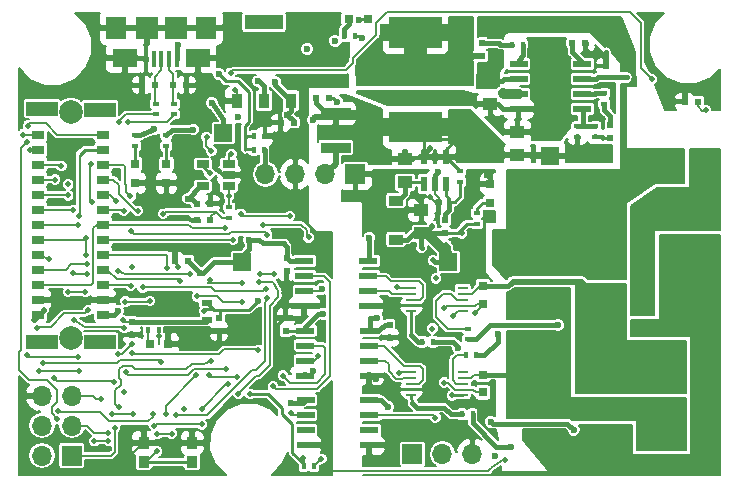
<source format=gtl>
G04 #@! TF.FileFunction,Copper,L1,Top,Signal*
%FSLAX46Y46*%
G04 Gerber Fmt 4.6, Leading zero omitted, Abs format (unit mm)*
G04 Created by KiCad (PCBNEW 4.0.7) date 03/31/19 01:25:17*
%MOMM*%
%LPD*%
G01*
G04 APERTURE LIST*
%ADD10C,0.100000*%
%ADD11R,1.700000X1.700000*%
%ADD12O,1.700000X1.700000*%
%ADD13C,1.200000*%
%ADD14R,0.500000X0.600000*%
%ADD15R,0.600000X0.500000*%
%ADD16R,0.750000X0.800000*%
%ADD17C,1.300000*%
%ADD18R,0.800000X0.800000*%
%ADD19R,1.200000X0.900000*%
%ADD20R,1.800000X1.900000*%
%ADD21R,1.900000X1.900000*%
%ADD22R,0.400000X1.350000*%
%ADD23R,2.100000X1.600000*%
%ADD24R,1.950000X1.950000*%
%ADD25C,1.950000*%
%ADD26R,0.900000X0.500000*%
%ADD27R,1.250000X1.000000*%
%ADD28R,2.500000X0.900000*%
%ADD29R,0.600000X0.400000*%
%ADD30R,0.400000X0.600000*%
%ADD31R,0.930000X1.310000*%
%ADD32R,3.240000X1.310000*%
%ADD33R,1.550000X0.600000*%
%ADD34R,0.558800X1.270000*%
%ADD35C,2.000000*%
%ADD36R,2.700000X1.200000*%
%ADD37R,1.100000X0.800000*%
%ADD38R,1.500000X1.500000*%
%ADD39R,1.060000X0.650000*%
%ADD40R,0.900000X1.000000*%
%ADD41R,0.900000X0.250000*%
%ADD42C,0.482600*%
%ADD43C,0.600000*%
%ADD44C,0.180000*%
%ADD45C,0.381000*%
%ADD46C,0.250000*%
%ADD47C,0.508000*%
%ADD48C,0.812800*%
G04 APERTURE END LIST*
D10*
D11*
X89789000Y-58978800D03*
D12*
X87249000Y-58978800D03*
X84709000Y-58978800D03*
X82169000Y-58978800D03*
D13*
X119634000Y-78613000D03*
X119634000Y-83185000D03*
X110947200Y-69646800D03*
X104089200Y-69138800D03*
X105359200Y-78663800D03*
X112014000Y-83820000D03*
X108204000Y-82931000D03*
X119380000Y-70485000D03*
X109347000Y-61468000D03*
X119507000Y-61087000D03*
X104978200Y-61518800D03*
D14*
X78257400Y-71154200D03*
X78257400Y-72254200D03*
D15*
X74380000Y-51435000D03*
X75480000Y-51435000D03*
D14*
X70866000Y-71459000D03*
X70866000Y-72559000D03*
D15*
X84560500Y-54610000D03*
X83460500Y-54610000D03*
X72813000Y-51435000D03*
X71713000Y-51435000D03*
D16*
X100584000Y-68465000D03*
X100584000Y-69965000D03*
D14*
X97409000Y-63923000D03*
X97409000Y-62823000D03*
D17*
X114173000Y-70104000D03*
X114173000Y-72104000D03*
D16*
X100584000Y-75958000D03*
X100584000Y-77458000D03*
D14*
X111379000Y-54822000D03*
X111379000Y-55922000D03*
X100533200Y-48987800D03*
X100533200Y-47887800D03*
X83883500Y-71141500D03*
X83883500Y-72241500D03*
X83972400Y-67199600D03*
X83972400Y-66099600D03*
X92710000Y-72813000D03*
X92710000Y-71713000D03*
D15*
X86445000Y-52501800D03*
X87545000Y-52501800D03*
D18*
X73787000Y-58128000D03*
X73787000Y-59728000D03*
X101219000Y-61379000D03*
X101219000Y-59779000D03*
X71120000Y-58128000D03*
X71120000Y-59728000D03*
X89217600Y-45821600D03*
X90817600Y-45821600D03*
X72352000Y-73355200D03*
X73952000Y-73355200D03*
D19*
X93218000Y-64515000D03*
X93218000Y-61215000D03*
D20*
X69554000Y-46566000D03*
D21*
X72154000Y-46566000D03*
X74554000Y-46566000D03*
D20*
X77154000Y-46566000D03*
D22*
X72054000Y-49242980D03*
X73354000Y-49242980D03*
X72704000Y-49242980D03*
X74004000Y-49242980D03*
X74654000Y-49242980D03*
D23*
X70254000Y-49116000D03*
X76454000Y-49116000D03*
D24*
X116713000Y-66508000D03*
D25*
X116713000Y-61508000D03*
D24*
X116586000Y-80732000D03*
D25*
X116586000Y-75732000D03*
D11*
X94615000Y-82677000D03*
D12*
X97155000Y-82677000D03*
X99695000Y-82677000D03*
D11*
X65786000Y-82804000D03*
D12*
X63246000Y-82804000D03*
X65786000Y-80264000D03*
X63246000Y-80264000D03*
X65786000Y-77724000D03*
X63246000Y-77724000D03*
D26*
X77216000Y-71362000D03*
X77216000Y-69862000D03*
D27*
X93980000Y-57674000D03*
X93980000Y-59674000D03*
D10*
G36*
X92619000Y-53690000D02*
X97119000Y-53690000D01*
X97119000Y-56290000D01*
X92619000Y-56290000D01*
X92619000Y-53690000D01*
X92619000Y-53690000D01*
G37*
G36*
X92619000Y-45690000D02*
X97119000Y-45690000D01*
X97119000Y-48290000D01*
X92619000Y-48290000D01*
X92619000Y-45690000D01*
X92619000Y-45690000D01*
G37*
D28*
X88112600Y-53820400D03*
X88112600Y-56720400D03*
D29*
X73787000Y-55684000D03*
X73787000Y-56584000D03*
X100076000Y-63188000D03*
X100076000Y-62288000D03*
X71120000Y-55684000D03*
X71120000Y-56584000D03*
D30*
X89731000Y-47269400D03*
X88831000Y-47269400D03*
D29*
X98679000Y-58732000D03*
X98679000Y-59632000D03*
D30*
X97732000Y-61341000D03*
X96832000Y-61341000D03*
D29*
X99314000Y-72967000D03*
X99314000Y-72067000D03*
D30*
X96335000Y-73152000D03*
X95435000Y-73152000D03*
X73119400Y-72161400D03*
X72219400Y-72161400D03*
X99118000Y-74295000D03*
X100018000Y-74295000D03*
X98800500Y-79311500D03*
X99700500Y-79311500D03*
X86302000Y-83693000D03*
X85402000Y-83693000D03*
D31*
X79752000Y-52748000D03*
X82042000Y-52748000D03*
X84332000Y-52748000D03*
D32*
X82042000Y-46058000D03*
D33*
X103599000Y-49657000D03*
X103599000Y-50927000D03*
X103599000Y-52197000D03*
X103599000Y-53467000D03*
X108999000Y-53467000D03*
X108999000Y-52197000D03*
X108999000Y-50927000D03*
X108999000Y-49657000D03*
D34*
X95554800Y-59817000D03*
X96520000Y-59817000D03*
X97485200Y-59817000D03*
X97485200Y-57531000D03*
X95554800Y-57531000D03*
D33*
X85463400Y-66344800D03*
X85463400Y-67614800D03*
X85463400Y-68884800D03*
X85463400Y-70154800D03*
X90863400Y-70154800D03*
X90863400Y-68884800D03*
X90863400Y-67614800D03*
X90863400Y-66344800D03*
X85539600Y-72212200D03*
X85539600Y-73482200D03*
X85539600Y-74752200D03*
X85539600Y-76022200D03*
X90939600Y-76022200D03*
X90939600Y-74752200D03*
X90939600Y-73482200D03*
X90939600Y-72212200D03*
X85565000Y-78105000D03*
X85565000Y-79375000D03*
X85565000Y-80645000D03*
X85565000Y-81915000D03*
X90965000Y-81915000D03*
X90965000Y-80645000D03*
X90965000Y-79375000D03*
X90965000Y-78105000D03*
D35*
X65703000Y-53716000D03*
D36*
X68153000Y-53516000D03*
X63253000Y-53416000D03*
X63253000Y-73176000D03*
D37*
X62953000Y-70866000D03*
X62953000Y-69596000D03*
X62953000Y-67056000D03*
X62953000Y-68326000D03*
X62953000Y-65786000D03*
X62953000Y-64516000D03*
X62953000Y-61976000D03*
X62953000Y-63246000D03*
X62953000Y-60706000D03*
X62953000Y-59436000D03*
X62953000Y-56896000D03*
X62953000Y-58166000D03*
X62953000Y-55626000D03*
X68453000Y-55626000D03*
X68453000Y-58166000D03*
X68453000Y-56896000D03*
X68453000Y-59436000D03*
X68453000Y-60706000D03*
X68453000Y-63246000D03*
X68453000Y-61976000D03*
X68453000Y-64516000D03*
X68453000Y-65786000D03*
X68453000Y-68326000D03*
X68453000Y-67056000D03*
X68453000Y-69596000D03*
X68453000Y-70866000D03*
D36*
X68153000Y-73176000D03*
D35*
X65703000Y-72876000D03*
D15*
X76412000Y-61468000D03*
X77512000Y-61468000D03*
X77512000Y-62865000D03*
X76412000Y-62865000D03*
D29*
X79121000Y-62680000D03*
X79121000Y-61780000D03*
D38*
X106299000Y-57404000D03*
X97663000Y-66421000D03*
X80225900Y-66408300D03*
X78613000Y-55499000D03*
D39*
X79078000Y-60005000D03*
X79078000Y-59055000D03*
X79078000Y-58105000D03*
X76878000Y-58105000D03*
X76878000Y-60005000D03*
D15*
X75607000Y-66294000D03*
X74507000Y-66294000D03*
D27*
X95377000Y-63992000D03*
X95377000Y-61992000D03*
D15*
X109262000Y-47879000D03*
X108162000Y-47879000D03*
D40*
X75964000Y-83350000D03*
X75964000Y-81750000D03*
X71864000Y-83350000D03*
X71864000Y-81750000D03*
D29*
X74422000Y-53917000D03*
X74422000Y-53017000D03*
X72898000Y-53917000D03*
X72898000Y-53017000D03*
X112572800Y-50818200D03*
X112572800Y-49918200D03*
X110998000Y-49842000D03*
X110998000Y-50742000D03*
X110871000Y-52128000D03*
X110871000Y-53028000D03*
X110109000Y-54922000D03*
X110109000Y-55822000D03*
D30*
X103055000Y-48006000D03*
X103955000Y-48006000D03*
D29*
X108585000Y-55822000D03*
X108585000Y-54922000D03*
D30*
X82085600Y-56896000D03*
X81185600Y-56896000D03*
X81211000Y-55753000D03*
X82111000Y-55753000D03*
D27*
X101219000Y-51070000D03*
X101219000Y-53070000D03*
X103505000Y-57388000D03*
X103505000Y-55388000D03*
D41*
X94525500Y-75704000D03*
X98884000Y-75712000D03*
X98884000Y-77687000D03*
X98884000Y-77212000D03*
X98884000Y-76712000D03*
X98884000Y-76212000D03*
X94525500Y-76212000D03*
X94525500Y-76712000D03*
X94525500Y-77212000D03*
X94525500Y-77712000D03*
X94525500Y-68592000D03*
X98884000Y-68600000D03*
X98884000Y-70575000D03*
X98884000Y-70100000D03*
X98884000Y-69600000D03*
X98884000Y-69100000D03*
X94525500Y-69100000D03*
X94525500Y-69600000D03*
X94525500Y-70100000D03*
X94525500Y-70600000D03*
D15*
X118787000Y-52832000D03*
X117687000Y-52832000D03*
D42*
X80168000Y-69774000D03*
X73710800Y-79311500D03*
X76314300Y-76009500D03*
X76365100Y-69316600D03*
X68275200Y-77978000D03*
X65468500Y-59842400D03*
D43*
X88214200Y-52832000D03*
X91516200Y-76352400D03*
X90119200Y-45948600D03*
X94869000Y-60833000D03*
D42*
X96088200Y-60883800D03*
D43*
X101854000Y-54483000D03*
X96774000Y-58801000D03*
X100965000Y-59055000D03*
D42*
X109474000Y-48641000D03*
X110786000Y-55922000D03*
D43*
X107569000Y-54737000D03*
X106426000Y-55118000D03*
X105283000Y-55118000D03*
D42*
X70104000Y-71310500D03*
X100711000Y-49987200D03*
X110439200Y-46532800D03*
X111201200Y-47421800D03*
X112471200Y-48691800D03*
X101676200Y-49326800D03*
X101676200Y-46532800D03*
X108534200Y-46532800D03*
X106756200Y-46532800D03*
X104851200Y-46532800D03*
X102946200Y-46532800D03*
X114376200Y-57962800D03*
X112979200Y-57962800D03*
X112471200Y-57073800D03*
X97256600Y-70332600D03*
X99923600Y-70688200D03*
D43*
X103378000Y-75692000D03*
D42*
X97307400Y-76631800D03*
X73507600Y-62331600D03*
X80899000Y-77597000D03*
X70866000Y-66802000D03*
X85344000Y-82981800D03*
X70866000Y-74129900D03*
X67005200Y-65824100D03*
X81534000Y-73875900D03*
X66979800Y-64414400D03*
X68453000Y-64516000D03*
X79438500Y-64541400D03*
X67386200Y-58153300D03*
X67500500Y-61315600D03*
X69697600Y-74193400D03*
X70866000Y-73355200D03*
X70764400Y-68427600D03*
X75755500Y-67437000D03*
X69659500Y-67144900D03*
X67056000Y-66611500D03*
X74930000Y-67995800D03*
X73342500Y-74866500D03*
X63309500Y-74993500D03*
X63817500Y-66128900D03*
X73863200Y-66890900D03*
X78778100Y-63538100D03*
D43*
X106934000Y-71755000D03*
X101854000Y-72517000D03*
D42*
X72986900Y-82435700D03*
X70510400Y-54571900D03*
X93345000Y-68554600D03*
D43*
X101244400Y-79933800D03*
X108254800Y-80619600D03*
X98501200Y-73685400D03*
X102997000Y-82042000D03*
D42*
X93472000Y-75768200D03*
X79222600Y-50393600D03*
X114884200Y-50952400D03*
D43*
X101600000Y-82804000D03*
D42*
X86893400Y-83083400D03*
X80168000Y-68174000D03*
X69443600Y-80479900D03*
X69773800Y-78701900D03*
X77533500Y-74828400D03*
X77508100Y-67945000D03*
X81648300Y-68122800D03*
X79870300Y-77558900D03*
X76784200Y-80149700D03*
X72745600Y-80289400D03*
X68846700Y-80848200D03*
X70307200Y-69761100D03*
X72402700Y-69710300D03*
X71348600Y-62077600D03*
X66929000Y-68961000D03*
X65468500Y-68961000D03*
X65468500Y-60769500D03*
X69545200Y-61252100D03*
X67056000Y-67437000D03*
X65913000Y-67373500D03*
X65913000Y-62039500D03*
X70180200Y-62077600D03*
X84366100Y-79235300D03*
X84226400Y-62522100D03*
X80073500Y-62331600D03*
X62865000Y-72009000D03*
X67183000Y-70485000D03*
X73152000Y-72669400D03*
X64363600Y-59436000D03*
X72644000Y-79248000D03*
X64643000Y-78994000D03*
D43*
X86207600Y-75666600D03*
X86842600Y-72720200D03*
D42*
X66395600Y-56413400D03*
X64262000Y-57378600D03*
X65582800Y-58420000D03*
X83769200Y-69037200D03*
X67005200Y-71297800D03*
X62433200Y-79044800D03*
X69545200Y-58851800D03*
X76403200Y-53771800D03*
X75260200Y-57327800D03*
X75590400Y-62687200D03*
X77292200Y-61391800D03*
X72237600Y-60071000D03*
X67513200Y-50723800D03*
X69850000Y-51968400D03*
X67995800Y-51993800D03*
X69240400Y-50749200D03*
X81178400Y-71272400D03*
X79171800Y-71348600D03*
X83667600Y-74625200D03*
X70358000Y-82296000D03*
X115697000Y-51562000D03*
X88011000Y-45923200D03*
X83134200Y-72364600D03*
X74803000Y-66802000D03*
X65532000Y-56642000D03*
X64008000Y-56083200D03*
X78206600Y-58724800D03*
X65582800Y-70002400D03*
X69824600Y-68910200D03*
X71424800Y-72618600D03*
X79629000Y-51816000D03*
X69596000Y-83566000D03*
X102489000Y-83185000D03*
X87426800Y-83693000D03*
D43*
X84035900Y-53924200D03*
X79832200Y-54152800D03*
X87020400Y-70789800D03*
D42*
X63398400Y-70459600D03*
X62534800Y-71297800D03*
X119430800Y-53543200D03*
D43*
X84353400Y-78333600D03*
D42*
X75234800Y-78854300D03*
D43*
X81572100Y-69697600D03*
D42*
X76974700Y-70561200D03*
D43*
X76606400Y-67348100D03*
X80810100Y-64541400D03*
X75603100Y-61036200D03*
X82969100Y-51130200D03*
X88074500Y-47688500D03*
X76073000Y-55194200D03*
X91643200Y-71170800D03*
X92557600Y-78689200D03*
X90347800Y-56007000D03*
X90322400Y-47447200D03*
D42*
X96062800Y-56718200D03*
D43*
X90957400Y-64363600D03*
X86182200Y-54381400D03*
X90373200Y-54533800D03*
X98348800Y-55956200D03*
X99517200Y-57353200D03*
X100990400Y-57378600D03*
X69672200Y-70535800D03*
X72745600Y-55143400D03*
X77622400Y-52959000D03*
X81572100Y-51092100D03*
D42*
X96291400Y-72059800D03*
X96266000Y-63347600D03*
X97485200Y-64973200D03*
X98806000Y-63982600D03*
X96342200Y-66268600D03*
X96596200Y-67792600D03*
X98069400Y-70967600D03*
X95402400Y-65201800D03*
X97967800Y-77698600D03*
X96545400Y-79578200D03*
D43*
X74726800Y-48031400D03*
X85699600Y-48374300D03*
D42*
X69773800Y-54584600D03*
D43*
X78206600Y-50495200D03*
D42*
X78803500Y-75438000D03*
X70358000Y-75742800D03*
X70231000Y-72009000D03*
X65989200Y-71297800D03*
X66319400Y-63246000D03*
X77355700Y-75984100D03*
X79756000Y-76136500D03*
X83642200Y-76034900D03*
X76784200Y-78841600D03*
X79032100Y-76758800D03*
X82816700Y-76949300D03*
X70739000Y-60858400D03*
X70764400Y-63779400D03*
X82308700Y-64084200D03*
X82181700Y-68694300D03*
X71780400Y-68554600D03*
X70993000Y-79248000D03*
X69215000Y-79248000D03*
X69342000Y-76581000D03*
X64262000Y-76200000D03*
X64897000Y-58293000D03*
X66408300Y-62547500D03*
X70167500Y-77406500D03*
X62230000Y-56896000D03*
X62966600Y-75615800D03*
X66357500Y-75628500D03*
X64541400Y-79679800D03*
X62014100Y-56248300D03*
X62052200Y-54876700D03*
X66294000Y-74422000D03*
X61976000Y-74295000D03*
X61607700Y-55626000D03*
D43*
X86944200Y-68681600D03*
D42*
X81953100Y-63258700D03*
X85826600Y-64325500D03*
X86588600Y-74383900D03*
X79273400Y-57277000D03*
X77190600Y-55829200D03*
X77597000Y-57023000D03*
X77444600Y-58902600D03*
X79078000Y-60858400D03*
X82905600Y-67424300D03*
X81724500Y-67424300D03*
X67678300Y-81584800D03*
X68872100Y-81559400D03*
X73025000Y-80937100D03*
X74231500Y-80937100D03*
X74599800Y-79336900D03*
X82283300Y-69469000D03*
D43*
X98501200Y-50114200D03*
X102260400Y-52095400D03*
D44*
X73710800Y-78613000D02*
X73710800Y-79311500D01*
X76314300Y-76009500D02*
X73710800Y-78613000D01*
X76403200Y-69278500D02*
X76365100Y-69316600D01*
X78079600Y-69278500D02*
X76403200Y-69278500D01*
X78600300Y-69799200D02*
X78079600Y-69278500D01*
X80142800Y-69799200D02*
X78600300Y-69799200D01*
X80142800Y-69799200D02*
X80168000Y-69774000D01*
X65786000Y-77724000D02*
X67551300Y-77724000D01*
X67805300Y-77978000D02*
X68275200Y-77978000D01*
X67551300Y-77724000D02*
X67805300Y-77978000D01*
D45*
X90939600Y-76022200D02*
X91186000Y-76022200D01*
X91186000Y-76022200D02*
X91516200Y-76352400D01*
D46*
X87545000Y-52501800D02*
X87884000Y-52501800D01*
X87884000Y-52501800D02*
X88214200Y-52832000D01*
D44*
X91516200Y-76352400D02*
X91186000Y-76022200D01*
D46*
X90817600Y-45821600D02*
X90246200Y-45821600D01*
X90246200Y-45821600D02*
X90119200Y-45948600D01*
D45*
X95377000Y-61341000D02*
X94869000Y-60833000D01*
X95377000Y-61992000D02*
X95377000Y-61341000D01*
D44*
X96545400Y-61341000D02*
X96832000Y-61341000D01*
X96088200Y-60883800D02*
X96545400Y-61341000D01*
X96832000Y-61341000D02*
X96832000Y-60992600D01*
X96520000Y-60680600D02*
X96520000Y-59817000D01*
X96832000Y-60992600D02*
X96520000Y-60680600D01*
D45*
X101219000Y-53070000D02*
X101219000Y-53848000D01*
X101219000Y-53848000D02*
X101854000Y-54483000D01*
X96520000Y-59817000D02*
X96520000Y-59055000D01*
X96520000Y-59055000D02*
X96774000Y-58801000D01*
X101219000Y-59779000D02*
X101219000Y-59309000D01*
X101219000Y-59309000D02*
X100965000Y-59055000D01*
D46*
X109262000Y-47879000D02*
X109262000Y-48429000D01*
X109262000Y-48429000D02*
X109474000Y-48641000D01*
X110871000Y-55922000D02*
X110786000Y-55922000D01*
X110109000Y-55822000D02*
X110686000Y-55822000D01*
X110871000Y-55922000D02*
X111379000Y-55922000D01*
X110686000Y-55822000D02*
X110786000Y-55922000D01*
D45*
X110998000Y-49842000D02*
X110998000Y-48641000D01*
D46*
X103599000Y-53467000D02*
X104902000Y-53467000D01*
X106807000Y-54737000D02*
X107569000Y-54737000D01*
X106426000Y-55118000D02*
X106807000Y-54737000D01*
X105283000Y-53848000D02*
X105283000Y-55118000D01*
X104902000Y-53467000D02*
X105283000Y-53848000D01*
D45*
X101219000Y-53070000D02*
X101888800Y-53070000D01*
X102285800Y-53467000D02*
X103599000Y-53467000D01*
X101888800Y-53070000D02*
X102285800Y-53467000D01*
X70866000Y-71459000D02*
X77143000Y-71459000D01*
D44*
X77143000Y-71459000D02*
X77216000Y-71386000D01*
X70252500Y-71459000D02*
X70866000Y-71459000D01*
X70104000Y-71310500D02*
X70252500Y-71459000D01*
D45*
X100863400Y-50139600D02*
X101219000Y-50139600D01*
X100711000Y-49987200D02*
X100863400Y-50139600D01*
X101219000Y-51070000D02*
X101219000Y-50139600D01*
D44*
X112471200Y-49537200D02*
X112776000Y-49842000D01*
D45*
X101219000Y-50139600D02*
X101676200Y-49682400D01*
X101676200Y-49682400D02*
X101676200Y-49326800D01*
D44*
X112471200Y-48691800D02*
X112471200Y-49537200D01*
X111201200Y-47421800D02*
X112471200Y-48691800D01*
X101676200Y-46532800D02*
X102311200Y-46786800D01*
X104851200Y-46532800D02*
X106756200Y-46532800D01*
X102311200Y-46786800D02*
X102946200Y-46532800D01*
X108534200Y-46532800D02*
X110439200Y-46532800D01*
D45*
X101219000Y-51070000D02*
X102193600Y-51070000D01*
X102336600Y-50927000D02*
X103599000Y-50927000D01*
X102193600Y-51070000D02*
X102336600Y-50927000D01*
X100803200Y-51070000D02*
X101219000Y-51070000D01*
X101219000Y-51070000D02*
X101031800Y-51070000D01*
X100584000Y-68465000D02*
X102731000Y-68465000D01*
X108966000Y-68072000D02*
X110363000Y-69469000D01*
D47*
X103124000Y-68072000D02*
X108966000Y-68072000D01*
D45*
X102731000Y-68465000D02*
X103124000Y-68072000D01*
D44*
X98884000Y-69100000D02*
X99657600Y-69100000D01*
X99657600Y-69100000D02*
X100292600Y-68465000D01*
X100292600Y-68465000D02*
X100584000Y-68465000D01*
X98884000Y-70100000D02*
X97489200Y-70100000D01*
X97489200Y-70100000D02*
X97256600Y-70332600D01*
X100584000Y-69965000D02*
X100584000Y-70027800D01*
X100584000Y-70027800D02*
X99923600Y-70688200D01*
X98884000Y-70100000D02*
X99927600Y-70100000D01*
X100062600Y-69965000D02*
X100584000Y-69965000D01*
X99927600Y-70100000D02*
X100062600Y-69965000D01*
D46*
X97732000Y-61341000D02*
X97732000Y-61029000D01*
X97485200Y-60782200D02*
X97485200Y-59817000D01*
X97732000Y-61029000D02*
X97485200Y-60782200D01*
D45*
X97409000Y-62823000D02*
X97409000Y-62306200D01*
X97409000Y-62306200D02*
X97732000Y-61983200D01*
X97732000Y-61983200D02*
X97732000Y-61341000D01*
D46*
X98679000Y-59632000D02*
X98679000Y-60858400D01*
X98196400Y-61341000D02*
X97732000Y-61341000D01*
X98679000Y-60858400D02*
X98196400Y-61341000D01*
D45*
X100584000Y-75958000D02*
X103112000Y-75958000D01*
X103112000Y-75958000D02*
X103378000Y-75692000D01*
D44*
X98884000Y-76212000D02*
X99530600Y-76212000D01*
X99530600Y-76212000D02*
X99784600Y-75958000D01*
X99784600Y-75958000D02*
X100584000Y-75958000D01*
X98884000Y-77212000D02*
X98217800Y-77212000D01*
X97637600Y-76631800D02*
X97307400Y-76631800D01*
X98217800Y-77212000D02*
X97637600Y-76631800D01*
X98884000Y-77212000D02*
X99767200Y-77212000D01*
X99767200Y-77212000D02*
X100013200Y-77458000D01*
X100013200Y-77458000D02*
X100584000Y-77458000D01*
X77512000Y-62865000D02*
X77512000Y-62619800D01*
X77512000Y-62619800D02*
X77978000Y-62153800D01*
X79121000Y-62680000D02*
X78504200Y-62680000D01*
X73685400Y-62153800D02*
X73507600Y-62331600D01*
X77978000Y-62153800D02*
X73685400Y-62153800D01*
X78504200Y-62680000D02*
X77978000Y-62153800D01*
D46*
X84455000Y-82550000D02*
X84455000Y-80137000D01*
X84455000Y-80137000D02*
X83566000Y-79248000D01*
X83566000Y-79248000D02*
X83566000Y-78740000D01*
X83566000Y-78740000D02*
X82423000Y-77597000D01*
X82423000Y-77597000D02*
X80899000Y-77597000D01*
X84455000Y-82550000D02*
X85402000Y-83497000D01*
D44*
X85402000Y-83693000D02*
X85402000Y-83497000D01*
X85402000Y-83039800D02*
X85402000Y-83693000D01*
X85344000Y-82981800D02*
X85402000Y-83039800D01*
D46*
X73787000Y-58128000D02*
X73787000Y-56584000D01*
X101219000Y-61379000D02*
X100546000Y-61379000D01*
X100076000Y-61849000D02*
X100076000Y-62288000D01*
X100546000Y-61379000D02*
X100076000Y-61849000D01*
X71120000Y-58128000D02*
X71120000Y-56584000D01*
D45*
X88831000Y-47269400D02*
X88831000Y-46678000D01*
X89217600Y-46291400D02*
X89217600Y-45821600D01*
X88831000Y-46678000D02*
X89217600Y-46291400D01*
D46*
X93980000Y-59674000D02*
X95411800Y-59674000D01*
X95411800Y-59674000D02*
X95554800Y-59817000D01*
X93218000Y-61215000D02*
X93420200Y-61215000D01*
D45*
X93420200Y-61215000D02*
X93980000Y-60655200D01*
X93980000Y-60655200D02*
X93980000Y-59674000D01*
D44*
X72813000Y-51435000D02*
X72813000Y-52932000D01*
X72813000Y-52932000D02*
X72898000Y-53017000D01*
X73354000Y-49242980D02*
X73354000Y-50191600D01*
X72813000Y-50732600D02*
X72813000Y-51435000D01*
X73354000Y-50191600D02*
X72813000Y-50732600D01*
X74380000Y-51435000D02*
X74380000Y-52975000D01*
X74380000Y-52975000D02*
X74422000Y-53017000D01*
X74004000Y-49242980D02*
X74004000Y-50138500D01*
X74380000Y-50514500D02*
X74380000Y-51435000D01*
X74004000Y-50138500D02*
X74380000Y-50514500D01*
X66979800Y-65798700D02*
X67005200Y-65824100D01*
X66979800Y-65798700D02*
X66979800Y-64414400D01*
X81356200Y-73875900D02*
X81534000Y-73875900D01*
X81267300Y-73787000D02*
X81356200Y-73875900D01*
X78663800Y-73787000D02*
X81267300Y-73787000D01*
X78244700Y-74206100D02*
X78663800Y-73787000D01*
X77381100Y-74206100D02*
X78244700Y-74206100D01*
X70942200Y-74206100D02*
X77381100Y-74206100D01*
X70866000Y-74129900D02*
X70942200Y-74206100D01*
X62953000Y-64516000D02*
X66878200Y-64516000D01*
X66878200Y-64516000D02*
X66979800Y-64414400D01*
X79413100Y-64516000D02*
X79438500Y-64541400D01*
X68453000Y-64516000D02*
X79413100Y-64516000D01*
X67348100Y-58191400D02*
X67386200Y-58153300D01*
X67348100Y-61163200D02*
X67348100Y-58191400D01*
X67500500Y-61315600D02*
X67348100Y-61163200D01*
X68453000Y-68326000D02*
X70662800Y-68326000D01*
X70027800Y-74193400D02*
X69697600Y-74193400D01*
X70866000Y-73355200D02*
X70027800Y-74193400D01*
X70662800Y-68326000D02*
X70764400Y-68427600D01*
X62953000Y-67056000D02*
X65278000Y-67056000D01*
X70294500Y-67437000D02*
X75755500Y-67437000D01*
X69659500Y-67144900D02*
X70294500Y-67437000D01*
X65722500Y-66611500D02*
X67056000Y-66611500D01*
X65278000Y-67056000D02*
X65722500Y-66611500D01*
X68453000Y-67056000D02*
X68783200Y-67056000D01*
X68783200Y-67056000D02*
X69570600Y-67843400D01*
X69570600Y-67843400D02*
X70993000Y-67843400D01*
X70993000Y-67843400D02*
X74955400Y-67843400D01*
X74955400Y-67843400D02*
X74930000Y-67868800D01*
X74930000Y-67868800D02*
X74930000Y-67995800D01*
X62953000Y-65786000D02*
X63817500Y-66128900D01*
X73215500Y-74739500D02*
X73342500Y-74866500D01*
X69850000Y-74739500D02*
X73215500Y-74739500D01*
X69596000Y-74993500D02*
X69850000Y-74739500D01*
X69342000Y-74993500D02*
X69596000Y-74993500D01*
X68897500Y-74993500D02*
X69342000Y-74993500D01*
X65087500Y-74993500D02*
X68897500Y-74993500D01*
X63309500Y-74993500D02*
X65087500Y-74993500D01*
X68453000Y-65786000D02*
X73812400Y-65786000D01*
X73875900Y-66878200D02*
X73863200Y-66890900D01*
X73875900Y-65849500D02*
X73875900Y-66878200D01*
X73812400Y-65786000D02*
X73875900Y-65849500D01*
X68453000Y-63246000D02*
X75615800Y-63246000D01*
X78536800Y-63538100D02*
X78778100Y-63538100D01*
X76060300Y-63550800D02*
X78536800Y-63538100D01*
X75615800Y-63246000D02*
X76060300Y-63550800D01*
X62953000Y-68326000D02*
X67411600Y-68326000D01*
X67868800Y-63246000D02*
X68453000Y-63246000D01*
X67589400Y-63525400D02*
X67868800Y-63246000D01*
X67589400Y-68148200D02*
X67589400Y-63525400D01*
X67411600Y-68326000D02*
X67589400Y-68148200D01*
D45*
X101219000Y-71755000D02*
X106934000Y-71755000D01*
X100007000Y-72967000D02*
X101219000Y-71755000D01*
X99314000Y-72967000D02*
X100007000Y-72967000D01*
X100018000Y-74295000D02*
X100711000Y-74295000D01*
X101854000Y-73152000D02*
X101854000Y-72517000D01*
X100711000Y-74295000D02*
X101854000Y-73152000D01*
D44*
X71864000Y-83350000D02*
X72072600Y-83350000D01*
X72072600Y-83350000D02*
X72986900Y-82435700D01*
D46*
X75964000Y-83350000D02*
X71864000Y-83350000D01*
D44*
X74422000Y-53917000D02*
X74422000Y-53924200D01*
X74422000Y-53924200D02*
X73825100Y-54521100D01*
X73825100Y-54521100D02*
X70561200Y-54521100D01*
X70561200Y-54521100D02*
X70510400Y-54571900D01*
X94525500Y-68592000D02*
X93382400Y-68592000D01*
X93382400Y-68592000D02*
X93345000Y-68554600D01*
X98884000Y-69600000D02*
X98352800Y-69600000D01*
X97594000Y-72067000D02*
X99314000Y-72067000D01*
X96621600Y-71094600D02*
X97594000Y-72067000D01*
X96621600Y-69672200D02*
X96621600Y-71094600D01*
X97180400Y-69113400D02*
X96621600Y-69672200D01*
X97866200Y-69113400D02*
X97180400Y-69113400D01*
X98352800Y-69600000D02*
X97866200Y-69113400D01*
D45*
X96335000Y-73152000D02*
X98044000Y-73152000D01*
X101244400Y-79933800D02*
X101396800Y-80086200D01*
X101396800Y-80086200D02*
X107721400Y-80086200D01*
X107721400Y-80086200D02*
X108254800Y-80619600D01*
X98501200Y-73609200D02*
X98501200Y-73685400D01*
X98044000Y-73152000D02*
X98501200Y-73609200D01*
D46*
X94525500Y-70600000D02*
X94525500Y-72630700D01*
D45*
X94525500Y-72630700D02*
X95046800Y-73152000D01*
X95046800Y-73152000D02*
X95435000Y-73152000D01*
D44*
X98884000Y-76712000D02*
X98302000Y-76712000D01*
X98374200Y-74295000D02*
X99118000Y-74295000D01*
X98018600Y-74650600D02*
X98374200Y-74295000D01*
X98018600Y-76428600D02*
X98018600Y-74650600D01*
X98302000Y-76712000D02*
X98018600Y-76428600D01*
D45*
X94615000Y-78359000D02*
X94996000Y-78740000D01*
D46*
X94525500Y-77712000D02*
X94525500Y-78015500D01*
X94525500Y-78015500D02*
X94615000Y-78105000D01*
X94615000Y-78359000D02*
X94615000Y-78105000D01*
D45*
X97853500Y-79311500D02*
X98800500Y-79311500D01*
X97282000Y-78740000D02*
X97853500Y-79311500D01*
X94996000Y-78740000D02*
X97282000Y-78740000D01*
X99700500Y-79311500D02*
X99700500Y-80015500D01*
X101727000Y-82042000D02*
X102997000Y-82042000D01*
X99700500Y-80015500D02*
X101727000Y-82042000D01*
D44*
X94525500Y-75704000D02*
X93536200Y-75704000D01*
X93536200Y-75704000D02*
X93472000Y-75768200D01*
X89560400Y-49580800D02*
X89560400Y-49174400D01*
X79222600Y-50393600D02*
X79451200Y-50165000D01*
X79451200Y-50165000D02*
X88976200Y-50165000D01*
X88976200Y-50165000D02*
X89560400Y-49580800D01*
X113004600Y-45262800D02*
X113944400Y-46202600D01*
X113944400Y-46202600D02*
X113944400Y-50012600D01*
X113944400Y-50012600D02*
X114884200Y-50952400D01*
X92430600Y-45262800D02*
X113004600Y-45262800D01*
X91541600Y-46151800D02*
X92430600Y-45262800D01*
X91541600Y-47193200D02*
X91541600Y-46151800D01*
X89560400Y-49174400D02*
X91541600Y-47193200D01*
X86302000Y-83693000D02*
X86302000Y-83674800D01*
X86302000Y-83674800D02*
X86893400Y-83083400D01*
X65786000Y-82804000D02*
X69088000Y-82804000D01*
X69430900Y-82461100D02*
X69088000Y-82804000D01*
X69430900Y-80632300D02*
X69430900Y-82461100D01*
X69443600Y-80479900D02*
X69430900Y-80632300D01*
X69469000Y-78397100D02*
X69773800Y-78701900D01*
X69469000Y-77279500D02*
X69469000Y-78397100D01*
X69964300Y-76784200D02*
X69469000Y-77279500D01*
X69964300Y-76377800D02*
X69964300Y-76784200D01*
X69811900Y-76225400D02*
X69964300Y-76377800D01*
X69811900Y-75501500D02*
X69811900Y-76225400D01*
X70104000Y-75209400D02*
X69811900Y-75501500D01*
X70610004Y-75209400D02*
X70104000Y-75209400D01*
X70611002Y-75208402D02*
X70610004Y-75209400D01*
X70840600Y-75208402D02*
X70611002Y-75208402D01*
X71133698Y-75501500D02*
X70840600Y-75208402D01*
X75450700Y-75501500D02*
X71133698Y-75501500D01*
X75946000Y-75006200D02*
X75450700Y-75501500D01*
X76987400Y-75006200D02*
X75946000Y-75006200D01*
X77533500Y-74828400D02*
X76987400Y-75006200D01*
X77343000Y-68160900D02*
X77508100Y-67945000D01*
X80154900Y-68160900D02*
X77343000Y-68160900D01*
X80154900Y-68160900D02*
X80168000Y-68174000D01*
X65786000Y-80264000D02*
X67056000Y-80264000D01*
X81673700Y-68097400D02*
X81648300Y-68122800D01*
X82842100Y-68097400D02*
X81673700Y-68097400D01*
X83235800Y-68884800D02*
X82842100Y-68097400D01*
X83235800Y-69342000D02*
X83235800Y-68884800D01*
X82550000Y-70129400D02*
X83235800Y-69342000D01*
X82550000Y-75107800D02*
X82550000Y-70129400D01*
X81635600Y-76022200D02*
X82550000Y-75107800D01*
X81407000Y-76022200D02*
X81635600Y-76022200D01*
X79870300Y-77558900D02*
X81407000Y-76022200D01*
X72885300Y-80149700D02*
X76784200Y-80149700D01*
X72745600Y-80289400D02*
X72885300Y-80149700D01*
X67640200Y-80848200D02*
X68846700Y-80848200D01*
X67056000Y-80264000D02*
X67640200Y-80848200D01*
X72402700Y-69710300D02*
X72351900Y-69761100D01*
X72351900Y-69761100D02*
X70307200Y-69761100D01*
X68453000Y-59436000D02*
X69303900Y-59436000D01*
X71170800Y-62077600D02*
X71348600Y-62077600D01*
X69735700Y-60642500D02*
X71170800Y-62077600D01*
X69735700Y-59867800D02*
X69735700Y-60642500D01*
X69303900Y-59436000D02*
X69735700Y-59867800D01*
X62953000Y-60706000D02*
X65405000Y-60706000D01*
X65468500Y-68961000D02*
X66929000Y-68961000D01*
X65405000Y-60706000D02*
X65468500Y-60769500D01*
X68453000Y-60706000D02*
X68999100Y-60706000D01*
X68999100Y-60706000D02*
X69545200Y-61252100D01*
X62953000Y-61976000D02*
X65849500Y-61976000D01*
X65976500Y-67437000D02*
X67056000Y-67437000D01*
X65913000Y-67373500D02*
X65976500Y-67437000D01*
X65849500Y-61976000D02*
X65913000Y-62039500D01*
X68453000Y-61976000D02*
X70078600Y-61976000D01*
X70078600Y-61976000D02*
X70180200Y-62077600D01*
X84505800Y-79375000D02*
X85565000Y-79375000D01*
X84366100Y-79235300D02*
X84505800Y-79375000D01*
X80264000Y-62522100D02*
X84226400Y-62522100D01*
X80073500Y-62331600D02*
X80264000Y-62522100D01*
X90939600Y-73482200D02*
X92176600Y-73482200D01*
X93929200Y-75234800D02*
X94132400Y-75234800D01*
X92176600Y-73482200D02*
X93929200Y-75234800D01*
X94132400Y-75234800D02*
X95275400Y-75234800D01*
X95275400Y-75234800D02*
X95478600Y-75438000D01*
X95478600Y-75438000D02*
X95478600Y-76428600D01*
X95478600Y-76428600D02*
X95195200Y-76712000D01*
X95195200Y-76712000D02*
X94525500Y-76712000D01*
X92786200Y-68021200D02*
X92760800Y-68021200D01*
X94525500Y-69600000D02*
X95271400Y-69600000D01*
X95504000Y-69367400D02*
X95271400Y-69600000D01*
X95504000Y-68376800D02*
X95504000Y-69367400D01*
X95148400Y-68021200D02*
X95504000Y-68376800D01*
X92786200Y-68021200D02*
X95148400Y-68021200D01*
X92354400Y-67614800D02*
X90863400Y-67614800D01*
X92760800Y-68021200D02*
X92354400Y-67614800D01*
X90863400Y-68884800D02*
X92633800Y-68884800D01*
X92633800Y-68884800D02*
X92849000Y-69100000D01*
X93915800Y-69100000D02*
X92849000Y-69100000D01*
X93915800Y-69100000D02*
X94525500Y-69100000D01*
X90939600Y-74752200D02*
X92329000Y-74752200D01*
X92329000Y-74752200D02*
X92608400Y-75031600D01*
X94525500Y-76212000D02*
X93815600Y-76212000D01*
X92608400Y-75666600D02*
X92608400Y-75031600D01*
X93243400Y-76301600D02*
X92608400Y-75666600D01*
X93726000Y-76301600D02*
X93243400Y-76301600D01*
X93815600Y-76212000D02*
X93726000Y-76301600D01*
X72219400Y-72161400D02*
X72219400Y-73222600D01*
X72219400Y-73222600D02*
X72352000Y-73355200D01*
X62992000Y-71882000D02*
X62865000Y-72009000D01*
X64008000Y-71882000D02*
X62992000Y-71882000D01*
X65151000Y-70739000D02*
X64008000Y-71882000D01*
X66929000Y-70739000D02*
X65151000Y-70739000D01*
X67183000Y-70485000D02*
X66929000Y-70739000D01*
X73119400Y-73348000D02*
X73152000Y-73315400D01*
X73152000Y-73315400D02*
X73152000Y-72669400D01*
X73119400Y-73348000D02*
X73119400Y-72161400D01*
X62953000Y-59436000D02*
X64363600Y-59436000D01*
X72644000Y-79502000D02*
X72644000Y-79248000D01*
X72263000Y-79883000D02*
X72644000Y-79502000D01*
X68961000Y-79883000D02*
X72263000Y-79883000D01*
X68199000Y-79121000D02*
X68961000Y-79883000D01*
X64770000Y-79121000D02*
X68199000Y-79121000D01*
X64643000Y-78994000D02*
X64770000Y-79121000D01*
D46*
X83883500Y-71141500D02*
X83747700Y-71141500D01*
X83747700Y-71141500D02*
X83134200Y-71755000D01*
X83134200Y-71755000D02*
X83134200Y-72364600D01*
D44*
X85539600Y-76022200D02*
X85852000Y-76022200D01*
X85852000Y-76022200D02*
X86207600Y-75666600D01*
X65532000Y-56642000D02*
X64998600Y-56642000D01*
X64998600Y-56642000D02*
X64262000Y-57378600D01*
X65557400Y-56667400D02*
X65532000Y-56642000D01*
X65557400Y-58394600D02*
X65557400Y-56667400D01*
X65582800Y-58420000D02*
X65557400Y-58394600D01*
X83947000Y-69215000D02*
X83769200Y-69037200D01*
X76403200Y-53771800D02*
X76403200Y-54406800D01*
X75387200Y-57327800D02*
X75260200Y-57327800D01*
X76657200Y-56057800D02*
X75387200Y-57327800D01*
X76657200Y-55422800D02*
X76657200Y-56057800D01*
X76784200Y-55295800D02*
X76657200Y-55422800D01*
X76784200Y-54787800D02*
X76784200Y-55295800D01*
X76403200Y-54406800D02*
X76784200Y-54787800D01*
X75768200Y-62865000D02*
X75590400Y-62687200D01*
X76412000Y-62865000D02*
X75768200Y-62865000D01*
X77292200Y-61391800D02*
X77368400Y-61468000D01*
X77368400Y-61468000D02*
X77512000Y-61468000D01*
X71120000Y-59728000D02*
X72047000Y-59728000D01*
X72237600Y-59918600D02*
X72237600Y-60071000D01*
X72047000Y-59728000D02*
X72237600Y-59918600D01*
X67995800Y-51206400D02*
X67513200Y-50723800D01*
X70383400Y-51435000D02*
X69850000Y-51968400D01*
X71713000Y-51435000D02*
X70383400Y-51435000D01*
X67995800Y-51993800D02*
X67995800Y-51206400D01*
X81178400Y-71272400D02*
X79248000Y-71272400D01*
X79248000Y-71272400D02*
X79171800Y-71348600D01*
X83667600Y-74625200D02*
X83667600Y-73482200D01*
X71323200Y-81750000D02*
X70904000Y-81750000D01*
X70904000Y-81750000D02*
X70358000Y-82296000D01*
X70904000Y-81750000D02*
X70358000Y-82296000D01*
X74507000Y-66294000D02*
X74507000Y-66506000D01*
X74507000Y-66506000D02*
X74803000Y-66802000D01*
D46*
X65532000Y-56642000D02*
X64566800Y-56642000D01*
X64566800Y-56642000D02*
X64008000Y-56083200D01*
X78536800Y-59055000D02*
X79078000Y-59055000D01*
X78206600Y-58724800D02*
X78536800Y-59055000D01*
D44*
X68453000Y-69596000D02*
X65989200Y-69596000D01*
X65989200Y-69596000D02*
X65582800Y-70002400D01*
X68453000Y-69596000D02*
X69138800Y-69596000D01*
X69138800Y-69596000D02*
X69824600Y-68910200D01*
X70866000Y-72559000D02*
X71365200Y-72559000D01*
X71365200Y-72559000D02*
X71424800Y-72618600D01*
X79752000Y-51939000D02*
X79752000Y-52748000D01*
X79629000Y-51816000D02*
X79752000Y-51939000D01*
X71864000Y-81750000D02*
X71793000Y-81750000D01*
X71793000Y-81750000D02*
X69977000Y-83566000D01*
X69977000Y-83566000D02*
X69596000Y-83566000D01*
X71864000Y-81750000D02*
X71323200Y-81750000D01*
X102489000Y-83185000D02*
X102387400Y-83083400D01*
X102387400Y-83083400D02*
X101269800Y-83845400D01*
X101269800Y-83845400D02*
X101041200Y-84074000D01*
X101041200Y-84074000D02*
X87807800Y-84074000D01*
X87807800Y-84074000D02*
X87426800Y-83693000D01*
D45*
X82111000Y-57327800D02*
X82111000Y-56921400D01*
X82111000Y-56921400D02*
X82085600Y-56896000D01*
X82111000Y-57277000D02*
X82111000Y-57327800D01*
X82111000Y-57327800D02*
X82111000Y-58920800D01*
X82111000Y-58920800D02*
X82169000Y-58978800D01*
X85539600Y-72212200D02*
X85539600Y-71907400D01*
X85539600Y-71907400D02*
X86657200Y-70789800D01*
X86657200Y-70789800D02*
X87020400Y-70789800D01*
D46*
X82111000Y-56921400D02*
X82111000Y-57277000D01*
X82169000Y-57335000D02*
X82111000Y-57277000D01*
X82111000Y-56921400D02*
X82085600Y-56896000D01*
X85510300Y-72241500D02*
X84171700Y-72241500D01*
X84171700Y-72241500D02*
X83883500Y-72241500D01*
X85510300Y-72241500D02*
X85539600Y-72212200D01*
D45*
X83769200Y-64829600D02*
X83769200Y-64914600D01*
X81635600Y-64541400D02*
X81923800Y-64829600D01*
X81923800Y-64829600D02*
X83769200Y-64829600D01*
X80810100Y-64541400D02*
X81635600Y-64541400D01*
X83972400Y-65117800D02*
X83972400Y-66099600D01*
X83769200Y-64914600D02*
X83972400Y-65117800D01*
X85463400Y-66344800D02*
X84217600Y-66344800D01*
X84217600Y-66344800D02*
X83972400Y-66099600D01*
D44*
X85521800Y-66286400D02*
X85463400Y-66344800D01*
D45*
X62953000Y-70866000D02*
X62992000Y-70866000D01*
X62992000Y-70866000D02*
X63398400Y-70459600D01*
X62953000Y-70866000D02*
X62953000Y-70879600D01*
X62953000Y-70879600D02*
X62534800Y-71297800D01*
D44*
X118787000Y-53229600D02*
X118787000Y-52832000D01*
X119430800Y-53543200D02*
X119380000Y-53594000D01*
X119380000Y-53594000D02*
X119151400Y-53594000D01*
X119151400Y-53594000D02*
X118787000Y-53229600D01*
D45*
X80225900Y-66408300D02*
X80225900Y-65874900D01*
X80225900Y-65874900D02*
X80810100Y-65290700D01*
X80810100Y-65290700D02*
X80810100Y-64541400D01*
X76606400Y-67348100D02*
X76911200Y-67348100D01*
X77851000Y-66408300D02*
X80225900Y-66408300D01*
X76911200Y-67348100D02*
X77851000Y-66408300D01*
X84035900Y-53924200D02*
X84035900Y-53898800D01*
X84332000Y-53602700D02*
X84332000Y-52748000D01*
X84035900Y-53898800D02*
X84332000Y-53602700D01*
X84035900Y-53924200D02*
X84560500Y-54448800D01*
X84560500Y-54448800D02*
X84560500Y-54610000D01*
X84353400Y-78333600D02*
X85336400Y-78333600D01*
X85336400Y-78333600D02*
X85565000Y-78105000D01*
D46*
X75234800Y-78854300D02*
X75247500Y-78841600D01*
X78308200Y-70459600D02*
X78308200Y-71103400D01*
X78308200Y-71103400D02*
X78257400Y-71154200D01*
X81572100Y-69697600D02*
X80810100Y-70459600D01*
X80810100Y-70459600D02*
X78308200Y-70459600D01*
X78308200Y-70459600D02*
X77813600Y-70459600D01*
X77813600Y-70459600D02*
X77762800Y-70408800D01*
X77127100Y-70408800D02*
X77762800Y-70408800D01*
X76974700Y-70561200D02*
X77127100Y-70408800D01*
X77762800Y-70408800D02*
X77216000Y-69862000D01*
D45*
X76606400Y-67348100D02*
X75607000Y-66348700D01*
D46*
X75607000Y-66348700D02*
X75607000Y-66294000D01*
D45*
X80810100Y-64541400D02*
X80733900Y-64617600D01*
X75603100Y-61036200D02*
X75980200Y-61036200D01*
X75980200Y-61036200D02*
X76412000Y-61468000D01*
X75603100Y-61036200D02*
X76634300Y-60005000D01*
X76634300Y-60005000D02*
X76878000Y-60005000D01*
X76073000Y-55194200D02*
X74276800Y-55194200D01*
X74276800Y-55194200D02*
X73787000Y-55684000D01*
X82969100Y-51130200D02*
X82969100Y-51385100D01*
X82969100Y-51385100D02*
X84332000Y-52748000D01*
X90982800Y-71247000D02*
X90982800Y-72169000D01*
X91059000Y-71170800D02*
X90982800Y-71247000D01*
X91643200Y-71170800D02*
X91059000Y-71170800D01*
X90982800Y-72169000D02*
X90939600Y-72212200D01*
X91973400Y-78105000D02*
X90965000Y-78105000D01*
X92557600Y-78689200D02*
X91973400Y-78105000D01*
X90965000Y-78105000D02*
X91008200Y-78105000D01*
D46*
X90965000Y-78105000D02*
X91109800Y-78105000D01*
D45*
X88112600Y-53820400D02*
X87323000Y-53820400D01*
X87323000Y-53820400D02*
X86445000Y-52942400D01*
X86445000Y-52942400D02*
X86445000Y-52501800D01*
X93980000Y-57674000D02*
X91227400Y-57674000D01*
X91227400Y-57674000D02*
X90347800Y-56794400D01*
X90347800Y-56794400D02*
X90347800Y-56007000D01*
X90939600Y-72212200D02*
X91668600Y-72212200D01*
X91668600Y-72212200D02*
X91998800Y-71882000D01*
X91998800Y-71882000D02*
X92125800Y-71882000D01*
X90965000Y-65379600D02*
X90965000Y-66243200D01*
X90965000Y-66243200D02*
X90863400Y-66344800D01*
D46*
X90322400Y-47447200D02*
X90220800Y-47447200D01*
X90043000Y-47269400D02*
X89731000Y-47269400D01*
X90220800Y-47447200D02*
X90043000Y-47269400D01*
D45*
X96062800Y-56718200D02*
X95554800Y-57226200D01*
X95554800Y-57226200D02*
X95554800Y-57531000D01*
X92710000Y-71713000D02*
X92294800Y-71713000D01*
X92294800Y-71713000D02*
X92125800Y-71882000D01*
X90965000Y-65405000D02*
X90965000Y-65379600D01*
X90965000Y-65379600D02*
X90965000Y-64371200D01*
X90965000Y-64371200D02*
X90957400Y-64363600D01*
D46*
X98679000Y-58732000D02*
X98679000Y-58724800D01*
X98679000Y-58724800D02*
X97485200Y-57531000D01*
D47*
X93869000Y-57785000D02*
X93980000Y-57674000D01*
X88138000Y-54176000D02*
X86387600Y-54176000D01*
X86387600Y-54176000D02*
X86182200Y-54381400D01*
X90015400Y-54176000D02*
X90373200Y-54533800D01*
X88138000Y-54176000D02*
X90015400Y-54176000D01*
D46*
X97485200Y-57531000D02*
X97485200Y-56819800D01*
X97485200Y-56819800D02*
X98348800Y-55956200D01*
X95554800Y-57531000D02*
X95554800Y-55675800D01*
X95554800Y-55675800D02*
X94869000Y-54990000D01*
X95835200Y-55956200D02*
X98348800Y-55956200D01*
X100999800Y-57388000D02*
X103505000Y-57388000D01*
X100999800Y-57388000D02*
X100990400Y-57378600D01*
X95835200Y-55956200D02*
X94869000Y-54990000D01*
D45*
X108585000Y-55822000D02*
X108585000Y-56413400D01*
X107594400Y-57404000D02*
X106299000Y-57404000D01*
X108585000Y-56413400D02*
X107594400Y-57404000D01*
D47*
X103505000Y-57388000D02*
X106283000Y-57388000D01*
X106283000Y-57388000D02*
X106299000Y-57404000D01*
X103505000Y-57388000D02*
X102396800Y-57388000D01*
X102396800Y-57388000D02*
X99998800Y-54990000D01*
X99998800Y-54990000D02*
X94869000Y-54990000D01*
D46*
X88223000Y-54091000D02*
X88138000Y-54176000D01*
D45*
X68453000Y-70866000D02*
X69342000Y-70866000D01*
X69342000Y-70866000D02*
X69672200Y-70535800D01*
X71582700Y-55684000D02*
X71120000Y-55684000D01*
X72745600Y-55143400D02*
X71582700Y-55684000D01*
X82042000Y-52748000D02*
X82042000Y-51498500D01*
X78613000Y-54317900D02*
X78613000Y-55499000D01*
X77622400Y-52959000D02*
X78613000Y-54317900D01*
X81635600Y-51092100D02*
X81572100Y-51092100D01*
X82042000Y-51498500D02*
X81635600Y-51092100D01*
X95377000Y-63992000D02*
X95621600Y-63992000D01*
X95621600Y-63992000D02*
X96266000Y-63347600D01*
X97663000Y-65151000D02*
X97485200Y-64973200D01*
X97663000Y-66421000D02*
X97663000Y-65151000D01*
X97663000Y-66421000D02*
X96494600Y-66421000D01*
X96494600Y-66421000D02*
X96342200Y-66268600D01*
D48*
X97663000Y-66421000D02*
X97663000Y-65811400D01*
X97663000Y-65811400D02*
X95843600Y-63992000D01*
X95843600Y-63992000D02*
X95377000Y-63992000D01*
D44*
X98884000Y-70575000D02*
X98462000Y-70575000D01*
X98462000Y-70575000D02*
X98069400Y-70967600D01*
D45*
X95377000Y-63992000D02*
X95377000Y-65176400D01*
X95377000Y-65176400D02*
X95402400Y-65201800D01*
D46*
X97979400Y-77687000D02*
X98884000Y-77687000D01*
X97967800Y-77698600D02*
X97979400Y-77687000D01*
X100076000Y-63188000D02*
X99219600Y-63188000D01*
X99219600Y-63188000D02*
X98484600Y-63923000D01*
X98484600Y-63923000D02*
X97409000Y-63923000D01*
D45*
X95377000Y-63992000D02*
X94707200Y-63992000D01*
X94707200Y-63992000D02*
X94184200Y-64515000D01*
X94184200Y-64515000D02*
X93218000Y-64515000D01*
X97409000Y-63923000D02*
X96554200Y-63923000D01*
X96554200Y-63923000D02*
X96485200Y-63992000D01*
X96485200Y-63992000D02*
X95377000Y-63992000D01*
D44*
X90965000Y-79375000D02*
X96342200Y-79375000D01*
X96342200Y-79375000D02*
X96545400Y-79578200D01*
D45*
X108999000Y-49657000D02*
X108999000Y-49486800D01*
X108999000Y-49486800D02*
X108162000Y-48649800D01*
X108162000Y-48649800D02*
X108162000Y-47879000D01*
X110871000Y-53028000D02*
X110871000Y-53517800D01*
X111379000Y-54025800D02*
X111379000Y-54822000D01*
X110871000Y-53517800D02*
X111379000Y-54025800D01*
X100533200Y-47887800D02*
X101939000Y-47887800D01*
X101939000Y-47887800D02*
X102057200Y-48006000D01*
X102057200Y-48006000D02*
X103055000Y-48006000D01*
D47*
X88138000Y-58089800D02*
X88138000Y-57937400D01*
X88138000Y-57076000D02*
X88138000Y-57937400D01*
X88138000Y-58089800D02*
X87249000Y-58978800D01*
D45*
X74654000Y-48104200D02*
X74726800Y-48031400D01*
X74654000Y-48104200D02*
X74654000Y-49242980D01*
D44*
X72898000Y-53917000D02*
X70365200Y-53917000D01*
X69773800Y-54508400D02*
X69773800Y-54584600D01*
X70365200Y-53917000D02*
X69773800Y-54508400D01*
D45*
X110998000Y-50742000D02*
X112776000Y-50742000D01*
X110871000Y-50742000D02*
X110344800Y-50742000D01*
X110159800Y-50927000D02*
X108999000Y-50927000D01*
X110344800Y-50742000D02*
X110159800Y-50927000D01*
X110871000Y-52128000D02*
X110101800Y-52128000D01*
X110032800Y-52197000D02*
X108999000Y-52197000D01*
X110101800Y-52128000D02*
X110032800Y-52197000D01*
X109067600Y-54922000D02*
X109067600Y-53535600D01*
X109067600Y-53535600D02*
X108999000Y-53467000D01*
X108585000Y-54922000D02*
X109067600Y-54922000D01*
X109067600Y-54922000D02*
X110109000Y-54922000D01*
X103599000Y-49657000D02*
X103599000Y-49283600D01*
X103955000Y-48927600D02*
X103955000Y-48006000D01*
X103599000Y-49283600D02*
X103955000Y-48927600D01*
D46*
X80441800Y-56870600D02*
X81160200Y-56870600D01*
X81160200Y-56870600D02*
X81185600Y-56896000D01*
X81211000Y-55753000D02*
X80594200Y-55753000D01*
X80594200Y-55753000D02*
X80441800Y-55905400D01*
X80441800Y-56921400D02*
X80441800Y-56870600D01*
X80441800Y-56870600D02*
X80441800Y-55905400D01*
X80441800Y-55905400D02*
X80441800Y-54864000D01*
X80441800Y-54864000D02*
X80772000Y-54533800D01*
X80772000Y-54533800D02*
X80772000Y-51993800D01*
X80772000Y-51993800D02*
X79883000Y-51104800D01*
X79883000Y-51104800D02*
X78816200Y-51104800D01*
X78816200Y-51104800D02*
X78206600Y-50495200D01*
D44*
X70358000Y-75742800D02*
X70358000Y-75755500D01*
X76123800Y-75438000D02*
X78803500Y-75438000D01*
X75615800Y-75946000D02*
X76123800Y-75438000D01*
X70548500Y-75946000D02*
X75615800Y-75946000D01*
X70358000Y-75755500D02*
X70548500Y-75946000D01*
X62953000Y-63246000D02*
X66319400Y-63246000D01*
X70358000Y-75742800D02*
X70485000Y-75869800D01*
X70104000Y-71882000D02*
X70231000Y-72009000D01*
X66865500Y-71882000D02*
X70104000Y-71882000D01*
X65989200Y-71297800D02*
X66865500Y-71882000D01*
X87223600Y-73698100D02*
X87223600Y-73685400D01*
X77355700Y-75984100D02*
X77508100Y-76136500D01*
X77508100Y-76136500D02*
X79756000Y-76136500D01*
X83642200Y-76034900D02*
X84251800Y-76644500D01*
X84251800Y-76644500D02*
X86499700Y-76644500D01*
X86499700Y-76644500D02*
X87223600Y-75920600D01*
X87223600Y-75920600D02*
X87223600Y-73698100D01*
X87020400Y-73482200D02*
X85539600Y-73482200D01*
X87223600Y-73685400D02*
X87020400Y-73482200D01*
X85463400Y-67614800D02*
X87122000Y-67614800D01*
X87122000Y-67614800D02*
X87617300Y-68110100D01*
X76784200Y-78841600D02*
X78867000Y-76758800D01*
X78867000Y-76758800D02*
X79032100Y-76758800D01*
X82816700Y-76949300D02*
X83032600Y-77165200D01*
X83032600Y-77165200D02*
X86550500Y-77165200D01*
X86550500Y-77165200D02*
X87617300Y-76098400D01*
X87617300Y-76098400D02*
X87617300Y-68110100D01*
X70129400Y-58166000D02*
X68453000Y-58166000D01*
X70243700Y-58280300D02*
X70129400Y-58166000D01*
X70243700Y-59829700D02*
X70243700Y-58280300D01*
X70345300Y-59931300D02*
X70243700Y-59829700D01*
X70345300Y-60464700D02*
X70345300Y-59931300D01*
X70472300Y-60591700D02*
X70345300Y-60464700D01*
X70739000Y-60858400D02*
X70472300Y-60591700D01*
X71056500Y-64071500D02*
X70764400Y-63779400D01*
X79057500Y-64071500D02*
X71056500Y-64071500D01*
X79222600Y-63906400D02*
X79057500Y-64071500D01*
X82130900Y-63906400D02*
X79222600Y-63906400D01*
X82308700Y-64084200D02*
X82130900Y-63906400D01*
X81978500Y-68897500D02*
X82181700Y-68694300D01*
X77927200Y-68897500D02*
X81978500Y-68897500D01*
X77597000Y-68567300D02*
X77927200Y-68897500D01*
X75311000Y-68567300D02*
X77597000Y-68567300D01*
X75298300Y-68554600D02*
X75311000Y-68567300D01*
X71780400Y-68554600D02*
X75298300Y-68554600D01*
X69215000Y-79248000D02*
X70993000Y-79248000D01*
X69215000Y-76454000D02*
X69342000Y-76581000D01*
X64516000Y-76454000D02*
X69215000Y-76454000D01*
X64262000Y-76200000D02*
X64516000Y-76454000D01*
X62953000Y-58166000D02*
X64770000Y-58166000D01*
X64770000Y-58166000D02*
X64897000Y-58293000D01*
D46*
X66890900Y-56896000D02*
X66459100Y-57327800D01*
D44*
X66459100Y-57327800D02*
X66459100Y-62496700D01*
D46*
X66459100Y-62496700D02*
X66408300Y-62547500D01*
X68453000Y-56896000D02*
X66890900Y-56896000D01*
D44*
X62953000Y-56896000D02*
X62230000Y-56896000D01*
X62966600Y-75615800D02*
X66357500Y-75628500D01*
X68453000Y-55626000D02*
X64541400Y-55626000D01*
X64096900Y-79235300D02*
X64541400Y-79679800D01*
X64096900Y-78714600D02*
X64096900Y-79235300D01*
X64516000Y-78295500D02*
X64096900Y-78714600D01*
X64516000Y-77228700D02*
X64516000Y-78295500D01*
X63703200Y-76415900D02*
X64516000Y-77228700D01*
X62153800Y-76415900D02*
X63703200Y-76415900D01*
X61315600Y-75577700D02*
X62153800Y-76415900D01*
X61315600Y-74053700D02*
X61315600Y-75577700D01*
X61480700Y-73888600D02*
X61315600Y-74053700D01*
X61480700Y-56781700D02*
X61480700Y-73888600D01*
X62014100Y-56248300D02*
X61480700Y-56781700D01*
X62268100Y-54660800D02*
X62052200Y-54876700D01*
X63576200Y-54660800D02*
X62268100Y-54660800D01*
X64541400Y-55626000D02*
X63576200Y-54660800D01*
X62953000Y-55626000D02*
X61976000Y-55626000D01*
X62103000Y-74422000D02*
X66294000Y-74422000D01*
X61976000Y-74295000D02*
X62103000Y-74422000D01*
X61976000Y-55626000D02*
X61607700Y-55626000D01*
X85463400Y-68884800D02*
X86741000Y-68884800D01*
X86741000Y-68884800D02*
X86944200Y-68681600D01*
X86588600Y-74383900D02*
X86588600Y-74447400D01*
X86588600Y-74447400D02*
X86283800Y-74752200D01*
X86283800Y-74752200D02*
X85539600Y-74752200D01*
X85217000Y-63258700D02*
X81953100Y-63258700D01*
X85686900Y-63728600D02*
X85217000Y-63258700D01*
X85686900Y-64185800D02*
X85686900Y-63728600D01*
X85826600Y-64325500D02*
X85686900Y-64185800D01*
X86550500Y-74422000D02*
X86588600Y-74383900D01*
X79078000Y-58105000D02*
X79078000Y-57472400D01*
X79078000Y-57472400D02*
X79273400Y-57277000D01*
X77165200Y-55854600D02*
X77190600Y-55829200D01*
X77165200Y-56591200D02*
X77165200Y-55854600D01*
X77597000Y-57023000D02*
X77165200Y-56591200D01*
D46*
X76878000Y-58105000D02*
X76878000Y-58336000D01*
X76878000Y-58336000D02*
X77444600Y-58902600D01*
D44*
X76878000Y-58336000D02*
X77444600Y-58902600D01*
X79078000Y-60005000D02*
X79078000Y-60858400D01*
X79078000Y-60858400D02*
X79078000Y-61737000D01*
X79078000Y-61737000D02*
X79121000Y-61780000D01*
X82905600Y-67424300D02*
X81724500Y-67424300D01*
X67678300Y-81584800D02*
X67703700Y-81559400D01*
X67703700Y-81559400D02*
X68872100Y-81559400D01*
X73025000Y-80937100D02*
X74231500Y-80937100D01*
X74599800Y-79336900D02*
X74663300Y-79400400D01*
X74663300Y-79400400D02*
X77254100Y-79400400D01*
X77254100Y-79400400D02*
X81064100Y-75590400D01*
X81064100Y-75590400D02*
X81381600Y-75590400D01*
X81381600Y-75590400D02*
X82143600Y-74828400D01*
X82143600Y-74828400D02*
X82143600Y-69862700D01*
X82143600Y-69862700D02*
X82283300Y-69469000D01*
D47*
X100533200Y-48987800D02*
X99399000Y-48987800D01*
D48*
X102362000Y-52197000D02*
X102260400Y-52095400D01*
X102362000Y-52197000D02*
X103599000Y-52197000D01*
D47*
X98501200Y-49885600D02*
X98501200Y-50114200D01*
X99399000Y-48987800D02*
X98501200Y-49885600D01*
X96875600Y-46990000D02*
X94869000Y-46990000D01*
D44*
G36*
X99732000Y-48455865D02*
X99685200Y-48568850D01*
X99685200Y-48688300D01*
X99732000Y-48735100D01*
X99732000Y-49240500D01*
X99685200Y-49287300D01*
X99685200Y-49406750D01*
X99732000Y-49519735D01*
X99732000Y-51421200D01*
X97307408Y-51421200D01*
X89878243Y-51396101D01*
X89864685Y-49796245D01*
X89911474Y-49726220D01*
X89911475Y-49726219D01*
X89940401Y-49580800D01*
X89940400Y-49580795D01*
X89940400Y-49331802D01*
X91632202Y-47640000D01*
X92009285Y-47640000D01*
X92009285Y-48290000D01*
X92050983Y-48511605D01*
X92181952Y-48715136D01*
X92381787Y-48851678D01*
X92619000Y-48899715D01*
X93959000Y-48899715D01*
X93959000Y-47640000D01*
X95779000Y-47640000D01*
X95779000Y-48899715D01*
X97119000Y-48899715D01*
X97340605Y-48858017D01*
X97544136Y-48727048D01*
X97680678Y-48527213D01*
X97728715Y-48290000D01*
X97728715Y-47640000D01*
X95779000Y-47640000D01*
X93959000Y-47640000D01*
X92009285Y-47640000D01*
X91632202Y-47640000D01*
X91810301Y-47461901D01*
X91832810Y-47428213D01*
X91892674Y-47338620D01*
X91906443Y-47269400D01*
X91921601Y-47193200D01*
X91921600Y-47193195D01*
X91921600Y-46309202D01*
X92009285Y-46221517D01*
X92009285Y-46340000D01*
X93959000Y-46340000D01*
X93959000Y-46060000D01*
X95779000Y-46060000D01*
X95779000Y-46340000D01*
X97728715Y-46340000D01*
X97728715Y-45690000D01*
X97719834Y-45642800D01*
X99732000Y-45642800D01*
X99732000Y-48455865D01*
X99732000Y-48455865D01*
G37*
X99732000Y-48455865D02*
X99685200Y-48568850D01*
X99685200Y-48688300D01*
X99732000Y-48735100D01*
X99732000Y-49240500D01*
X99685200Y-49287300D01*
X99685200Y-49406750D01*
X99732000Y-49519735D01*
X99732000Y-51421200D01*
X97307408Y-51421200D01*
X89878243Y-51396101D01*
X89864685Y-49796245D01*
X89911474Y-49726220D01*
X89911475Y-49726219D01*
X89940401Y-49580800D01*
X89940400Y-49580795D01*
X89940400Y-49331802D01*
X91632202Y-47640000D01*
X92009285Y-47640000D01*
X92009285Y-48290000D01*
X92050983Y-48511605D01*
X92181952Y-48715136D01*
X92381787Y-48851678D01*
X92619000Y-48899715D01*
X93959000Y-48899715D01*
X93959000Y-47640000D01*
X95779000Y-47640000D01*
X95779000Y-48899715D01*
X97119000Y-48899715D01*
X97340605Y-48858017D01*
X97544136Y-48727048D01*
X97680678Y-48527213D01*
X97728715Y-48290000D01*
X97728715Y-47640000D01*
X95779000Y-47640000D01*
X93959000Y-47640000D01*
X92009285Y-47640000D01*
X91632202Y-47640000D01*
X91810301Y-47461901D01*
X91832810Y-47428213D01*
X91892674Y-47338620D01*
X91906443Y-47269400D01*
X91921601Y-47193200D01*
X91921600Y-47193195D01*
X91921600Y-46309202D01*
X92009285Y-46221517D01*
X92009285Y-46340000D01*
X93959000Y-46340000D01*
X93959000Y-46060000D01*
X95779000Y-46060000D01*
X95779000Y-46340000D01*
X97728715Y-46340000D01*
X97728715Y-45690000D01*
X97719834Y-45642800D01*
X99732000Y-45642800D01*
X99732000Y-48455865D01*
G36*
X92056832Y-53455206D02*
X92009285Y-53690000D01*
X92009285Y-54340000D01*
X93959000Y-54340000D01*
X93959000Y-54060000D01*
X95779000Y-54060000D01*
X95779000Y-54340000D01*
X97728715Y-54340000D01*
X97728715Y-53690000D01*
X97708469Y-53582400D01*
X99480147Y-53582400D01*
X102422598Y-56499702D01*
X102373040Y-56549260D01*
X102282000Y-56769050D01*
X102282000Y-57074500D01*
X102431500Y-57224000D01*
X103341000Y-57224000D01*
X103341000Y-57204000D01*
X103669000Y-57204000D01*
X103669000Y-57224000D01*
X104578500Y-57224000D01*
X104728000Y-57074500D01*
X104728000Y-56769050D01*
X104636960Y-56549260D01*
X104616500Y-56528800D01*
X104953589Y-56528800D01*
X104951000Y-56535051D01*
X104951000Y-57090500D01*
X105100500Y-57240000D01*
X106135000Y-57240000D01*
X106135000Y-57220000D01*
X106463000Y-57220000D01*
X106463000Y-57240000D01*
X107497500Y-57240000D01*
X107647000Y-57090500D01*
X107647000Y-56535051D01*
X107555960Y-56315260D01*
X107501952Y-56261252D01*
X107729033Y-55986002D01*
X107772498Y-55986002D01*
X107687000Y-56071500D01*
X107687000Y-56140950D01*
X107778040Y-56360740D01*
X107946260Y-56528960D01*
X108166051Y-56620000D01*
X108285500Y-56620000D01*
X108435000Y-56470500D01*
X108435000Y-55922000D01*
X108401000Y-55922000D01*
X108401000Y-55722000D01*
X108435000Y-55722000D01*
X108435000Y-55638000D01*
X108735000Y-55638000D01*
X108735000Y-55722000D01*
X108769000Y-55722000D01*
X108769000Y-55922000D01*
X108735000Y-55922000D01*
X108735000Y-56470500D01*
X108884500Y-56620000D01*
X109003949Y-56620000D01*
X109223740Y-56528960D01*
X109391960Y-56360740D01*
X109432912Y-56261872D01*
X109521357Y-56429917D01*
X109543940Y-56457600D01*
X109575514Y-56474316D01*
X109601000Y-56478000D01*
X110989982Y-56478000D01*
X111013964Y-56494386D01*
X111129000Y-56517681D01*
X111543000Y-56517681D01*
X111543000Y-57949000D01*
X107647000Y-57949000D01*
X107647000Y-57717500D01*
X107497500Y-57568000D01*
X106463000Y-57568000D01*
X106463000Y-57588000D01*
X106135000Y-57588000D01*
X106135000Y-57568000D01*
X105100500Y-57568000D01*
X104951000Y-57717500D01*
X104951000Y-57949000D01*
X104728000Y-57949000D01*
X104728000Y-57701500D01*
X104578500Y-57552000D01*
X103669000Y-57552000D01*
X103669000Y-57572000D01*
X103341000Y-57572000D01*
X103341000Y-57552000D01*
X102431500Y-57552000D01*
X102282000Y-57701500D01*
X102282000Y-57949000D01*
X99134162Y-57949000D01*
X99097949Y-57934000D01*
X98978500Y-57934000D01*
X98963500Y-57949000D01*
X98425000Y-57949000D01*
X98421898Y-57949053D01*
X98395465Y-57949965D01*
X98379500Y-57934000D01*
X98362600Y-57934000D01*
X98362600Y-57844500D01*
X98213100Y-57695000D01*
X97624900Y-57695000D01*
X97624900Y-57715000D01*
X97345500Y-57715000D01*
X97345500Y-57695000D01*
X96757300Y-57695000D01*
X96607800Y-57844500D01*
X96607800Y-58011608D01*
X96432200Y-58017663D01*
X96432200Y-57844500D01*
X96282700Y-57695000D01*
X95694500Y-57695000D01*
X95694500Y-57715000D01*
X95415100Y-57715000D01*
X95415100Y-57695000D01*
X94826900Y-57695000D01*
X94683900Y-57838000D01*
X94144000Y-57838000D01*
X94144000Y-57858000D01*
X93816000Y-57858000D01*
X93816000Y-57838000D01*
X92906500Y-57838000D01*
X92757000Y-57987500D01*
X92757000Y-58076000D01*
X90924746Y-58076000D01*
X90914460Y-58021333D01*
X90850946Y-57922630D01*
X90754036Y-57856414D01*
X90639000Y-57833119D01*
X88939000Y-57833119D01*
X88831533Y-57853340D01*
X88732830Y-57916854D01*
X88682000Y-57991246D01*
X88682000Y-57466081D01*
X89362600Y-57466081D01*
X89470067Y-57445860D01*
X89568770Y-57382346D01*
X89634986Y-57285436D01*
X89658281Y-57170400D01*
X89658281Y-56270400D01*
X89638060Y-56162933D01*
X89574546Y-56064230D01*
X89477636Y-55998014D01*
X89362600Y-55974719D01*
X86862600Y-55974719D01*
X86755133Y-55994940D01*
X86656430Y-56058454D01*
X86590214Y-56155364D01*
X86577000Y-56220618D01*
X86577000Y-55640000D01*
X92009285Y-55640000D01*
X92009285Y-56290000D01*
X92050983Y-56511605D01*
X92181952Y-56715136D01*
X92381787Y-56851678D01*
X92619000Y-56899715D01*
X92821342Y-56899715D01*
X92757000Y-57055050D01*
X92757000Y-57360500D01*
X92906500Y-57510000D01*
X93816000Y-57510000D01*
X93816000Y-56899715D01*
X93959000Y-56899715D01*
X93959000Y-56888000D01*
X94144000Y-56888000D01*
X94144000Y-57510000D01*
X95053500Y-57510000D01*
X95196500Y-57367000D01*
X95415100Y-57367000D01*
X95415100Y-56888000D01*
X95694500Y-56888000D01*
X95694500Y-57367000D01*
X96282700Y-57367000D01*
X96432200Y-57217500D01*
X96432200Y-56899715D01*
X96607800Y-56899715D01*
X96607800Y-57217500D01*
X96757300Y-57367000D01*
X97345500Y-57367000D01*
X97345500Y-57347000D01*
X97624900Y-57347000D01*
X97624900Y-57367000D01*
X98213100Y-57367000D01*
X98362600Y-57217500D01*
X98362600Y-56777050D01*
X98271560Y-56557260D01*
X98103340Y-56389040D01*
X97883549Y-56298000D01*
X97774400Y-56298000D01*
X97715083Y-56357317D01*
X97728715Y-56290000D01*
X97728715Y-55640000D01*
X95779000Y-55640000D01*
X95779000Y-55920000D01*
X93959000Y-55920000D01*
X93959000Y-55640000D01*
X92009285Y-55640000D01*
X86577000Y-55640000D01*
X86577000Y-54799371D01*
X86743651Y-54868400D01*
X87799100Y-54868400D01*
X87948600Y-54718900D01*
X87948600Y-53984400D01*
X88276600Y-53984400D01*
X88276600Y-54718900D01*
X88426100Y-54868400D01*
X89481549Y-54868400D01*
X89701340Y-54777360D01*
X89869560Y-54609140D01*
X89960600Y-54389350D01*
X89960600Y-54133900D01*
X89811100Y-53984400D01*
X88276600Y-53984400D01*
X87948600Y-53984400D01*
X87928600Y-53984400D01*
X87928600Y-53656400D01*
X87948600Y-53656400D01*
X87948600Y-53636400D01*
X88276600Y-53636400D01*
X88276600Y-53656400D01*
X89811100Y-53656400D01*
X89960600Y-53506900D01*
X89960600Y-53251450D01*
X89869560Y-53031660D01*
X89701340Y-52863440D01*
X89481549Y-52772400D01*
X88804252Y-52772400D01*
X88804302Y-52715157D01*
X88714669Y-52498228D01*
X88548845Y-52332114D01*
X88440199Y-52287000D01*
X89010335Y-52287000D01*
X92056832Y-53455206D01*
X92056832Y-53455206D01*
G37*
X92056832Y-53455206D02*
X92009285Y-53690000D01*
X92009285Y-54340000D01*
X93959000Y-54340000D01*
X93959000Y-54060000D01*
X95779000Y-54060000D01*
X95779000Y-54340000D01*
X97728715Y-54340000D01*
X97728715Y-53690000D01*
X97708469Y-53582400D01*
X99480147Y-53582400D01*
X102422598Y-56499702D01*
X102373040Y-56549260D01*
X102282000Y-56769050D01*
X102282000Y-57074500D01*
X102431500Y-57224000D01*
X103341000Y-57224000D01*
X103341000Y-57204000D01*
X103669000Y-57204000D01*
X103669000Y-57224000D01*
X104578500Y-57224000D01*
X104728000Y-57074500D01*
X104728000Y-56769050D01*
X104636960Y-56549260D01*
X104616500Y-56528800D01*
X104953589Y-56528800D01*
X104951000Y-56535051D01*
X104951000Y-57090500D01*
X105100500Y-57240000D01*
X106135000Y-57240000D01*
X106135000Y-57220000D01*
X106463000Y-57220000D01*
X106463000Y-57240000D01*
X107497500Y-57240000D01*
X107647000Y-57090500D01*
X107647000Y-56535051D01*
X107555960Y-56315260D01*
X107501952Y-56261252D01*
X107729033Y-55986002D01*
X107772498Y-55986002D01*
X107687000Y-56071500D01*
X107687000Y-56140950D01*
X107778040Y-56360740D01*
X107946260Y-56528960D01*
X108166051Y-56620000D01*
X108285500Y-56620000D01*
X108435000Y-56470500D01*
X108435000Y-55922000D01*
X108401000Y-55922000D01*
X108401000Y-55722000D01*
X108435000Y-55722000D01*
X108435000Y-55638000D01*
X108735000Y-55638000D01*
X108735000Y-55722000D01*
X108769000Y-55722000D01*
X108769000Y-55922000D01*
X108735000Y-55922000D01*
X108735000Y-56470500D01*
X108884500Y-56620000D01*
X109003949Y-56620000D01*
X109223740Y-56528960D01*
X109391960Y-56360740D01*
X109432912Y-56261872D01*
X109521357Y-56429917D01*
X109543940Y-56457600D01*
X109575514Y-56474316D01*
X109601000Y-56478000D01*
X110989982Y-56478000D01*
X111013964Y-56494386D01*
X111129000Y-56517681D01*
X111543000Y-56517681D01*
X111543000Y-57949000D01*
X107647000Y-57949000D01*
X107647000Y-57717500D01*
X107497500Y-57568000D01*
X106463000Y-57568000D01*
X106463000Y-57588000D01*
X106135000Y-57588000D01*
X106135000Y-57568000D01*
X105100500Y-57568000D01*
X104951000Y-57717500D01*
X104951000Y-57949000D01*
X104728000Y-57949000D01*
X104728000Y-57701500D01*
X104578500Y-57552000D01*
X103669000Y-57552000D01*
X103669000Y-57572000D01*
X103341000Y-57572000D01*
X103341000Y-57552000D01*
X102431500Y-57552000D01*
X102282000Y-57701500D01*
X102282000Y-57949000D01*
X99134162Y-57949000D01*
X99097949Y-57934000D01*
X98978500Y-57934000D01*
X98963500Y-57949000D01*
X98425000Y-57949000D01*
X98421898Y-57949053D01*
X98395465Y-57949965D01*
X98379500Y-57934000D01*
X98362600Y-57934000D01*
X98362600Y-57844500D01*
X98213100Y-57695000D01*
X97624900Y-57695000D01*
X97624900Y-57715000D01*
X97345500Y-57715000D01*
X97345500Y-57695000D01*
X96757300Y-57695000D01*
X96607800Y-57844500D01*
X96607800Y-58011608D01*
X96432200Y-58017663D01*
X96432200Y-57844500D01*
X96282700Y-57695000D01*
X95694500Y-57695000D01*
X95694500Y-57715000D01*
X95415100Y-57715000D01*
X95415100Y-57695000D01*
X94826900Y-57695000D01*
X94683900Y-57838000D01*
X94144000Y-57838000D01*
X94144000Y-57858000D01*
X93816000Y-57858000D01*
X93816000Y-57838000D01*
X92906500Y-57838000D01*
X92757000Y-57987500D01*
X92757000Y-58076000D01*
X90924746Y-58076000D01*
X90914460Y-58021333D01*
X90850946Y-57922630D01*
X90754036Y-57856414D01*
X90639000Y-57833119D01*
X88939000Y-57833119D01*
X88831533Y-57853340D01*
X88732830Y-57916854D01*
X88682000Y-57991246D01*
X88682000Y-57466081D01*
X89362600Y-57466081D01*
X89470067Y-57445860D01*
X89568770Y-57382346D01*
X89634986Y-57285436D01*
X89658281Y-57170400D01*
X89658281Y-56270400D01*
X89638060Y-56162933D01*
X89574546Y-56064230D01*
X89477636Y-55998014D01*
X89362600Y-55974719D01*
X86862600Y-55974719D01*
X86755133Y-55994940D01*
X86656430Y-56058454D01*
X86590214Y-56155364D01*
X86577000Y-56220618D01*
X86577000Y-55640000D01*
X92009285Y-55640000D01*
X92009285Y-56290000D01*
X92050983Y-56511605D01*
X92181952Y-56715136D01*
X92381787Y-56851678D01*
X92619000Y-56899715D01*
X92821342Y-56899715D01*
X92757000Y-57055050D01*
X92757000Y-57360500D01*
X92906500Y-57510000D01*
X93816000Y-57510000D01*
X93816000Y-56899715D01*
X93959000Y-56899715D01*
X93959000Y-56888000D01*
X94144000Y-56888000D01*
X94144000Y-57510000D01*
X95053500Y-57510000D01*
X95196500Y-57367000D01*
X95415100Y-57367000D01*
X95415100Y-56888000D01*
X95694500Y-56888000D01*
X95694500Y-57367000D01*
X96282700Y-57367000D01*
X96432200Y-57217500D01*
X96432200Y-56899715D01*
X96607800Y-56899715D01*
X96607800Y-57217500D01*
X96757300Y-57367000D01*
X97345500Y-57367000D01*
X97345500Y-57347000D01*
X97624900Y-57347000D01*
X97624900Y-57367000D01*
X98213100Y-57367000D01*
X98362600Y-57217500D01*
X98362600Y-56777050D01*
X98271560Y-56557260D01*
X98103340Y-56389040D01*
X97883549Y-56298000D01*
X97774400Y-56298000D01*
X97715083Y-56357317D01*
X97728715Y-56290000D01*
X97728715Y-55640000D01*
X95779000Y-55640000D01*
X95779000Y-55920000D01*
X93959000Y-55920000D01*
X93959000Y-55640000D01*
X92009285Y-55640000D01*
X86577000Y-55640000D01*
X86577000Y-54799371D01*
X86743651Y-54868400D01*
X87799100Y-54868400D01*
X87948600Y-54718900D01*
X87948600Y-53984400D01*
X88276600Y-53984400D01*
X88276600Y-54718900D01*
X88426100Y-54868400D01*
X89481549Y-54868400D01*
X89701340Y-54777360D01*
X89869560Y-54609140D01*
X89960600Y-54389350D01*
X89960600Y-54133900D01*
X89811100Y-53984400D01*
X88276600Y-53984400D01*
X87948600Y-53984400D01*
X87928600Y-53984400D01*
X87928600Y-53656400D01*
X87948600Y-53656400D01*
X87948600Y-53636400D01*
X88276600Y-53636400D01*
X88276600Y-53656400D01*
X89811100Y-53656400D01*
X89960600Y-53506900D01*
X89960600Y-53251450D01*
X89869560Y-53031660D01*
X89701340Y-52863440D01*
X89481549Y-52772400D01*
X88804252Y-52772400D01*
X88804302Y-52715157D01*
X88714669Y-52498228D01*
X88548845Y-52332114D01*
X88440199Y-52287000D01*
X89010335Y-52287000D01*
X92056832Y-53455206D01*
G36*
X112686000Y-73025000D02*
X112693091Y-73060015D01*
X112713246Y-73089513D01*
X112743289Y-73108845D01*
X112776000Y-73115000D01*
X117766000Y-73115000D01*
X117766000Y-77507000D01*
X108421000Y-77507000D01*
X108421000Y-68289000D01*
X112686000Y-68289000D01*
X112686000Y-73025000D01*
X112686000Y-73025000D01*
G37*
X112686000Y-73025000D02*
X112693091Y-73060015D01*
X112713246Y-73089513D01*
X112743289Y-73108845D01*
X112776000Y-73115000D01*
X117766000Y-73115000D01*
X117766000Y-77507000D01*
X108421000Y-77507000D01*
X108421000Y-68289000D01*
X112686000Y-68289000D01*
X112686000Y-73025000D01*
G36*
X112692980Y-46643766D02*
X113498800Y-48633135D01*
X113498800Y-49885600D01*
X113498812Y-49887051D01*
X113524200Y-51461107D01*
X113524200Y-51522800D01*
X112776000Y-51522800D01*
X112740985Y-51529891D01*
X112711487Y-51550046D01*
X112692155Y-51580089D01*
X112686000Y-51612800D01*
X112686000Y-56769000D01*
X112693091Y-56804015D01*
X112713246Y-56833513D01*
X112743289Y-56852845D01*
X112776000Y-56859000D01*
X117639000Y-56859000D01*
X117639000Y-59727000D01*
X115189000Y-59727000D01*
X115153985Y-59734091D01*
X115138178Y-59742722D01*
X112725178Y-61393722D01*
X112700284Y-61419347D01*
X112686000Y-61468000D01*
X112686000Y-67855000D01*
X109462697Y-67855000D01*
X109350666Y-67687334D01*
X109174180Y-67569410D01*
X108966000Y-67528000D01*
X103124000Y-67528000D01*
X102915820Y-67569410D01*
X102739334Y-67687334D01*
X102627303Y-67855000D01*
X102529082Y-67855000D01*
X101436000Y-66640464D01*
X101436000Y-63717000D01*
X102489000Y-63717000D01*
X102524015Y-63709909D01*
X102553513Y-63689754D01*
X102572845Y-63659711D01*
X102579000Y-63627000D01*
X102579000Y-58637000D01*
X112141000Y-58637000D01*
X112176015Y-58629909D01*
X112205513Y-58609754D01*
X112224845Y-58579711D01*
X112231000Y-58547000D01*
X112231000Y-51305416D01*
X112272800Y-51313881D01*
X112872800Y-51313881D01*
X112980267Y-51293660D01*
X113078970Y-51230146D01*
X113145186Y-51133236D01*
X113168481Y-51018200D01*
X113168481Y-51002869D01*
X113219924Y-50925879D01*
X113256500Y-50742000D01*
X113219924Y-50558121D01*
X113115765Y-50402235D01*
X112959879Y-50298076D01*
X112776000Y-50261500D01*
X112231000Y-50261500D01*
X112231000Y-49530000D01*
X112223909Y-49494985D01*
X112204640Y-49466360D01*
X111478500Y-48740220D01*
X111478500Y-48641000D01*
X111441924Y-48457121D01*
X111337765Y-48301235D01*
X111181879Y-48197076D01*
X110998000Y-48160500D01*
X110915242Y-48176962D01*
X110427231Y-47688951D01*
X109767429Y-47003772D01*
X109738033Y-46983469D01*
X109702600Y-46976200D01*
X102641400Y-46976200D01*
X102606385Y-46983291D01*
X102575268Y-47005155D01*
X102270468Y-47335355D01*
X102251928Y-47365893D01*
X102246600Y-47396400D01*
X102246600Y-47525500D01*
X102245039Y-47525500D01*
X102122880Y-47443876D01*
X101939000Y-47407300D01*
X101011664Y-47407300D01*
X100995146Y-47381630D01*
X100898236Y-47315414D01*
X100783200Y-47292119D01*
X100283200Y-47292119D01*
X100175733Y-47312340D01*
X100132833Y-47339945D01*
X100139964Y-45642800D01*
X112260745Y-45642800D01*
X112692980Y-46643766D01*
X112692980Y-46643766D01*
G37*
X112692980Y-46643766D02*
X113498800Y-48633135D01*
X113498800Y-49885600D01*
X113498812Y-49887051D01*
X113524200Y-51461107D01*
X113524200Y-51522800D01*
X112776000Y-51522800D01*
X112740985Y-51529891D01*
X112711487Y-51550046D01*
X112692155Y-51580089D01*
X112686000Y-51612800D01*
X112686000Y-56769000D01*
X112693091Y-56804015D01*
X112713246Y-56833513D01*
X112743289Y-56852845D01*
X112776000Y-56859000D01*
X117639000Y-56859000D01*
X117639000Y-59727000D01*
X115189000Y-59727000D01*
X115153985Y-59734091D01*
X115138178Y-59742722D01*
X112725178Y-61393722D01*
X112700284Y-61419347D01*
X112686000Y-61468000D01*
X112686000Y-67855000D01*
X109462697Y-67855000D01*
X109350666Y-67687334D01*
X109174180Y-67569410D01*
X108966000Y-67528000D01*
X103124000Y-67528000D01*
X102915820Y-67569410D01*
X102739334Y-67687334D01*
X102627303Y-67855000D01*
X102529082Y-67855000D01*
X101436000Y-66640464D01*
X101436000Y-63717000D01*
X102489000Y-63717000D01*
X102524015Y-63709909D01*
X102553513Y-63689754D01*
X102572845Y-63659711D01*
X102579000Y-63627000D01*
X102579000Y-58637000D01*
X112141000Y-58637000D01*
X112176015Y-58629909D01*
X112205513Y-58609754D01*
X112224845Y-58579711D01*
X112231000Y-58547000D01*
X112231000Y-51305416D01*
X112272800Y-51313881D01*
X112872800Y-51313881D01*
X112980267Y-51293660D01*
X113078970Y-51230146D01*
X113145186Y-51133236D01*
X113168481Y-51018200D01*
X113168481Y-51002869D01*
X113219924Y-50925879D01*
X113256500Y-50742000D01*
X113219924Y-50558121D01*
X113115765Y-50402235D01*
X112959879Y-50298076D01*
X112776000Y-50261500D01*
X112231000Y-50261500D01*
X112231000Y-49530000D01*
X112223909Y-49494985D01*
X112204640Y-49466360D01*
X111478500Y-48740220D01*
X111478500Y-48641000D01*
X111441924Y-48457121D01*
X111337765Y-48301235D01*
X111181879Y-48197076D01*
X110998000Y-48160500D01*
X110915242Y-48176962D01*
X110427231Y-47688951D01*
X109767429Y-47003772D01*
X109738033Y-46983469D01*
X109702600Y-46976200D01*
X102641400Y-46976200D01*
X102606385Y-46983291D01*
X102575268Y-47005155D01*
X102270468Y-47335355D01*
X102251928Y-47365893D01*
X102246600Y-47396400D01*
X102246600Y-47525500D01*
X102245039Y-47525500D01*
X102122880Y-47443876D01*
X101939000Y-47407300D01*
X101011664Y-47407300D01*
X100995146Y-47381630D01*
X100898236Y-47315414D01*
X100783200Y-47292119D01*
X100283200Y-47292119D01*
X100175733Y-47312340D01*
X100132833Y-47339945D01*
X100139964Y-45642800D01*
X112260745Y-45642800D01*
X112692980Y-46643766D01*
G36*
X101873320Y-48449924D02*
X102057200Y-48486500D01*
X102246600Y-48486500D01*
X102246600Y-49931800D01*
X101959800Y-50314200D01*
X101944464Y-50346466D01*
X101941800Y-50368200D01*
X101941800Y-51486822D01*
X101767971Y-51602971D01*
X101719709Y-51675200D01*
X100115200Y-51675200D01*
X100115200Y-51536740D01*
X100123624Y-49531800D01*
X100126620Y-49531800D01*
X100168164Y-49560186D01*
X100283200Y-49583481D01*
X100783200Y-49583481D01*
X100890667Y-49563260D01*
X100989370Y-49499746D01*
X101055586Y-49402836D01*
X101078881Y-49287800D01*
X101078881Y-48687800D01*
X101058660Y-48580333D01*
X100995146Y-48481630D01*
X100930627Y-48437546D01*
X100989370Y-48399746D01*
X101010856Y-48368300D01*
X101751161Y-48368300D01*
X101873320Y-48449924D01*
X101873320Y-48449924D01*
G37*
X101873320Y-48449924D02*
X102057200Y-48486500D01*
X102246600Y-48486500D01*
X102246600Y-49931800D01*
X101959800Y-50314200D01*
X101944464Y-50346466D01*
X101941800Y-50368200D01*
X101941800Y-51486822D01*
X101767971Y-51602971D01*
X101719709Y-51675200D01*
X100115200Y-51675200D01*
X100115200Y-51536740D01*
X100123624Y-49531800D01*
X100126620Y-49531800D01*
X100168164Y-49560186D01*
X100283200Y-49583481D01*
X100783200Y-49583481D01*
X100890667Y-49563260D01*
X100989370Y-49499746D01*
X101055586Y-49402836D01*
X101078881Y-49287800D01*
X101078881Y-48687800D01*
X101058660Y-48580333D01*
X100995146Y-48481630D01*
X100930627Y-48437546D01*
X100989370Y-48399746D01*
X101010856Y-48368300D01*
X101751161Y-48368300D01*
X101873320Y-48449924D01*
G36*
X107987000Y-77851000D02*
X107994091Y-77886015D01*
X108014246Y-77915513D01*
X108044289Y-77934845D01*
X108077000Y-77941000D01*
X117766000Y-77941000D01*
X117766000Y-82333000D01*
X113628000Y-82333000D01*
X113628000Y-79883000D01*
X113620909Y-79847985D01*
X113600754Y-79818487D01*
X113570711Y-79799155D01*
X113538000Y-79793000D01*
X108107730Y-79793000D01*
X108061165Y-79746435D01*
X107905280Y-79642276D01*
X107721400Y-79605700D01*
X102579000Y-79605700D01*
X102579000Y-72235500D01*
X106580003Y-72235500D01*
X106599355Y-72254886D01*
X106816127Y-72344898D01*
X107050843Y-72345102D01*
X107267772Y-72255469D01*
X107433886Y-72089645D01*
X107523898Y-71872873D01*
X107524102Y-71638157D01*
X107434469Y-71421228D01*
X107268645Y-71255114D01*
X107051873Y-71165102D01*
X106817157Y-71164898D01*
X106600228Y-71254531D01*
X106580224Y-71274500D01*
X102579000Y-71274500D01*
X102579000Y-68945500D01*
X102731000Y-68945500D01*
X102914880Y-68908924D01*
X103070765Y-68804765D01*
X103259530Y-68616000D01*
X107987000Y-68616000D01*
X107987000Y-77851000D01*
X107987000Y-77851000D01*
G37*
X107987000Y-77851000D02*
X107994091Y-77886015D01*
X108014246Y-77915513D01*
X108044289Y-77934845D01*
X108077000Y-77941000D01*
X117766000Y-77941000D01*
X117766000Y-82333000D01*
X113628000Y-82333000D01*
X113628000Y-79883000D01*
X113620909Y-79847985D01*
X113600754Y-79818487D01*
X113570711Y-79799155D01*
X113538000Y-79793000D01*
X108107730Y-79793000D01*
X108061165Y-79746435D01*
X107905280Y-79642276D01*
X107721400Y-79605700D01*
X102579000Y-79605700D01*
X102579000Y-72235500D01*
X106580003Y-72235500D01*
X106599355Y-72254886D01*
X106816127Y-72344898D01*
X107050843Y-72345102D01*
X107267772Y-72255469D01*
X107433886Y-72089645D01*
X107523898Y-71872873D01*
X107524102Y-71638157D01*
X107434469Y-71421228D01*
X107268645Y-71255114D01*
X107051873Y-71165102D01*
X106817157Y-71164898D01*
X106600228Y-71254531D01*
X106580224Y-71274500D01*
X102579000Y-71274500D01*
X102579000Y-68945500D01*
X102731000Y-68945500D01*
X102914880Y-68908924D01*
X103070765Y-68804765D01*
X103259530Y-68616000D01*
X107987000Y-68616000D01*
X107987000Y-77851000D01*
G36*
X120666000Y-84471000D02*
X90387000Y-84471000D01*
X90387000Y-84454000D01*
X101041195Y-84454000D01*
X101041200Y-84454001D01*
X101162492Y-84429873D01*
X101186620Y-84425074D01*
X101309901Y-84342701D01*
X101513307Y-84139294D01*
X102132978Y-83716792D01*
X102145000Y-83824989D01*
X102145000Y-84074000D01*
X102152091Y-84109015D01*
X102172246Y-84138513D01*
X102202289Y-84157845D01*
X102235000Y-84164000D01*
X106045000Y-84164000D01*
X106080015Y-84156909D01*
X106109513Y-84136754D01*
X106128845Y-84106711D01*
X106134966Y-84071514D01*
X106126910Y-84036708D01*
X106113575Y-84015712D01*
X103976000Y-81500918D01*
X103976000Y-80566700D01*
X107522370Y-80566700D01*
X107664722Y-80709051D01*
X107664698Y-80736443D01*
X107754331Y-80953372D01*
X107920155Y-81119486D01*
X108136927Y-81209498D01*
X108371643Y-81209702D01*
X108588572Y-81120069D01*
X108754686Y-80954245D01*
X108844698Y-80737473D01*
X108844902Y-80502757D01*
X108755269Y-80285828D01*
X108696544Y-80227000D01*
X113194000Y-80227000D01*
X113194000Y-82677000D01*
X113201091Y-82712015D01*
X113221246Y-82741513D01*
X113251289Y-82760845D01*
X113284000Y-82767000D01*
X118110000Y-82767000D01*
X118145015Y-82759909D01*
X118174513Y-82739754D01*
X118193845Y-82709711D01*
X118200000Y-82677000D01*
X118200000Y-72771000D01*
X118192909Y-72735985D01*
X118172754Y-72706487D01*
X118142711Y-72687155D01*
X118110000Y-72681000D01*
X113120000Y-72681000D01*
X113120000Y-71337000D01*
X115443000Y-71337000D01*
X115478015Y-71329909D01*
X115507513Y-71309754D01*
X115526845Y-71279711D01*
X115533000Y-71247000D01*
X115533000Y-64098000D01*
X120666000Y-64098000D01*
X120666000Y-84471000D01*
X120666000Y-84471000D01*
G37*
X120666000Y-84471000D02*
X90387000Y-84471000D01*
X90387000Y-84454000D01*
X101041195Y-84454000D01*
X101041200Y-84454001D01*
X101162492Y-84429873D01*
X101186620Y-84425074D01*
X101309901Y-84342701D01*
X101513307Y-84139294D01*
X102132978Y-83716792D01*
X102145000Y-83824989D01*
X102145000Y-84074000D01*
X102152091Y-84109015D01*
X102172246Y-84138513D01*
X102202289Y-84157845D01*
X102235000Y-84164000D01*
X106045000Y-84164000D01*
X106080015Y-84156909D01*
X106109513Y-84136754D01*
X106128845Y-84106711D01*
X106134966Y-84071514D01*
X106126910Y-84036708D01*
X106113575Y-84015712D01*
X103976000Y-81500918D01*
X103976000Y-80566700D01*
X107522370Y-80566700D01*
X107664722Y-80709051D01*
X107664698Y-80736443D01*
X107754331Y-80953372D01*
X107920155Y-81119486D01*
X108136927Y-81209498D01*
X108371643Y-81209702D01*
X108588572Y-81120069D01*
X108754686Y-80954245D01*
X108844698Y-80737473D01*
X108844902Y-80502757D01*
X108755269Y-80285828D01*
X108696544Y-80227000D01*
X113194000Y-80227000D01*
X113194000Y-82677000D01*
X113201091Y-82712015D01*
X113221246Y-82741513D01*
X113251289Y-82760845D01*
X113284000Y-82767000D01*
X118110000Y-82767000D01*
X118145015Y-82759909D01*
X118174513Y-82739754D01*
X118193845Y-82709711D01*
X118200000Y-82677000D01*
X118200000Y-72771000D01*
X118192909Y-72735985D01*
X118172754Y-72706487D01*
X118142711Y-72687155D01*
X118110000Y-72681000D01*
X113120000Y-72681000D01*
X113120000Y-71337000D01*
X115443000Y-71337000D01*
X115478015Y-71329909D01*
X115507513Y-71309754D01*
X115526845Y-71279711D01*
X115533000Y-71247000D01*
X115533000Y-64098000D01*
X120666000Y-64098000D01*
X120666000Y-84471000D01*
G36*
X97513735Y-79651265D02*
X97669620Y-79755424D01*
X97853500Y-79792000D01*
X98372036Y-79792000D01*
X98388554Y-79817670D01*
X98485464Y-79883886D01*
X98600500Y-79907181D01*
X99000500Y-79907181D01*
X99107967Y-79886960D01*
X99206670Y-79823446D01*
X99220000Y-79803937D01*
X99220000Y-80015500D01*
X99256576Y-80199380D01*
X99360735Y-80355265D01*
X100510376Y-81504906D01*
X100407965Y-81416673D01*
X100082040Y-81281685D01*
X99859000Y-81388898D01*
X99859000Y-82513000D01*
X99879000Y-82513000D01*
X99879000Y-82841000D01*
X99859000Y-82841000D01*
X99859000Y-82861000D01*
X99531000Y-82861000D01*
X99531000Y-82841000D01*
X99511000Y-82841000D01*
X99511000Y-82513000D01*
X99531000Y-82513000D01*
X99531000Y-81388898D01*
X99307960Y-81281685D01*
X98982035Y-81416673D01*
X98554000Y-81785450D01*
X98299672Y-82289957D01*
X98405803Y-82512998D01*
X98266821Y-82512998D01*
X98208223Y-82218407D01*
X97961102Y-81848564D01*
X97591259Y-81601443D01*
X97155000Y-81514666D01*
X96718741Y-81601443D01*
X96348898Y-81848564D01*
X96101777Y-82218407D01*
X96015000Y-82654666D01*
X96015000Y-82699334D01*
X96101777Y-83135593D01*
X96348898Y-83505436D01*
X96631104Y-83694000D01*
X95701880Y-83694000D01*
X95737386Y-83642036D01*
X95760681Y-83527000D01*
X95760681Y-81827000D01*
X95740460Y-81719533D01*
X95676946Y-81620830D01*
X95580036Y-81554614D01*
X95465000Y-81531319D01*
X93765000Y-81531319D01*
X93657533Y-81551540D01*
X93558830Y-81615054D01*
X93492614Y-81711964D01*
X93469319Y-81827000D01*
X93469319Y-83527000D01*
X93489540Y-83634467D01*
X93527849Y-83694000D01*
X90387000Y-83694000D01*
X90387000Y-82813000D01*
X90651500Y-82813000D01*
X90801000Y-82663500D01*
X90801000Y-82065000D01*
X91129000Y-82065000D01*
X91129000Y-82663500D01*
X91278500Y-82813000D01*
X91858950Y-82813000D01*
X92078740Y-82721960D01*
X92246960Y-82553740D01*
X92338000Y-82333949D01*
X92338000Y-82214500D01*
X92188500Y-82065000D01*
X91129000Y-82065000D01*
X90801000Y-82065000D01*
X90781000Y-82065000D01*
X90781000Y-81765000D01*
X90801000Y-81765000D01*
X90801000Y-81731000D01*
X91129000Y-81731000D01*
X91129000Y-81765000D01*
X92188500Y-81765000D01*
X92338000Y-81615500D01*
X92338000Y-81496051D01*
X92246960Y-81276260D01*
X92078740Y-81108040D01*
X92001458Y-81076029D01*
X92012386Y-81060036D01*
X92035681Y-80945000D01*
X92035681Y-80345000D01*
X92015460Y-80237533D01*
X91951946Y-80138830D01*
X91855036Y-80072614D01*
X91740000Y-80049319D01*
X90387000Y-80049319D01*
X90387000Y-79970681D01*
X91740000Y-79970681D01*
X91847467Y-79950460D01*
X91946170Y-79886946D01*
X92012386Y-79790036D01*
X92019481Y-79755000D01*
X96043585Y-79755000D01*
X96094723Y-79878764D01*
X96244050Y-80028352D01*
X96439254Y-80109408D01*
X96650618Y-80109592D01*
X96845964Y-80028877D01*
X96995552Y-79879550D01*
X97076608Y-79684346D01*
X97076792Y-79472982D01*
X96996077Y-79277636D01*
X96939041Y-79220500D01*
X97082970Y-79220500D01*
X97513735Y-79651265D01*
X97513735Y-79651265D01*
G37*
X97513735Y-79651265D02*
X97669620Y-79755424D01*
X97853500Y-79792000D01*
X98372036Y-79792000D01*
X98388554Y-79817670D01*
X98485464Y-79883886D01*
X98600500Y-79907181D01*
X99000500Y-79907181D01*
X99107967Y-79886960D01*
X99206670Y-79823446D01*
X99220000Y-79803937D01*
X99220000Y-80015500D01*
X99256576Y-80199380D01*
X99360735Y-80355265D01*
X100510376Y-81504906D01*
X100407965Y-81416673D01*
X100082040Y-81281685D01*
X99859000Y-81388898D01*
X99859000Y-82513000D01*
X99879000Y-82513000D01*
X99879000Y-82841000D01*
X99859000Y-82841000D01*
X99859000Y-82861000D01*
X99531000Y-82861000D01*
X99531000Y-82841000D01*
X99511000Y-82841000D01*
X99511000Y-82513000D01*
X99531000Y-82513000D01*
X99531000Y-81388898D01*
X99307960Y-81281685D01*
X98982035Y-81416673D01*
X98554000Y-81785450D01*
X98299672Y-82289957D01*
X98405803Y-82512998D01*
X98266821Y-82512998D01*
X98208223Y-82218407D01*
X97961102Y-81848564D01*
X97591259Y-81601443D01*
X97155000Y-81514666D01*
X96718741Y-81601443D01*
X96348898Y-81848564D01*
X96101777Y-82218407D01*
X96015000Y-82654666D01*
X96015000Y-82699334D01*
X96101777Y-83135593D01*
X96348898Y-83505436D01*
X96631104Y-83694000D01*
X95701880Y-83694000D01*
X95737386Y-83642036D01*
X95760681Y-83527000D01*
X95760681Y-81827000D01*
X95740460Y-81719533D01*
X95676946Y-81620830D01*
X95580036Y-81554614D01*
X95465000Y-81531319D01*
X93765000Y-81531319D01*
X93657533Y-81551540D01*
X93558830Y-81615054D01*
X93492614Y-81711964D01*
X93469319Y-81827000D01*
X93469319Y-83527000D01*
X93489540Y-83634467D01*
X93527849Y-83694000D01*
X90387000Y-83694000D01*
X90387000Y-82813000D01*
X90651500Y-82813000D01*
X90801000Y-82663500D01*
X90801000Y-82065000D01*
X91129000Y-82065000D01*
X91129000Y-82663500D01*
X91278500Y-82813000D01*
X91858950Y-82813000D01*
X92078740Y-82721960D01*
X92246960Y-82553740D01*
X92338000Y-82333949D01*
X92338000Y-82214500D01*
X92188500Y-82065000D01*
X91129000Y-82065000D01*
X90801000Y-82065000D01*
X90781000Y-82065000D01*
X90781000Y-81765000D01*
X90801000Y-81765000D01*
X90801000Y-81731000D01*
X91129000Y-81731000D01*
X91129000Y-81765000D01*
X92188500Y-81765000D01*
X92338000Y-81615500D01*
X92338000Y-81496051D01*
X92246960Y-81276260D01*
X92078740Y-81108040D01*
X92001458Y-81076029D01*
X92012386Y-81060036D01*
X92035681Y-80945000D01*
X92035681Y-80345000D01*
X92015460Y-80237533D01*
X91951946Y-80138830D01*
X91855036Y-80072614D01*
X91740000Y-80049319D01*
X90387000Y-80049319D01*
X90387000Y-79970681D01*
X91740000Y-79970681D01*
X91847467Y-79950460D01*
X91946170Y-79886946D01*
X92012386Y-79790036D01*
X92019481Y-79755000D01*
X96043585Y-79755000D01*
X96094723Y-79878764D01*
X96244050Y-80028352D01*
X96439254Y-80109408D01*
X96650618Y-80109592D01*
X96845964Y-80028877D01*
X96995552Y-79879550D01*
X97076608Y-79684346D01*
X97076792Y-79472982D01*
X96996077Y-79277636D01*
X96939041Y-79220500D01*
X97082970Y-79220500D01*
X97513735Y-79651265D01*
G36*
X95901860Y-58675040D02*
X95733640Y-58843260D01*
X95715804Y-58886319D01*
X95275400Y-58886319D01*
X95167933Y-58906540D01*
X95069230Y-58970054D01*
X95003014Y-59066964D01*
X94979719Y-59182000D01*
X94979719Y-59259000D01*
X94900681Y-59259000D01*
X94900681Y-59174000D01*
X94880460Y-59066533D01*
X94816946Y-58967830D01*
X94720036Y-58901614D01*
X94605000Y-58878319D01*
X93355000Y-58878319D01*
X93247533Y-58898540D01*
X93148830Y-58962054D01*
X93082614Y-59058964D01*
X93059319Y-59174000D01*
X93059319Y-60174000D01*
X93079540Y-60281467D01*
X93143054Y-60380170D01*
X93239964Y-60446386D01*
X93353212Y-60469319D01*
X92618000Y-60469319D01*
X92510533Y-60489540D01*
X92411830Y-60553054D01*
X92345614Y-60649964D01*
X92322319Y-60765000D01*
X92322319Y-61665000D01*
X92342540Y-61772467D01*
X92406054Y-61871170D01*
X92502964Y-61937386D01*
X92618000Y-61960681D01*
X93818000Y-61960681D01*
X93925467Y-61940460D01*
X94024170Y-61876946D01*
X94090386Y-61780036D01*
X94113681Y-61665000D01*
X94113681Y-61373050D01*
X94154000Y-61373050D01*
X94154000Y-61678500D01*
X94303500Y-61828000D01*
X95213000Y-61828000D01*
X95213000Y-61043500D01*
X95063500Y-60894000D01*
X94633051Y-60894000D01*
X94413260Y-60985040D01*
X94245040Y-61153260D01*
X94154000Y-61373050D01*
X94113681Y-61373050D01*
X94113681Y-61201049D01*
X94319765Y-60994965D01*
X94423924Y-60839079D01*
X94460500Y-60655200D01*
X94460500Y-60469681D01*
X94605000Y-60469681D01*
X94712467Y-60449460D01*
X94811170Y-60385946D01*
X94877386Y-60289036D01*
X94900681Y-60174000D01*
X94900681Y-60089000D01*
X94979719Y-60089000D01*
X94979719Y-60452000D01*
X94999940Y-60559467D01*
X95063454Y-60658170D01*
X95160364Y-60724386D01*
X95275400Y-60747681D01*
X95715804Y-60747681D01*
X95733640Y-60790740D01*
X95836900Y-60894000D01*
X95690500Y-60894000D01*
X95541000Y-61043500D01*
X95541000Y-61828000D01*
X95561000Y-61828000D01*
X95561000Y-62156000D01*
X95541000Y-62156000D01*
X95541000Y-62940500D01*
X95690500Y-63090000D01*
X95797681Y-63090000D01*
X95764741Y-63169329D01*
X95737751Y-63196319D01*
X94752000Y-63196319D01*
X94644533Y-63216540D01*
X94545830Y-63280054D01*
X94479614Y-63376964D01*
X94456319Y-63492000D01*
X94456319Y-63592845D01*
X94367435Y-63652235D01*
X94081196Y-63938474D01*
X94029946Y-63858830D01*
X93933036Y-63792614D01*
X93818000Y-63769319D01*
X92618000Y-63769319D01*
X92510533Y-63789540D01*
X92411830Y-63853054D01*
X92345614Y-63949964D01*
X92322319Y-64065000D01*
X92322319Y-64965000D01*
X92342540Y-65072467D01*
X92406054Y-65171170D01*
X92502964Y-65237386D01*
X92618000Y-65260681D01*
X93818000Y-65260681D01*
X93925467Y-65240460D01*
X94024170Y-65176946D01*
X94090386Y-65080036D01*
X94107505Y-64995500D01*
X94184200Y-64995500D01*
X94368080Y-64958924D01*
X94523965Y-64854765D01*
X94623526Y-64755204D01*
X94636964Y-64764386D01*
X94752000Y-64787681D01*
X94896500Y-64787681D01*
X94896500Y-65034706D01*
X94871192Y-65095654D01*
X94871008Y-65307018D01*
X94951723Y-65502364D01*
X95101050Y-65651952D01*
X95296254Y-65733008D01*
X95507618Y-65733192D01*
X95702964Y-65652477D01*
X95852552Y-65503150D01*
X95933608Y-65307946D01*
X95933792Y-65096582D01*
X95912998Y-65046256D01*
X96617319Y-65750577D01*
X96617319Y-65807556D01*
X96448346Y-65737392D01*
X96236982Y-65737208D01*
X96041636Y-65817923D01*
X95892048Y-65967250D01*
X95810992Y-66162454D01*
X95810808Y-66373818D01*
X95891523Y-66569164D01*
X96040850Y-66718752D01*
X96175859Y-66774813D01*
X96310720Y-66864924D01*
X96494600Y-66901500D01*
X96617319Y-66901500D01*
X96617319Y-67171000D01*
X96634316Y-67261333D01*
X96490982Y-67261208D01*
X96295636Y-67341923D01*
X96146048Y-67491250D01*
X96064992Y-67686454D01*
X96064808Y-67897818D01*
X96145523Y-68093164D01*
X96294850Y-68242752D01*
X96490054Y-68323808D01*
X96701418Y-68323992D01*
X96896764Y-68243277D01*
X97046352Y-68093950D01*
X97127408Y-67898746D01*
X97127592Y-67687382D01*
X97046877Y-67492036D01*
X97021566Y-67466681D01*
X98413000Y-67466681D01*
X98520467Y-67446460D01*
X98619170Y-67382946D01*
X98685386Y-67286036D01*
X98708681Y-67171000D01*
X98708681Y-65671000D01*
X98688460Y-65563533D01*
X98624946Y-65464830D01*
X98528036Y-65398614D01*
X98413000Y-65375319D01*
X98193080Y-65375319D01*
X98155429Y-65318971D01*
X98143500Y-65307042D01*
X98143500Y-65151000D01*
X98129247Y-65079346D01*
X98106924Y-64967120D01*
X98002765Y-64811235D01*
X97986371Y-64794841D01*
X97935877Y-64672636D01*
X97786550Y-64523048D01*
X97739538Y-64503527D01*
X97766467Y-64498460D01*
X97865170Y-64434946D01*
X97931386Y-64338036D01*
X97931393Y-64338000D01*
X98410063Y-64338000D01*
X98504650Y-64432752D01*
X98699854Y-64513808D01*
X98911218Y-64513992D01*
X99106564Y-64433277D01*
X99256152Y-64283950D01*
X99337208Y-64088746D01*
X99337392Y-63877382D01*
X99272987Y-63721511D01*
X99391498Y-63603000D01*
X99576977Y-63603000D01*
X99660964Y-63660386D01*
X99776000Y-63683681D01*
X100376000Y-63683681D01*
X100483467Y-63663460D01*
X100582170Y-63599946D01*
X100648386Y-63503036D01*
X100671681Y-63388000D01*
X100671681Y-62988000D01*
X100651460Y-62880533D01*
X100587946Y-62781830D01*
X100523427Y-62737746D01*
X100582170Y-62699946D01*
X100648386Y-62603036D01*
X100671681Y-62488000D01*
X100671681Y-62088000D01*
X100659013Y-62020672D01*
X100703964Y-62051386D01*
X100819000Y-62074681D01*
X101619000Y-62074681D01*
X101637000Y-62071294D01*
X101637000Y-63029000D01*
X100838000Y-63029000D01*
X100802985Y-63036091D01*
X100773487Y-63056246D01*
X100754155Y-63086289D01*
X100748000Y-63119000D01*
X100748000Y-67310000D01*
X100755091Y-67345015D01*
X100774360Y-67373640D01*
X101385220Y-67984500D01*
X101239534Y-67984500D01*
X101234460Y-67957533D01*
X101170946Y-67858830D01*
X101074036Y-67792614D01*
X100959000Y-67769319D01*
X100209000Y-67769319D01*
X100101533Y-67789540D01*
X100002830Y-67853054D01*
X99936614Y-67949964D01*
X99913319Y-68065000D01*
X99913319Y-68306880D01*
X99629681Y-68590517D01*
X99629681Y-68475000D01*
X99609460Y-68367533D01*
X99545946Y-68268830D01*
X99449036Y-68202614D01*
X99334000Y-68179319D01*
X98434000Y-68179319D01*
X98326533Y-68199540D01*
X98227830Y-68263054D01*
X98161614Y-68359964D01*
X98138319Y-68475000D01*
X98138319Y-68725000D01*
X98158540Y-68832467D01*
X98169143Y-68848945D01*
X98161614Y-68859964D01*
X98159686Y-68869484D01*
X98134901Y-68844699D01*
X98075135Y-68804765D01*
X98011620Y-68762326D01*
X97983065Y-68756646D01*
X97866200Y-68733399D01*
X97866195Y-68733400D01*
X97180405Y-68733400D01*
X97180400Y-68733399D01*
X97034981Y-68762325D01*
X97034979Y-68762326D01*
X97034980Y-68762326D01*
X96911699Y-68844699D01*
X96911697Y-68844702D01*
X96352899Y-69403499D01*
X96270526Y-69526780D01*
X96270526Y-69526781D01*
X96241599Y-69672200D01*
X96241600Y-69672205D01*
X96241600Y-71094595D01*
X96241599Y-71094600D01*
X96256757Y-71170800D01*
X96270526Y-71240020D01*
X96342409Y-71347601D01*
X96352899Y-71363301D01*
X97325297Y-72335698D01*
X97325299Y-72335701D01*
X97420224Y-72399127D01*
X97448580Y-72418074D01*
X97594000Y-72447000D01*
X98785214Y-72447000D01*
X98802054Y-72473170D01*
X98866573Y-72517254D01*
X98807830Y-72555054D01*
X98741614Y-72651964D01*
X98718319Y-72767000D01*
X98718319Y-73136713D01*
X98701086Y-73129557D01*
X98383765Y-72812235D01*
X98227880Y-72708076D01*
X98044000Y-72671500D01*
X96763464Y-72671500D01*
X96746946Y-72645830D01*
X96650036Y-72579614D01*
X96535000Y-72556319D01*
X96481017Y-72556319D01*
X96591964Y-72510477D01*
X96741552Y-72361150D01*
X96822608Y-72165946D01*
X96822792Y-71954582D01*
X96742077Y-71759236D01*
X96592750Y-71609648D01*
X96397546Y-71528592D01*
X96186182Y-71528408D01*
X95990836Y-71609123D01*
X95841248Y-71758450D01*
X95760192Y-71953654D01*
X95760008Y-72165018D01*
X95840723Y-72360364D01*
X95990050Y-72509952D01*
X96112094Y-72560629D01*
X96027533Y-72576540D01*
X95928830Y-72640054D01*
X95884746Y-72704573D01*
X95846946Y-72645830D01*
X95750036Y-72579614D01*
X95635000Y-72556319D01*
X95235000Y-72556319D01*
X95147174Y-72572844D01*
X94940500Y-72366170D01*
X94940500Y-71020681D01*
X94975500Y-71020681D01*
X95082967Y-71000460D01*
X95181670Y-70936946D01*
X95247886Y-70840036D01*
X95265700Y-70752066D01*
X95314240Y-70731960D01*
X95482460Y-70563740D01*
X95573500Y-70343949D01*
X95573500Y-70312000D01*
X95424000Y-70162500D01*
X94689500Y-70162500D01*
X94689500Y-70179319D01*
X94361500Y-70179319D01*
X94361500Y-70162500D01*
X93627000Y-70162500D01*
X93477500Y-70312000D01*
X93477500Y-70343949D01*
X93568540Y-70563740D01*
X93736760Y-70731960D01*
X93784879Y-70751892D01*
X93800040Y-70832467D01*
X93863554Y-70931170D01*
X93960464Y-70997386D01*
X94075500Y-71020681D01*
X94110500Y-71020681D01*
X94110500Y-72403532D01*
X94081576Y-72446820D01*
X94045000Y-72630700D01*
X94081576Y-72814580D01*
X94185735Y-72970465D01*
X94707033Y-73491762D01*
X94707035Y-73491765D01*
X94819687Y-73567036D01*
X94862921Y-73595924D01*
X95000626Y-73623316D01*
X95023054Y-73658170D01*
X95119964Y-73724386D01*
X95235000Y-73747681D01*
X95635000Y-73747681D01*
X95742467Y-73727460D01*
X95841170Y-73663946D01*
X95885254Y-73599427D01*
X95923054Y-73658170D01*
X96019964Y-73724386D01*
X96135000Y-73747681D01*
X96535000Y-73747681D01*
X96642467Y-73727460D01*
X96741170Y-73663946D01*
X96762656Y-73632500D01*
X97844970Y-73632500D01*
X97911188Y-73698718D01*
X97911098Y-73802243D01*
X98000731Y-74019172D01*
X98056630Y-74075169D01*
X97749899Y-74381899D01*
X97667526Y-74505180D01*
X97667526Y-74505181D01*
X97638599Y-74650600D01*
X97638600Y-74650605D01*
X97638600Y-76211550D01*
X97608750Y-76181648D01*
X97413546Y-76100592D01*
X97202182Y-76100408D01*
X97006836Y-76181123D01*
X96857248Y-76330450D01*
X96776192Y-76525654D01*
X96776008Y-76737018D01*
X96856723Y-76932364D01*
X97006050Y-77081952D01*
X97201254Y-77163008D01*
X97412618Y-77163192D01*
X97567567Y-77099169D01*
X97701970Y-77233571D01*
X97667236Y-77247923D01*
X97517648Y-77397250D01*
X97436592Y-77592454D01*
X97436408Y-77803818D01*
X97517123Y-77999164D01*
X97666450Y-78148752D01*
X97861654Y-78229808D01*
X98073018Y-78229992D01*
X98268364Y-78149277D01*
X98315724Y-78102000D01*
X98405946Y-78102000D01*
X98434000Y-78107681D01*
X99334000Y-78107681D01*
X99441467Y-78087460D01*
X99540170Y-78023946D01*
X99606386Y-77927036D01*
X99629681Y-77812000D01*
X99629681Y-77611882D01*
X99744497Y-77726698D01*
X99744499Y-77726701D01*
X99802170Y-77765235D01*
X99867781Y-77809075D01*
X99913319Y-77818133D01*
X99913319Y-77858000D01*
X99933540Y-77965467D01*
X99997054Y-78064170D01*
X100093964Y-78130386D01*
X100209000Y-78153681D01*
X100959000Y-78153681D01*
X101066467Y-78133460D01*
X101165170Y-78069946D01*
X101231386Y-77973036D01*
X101254681Y-77858000D01*
X101254681Y-77058000D01*
X101234460Y-76950533D01*
X101170946Y-76851830D01*
X101074036Y-76785614D01*
X100959000Y-76762319D01*
X100209000Y-76762319D01*
X100101533Y-76782540D01*
X100002830Y-76846054D01*
X99967578Y-76897647D01*
X99912620Y-76860926D01*
X99866892Y-76851830D01*
X99767200Y-76831999D01*
X99767195Y-76832000D01*
X99629681Y-76832000D01*
X99629681Y-76587000D01*
X99627013Y-76572822D01*
X99658394Y-76566580D01*
X99676020Y-76563074D01*
X99799301Y-76480701D01*
X99914694Y-76365308D01*
X99933540Y-76465467D01*
X99997054Y-76564170D01*
X100093964Y-76630386D01*
X100209000Y-76653681D01*
X100959000Y-76653681D01*
X101066467Y-76633460D01*
X101165170Y-76569946D01*
X101231386Y-76473036D01*
X101238380Y-76438500D01*
X101637000Y-76438500D01*
X101637000Y-79491970D01*
X101579045Y-79433914D01*
X101362273Y-79343902D01*
X101127557Y-79343698D01*
X100910628Y-79433331D01*
X100744514Y-79599155D01*
X100654502Y-79815927D01*
X100654298Y-80050643D01*
X100743931Y-80267572D01*
X100909755Y-80433686D01*
X101126527Y-80523698D01*
X101203403Y-80523765D01*
X101212920Y-80530124D01*
X101396800Y-80566700D01*
X101683679Y-80566700D01*
X101824764Y-81460234D01*
X100181000Y-79816470D01*
X100181000Y-79686467D01*
X100196181Y-79611500D01*
X100196181Y-79011500D01*
X100175960Y-78904033D01*
X100112446Y-78805330D01*
X100015536Y-78739114D01*
X99900500Y-78715819D01*
X99500500Y-78715819D01*
X99393033Y-78736040D01*
X99294330Y-78799554D01*
X99250246Y-78864073D01*
X99212446Y-78805330D01*
X99115536Y-78739114D01*
X99000500Y-78715819D01*
X98600500Y-78715819D01*
X98493033Y-78736040D01*
X98394330Y-78799554D01*
X98372844Y-78831000D01*
X98052530Y-78831000D01*
X97621765Y-78400235D01*
X97465880Y-78296076D01*
X97282000Y-78259500D01*
X95195030Y-78259500D01*
X95053529Y-78117999D01*
X95082967Y-78112460D01*
X95181670Y-78048946D01*
X95247886Y-77952036D01*
X95265700Y-77864066D01*
X95314240Y-77843960D01*
X95482460Y-77675740D01*
X95573500Y-77455949D01*
X95573500Y-77424000D01*
X95424000Y-77274500D01*
X94689500Y-77274500D01*
X94689500Y-77291319D01*
X94361500Y-77291319D01*
X94361500Y-77274500D01*
X93627000Y-77274500D01*
X93477500Y-77424000D01*
X93477500Y-77455949D01*
X93568540Y-77675740D01*
X93736760Y-77843960D01*
X93784879Y-77863892D01*
X93800040Y-77944467D01*
X93863554Y-78043170D01*
X93960464Y-78109386D01*
X94075500Y-78132681D01*
X94133809Y-78132681D01*
X94142090Y-78174314D01*
X94164550Y-78207928D01*
X94134500Y-78359000D01*
X94171076Y-78542880D01*
X94275235Y-78698765D01*
X94571470Y-78995000D01*
X93069464Y-78995000D01*
X93147498Y-78807073D01*
X93147702Y-78572357D01*
X93058069Y-78355428D01*
X92892245Y-78189314D01*
X92675473Y-78099302D01*
X92647207Y-78099277D01*
X92313165Y-77765235D01*
X92157280Y-77661076D01*
X91973400Y-77624500D01*
X91968464Y-77624500D01*
X91951946Y-77598830D01*
X91855036Y-77532614D01*
X91740000Y-77509319D01*
X90387000Y-77509319D01*
X90387000Y-76920200D01*
X90626100Y-76920200D01*
X90775600Y-76770700D01*
X90775600Y-76172200D01*
X91103600Y-76172200D01*
X91103600Y-76770700D01*
X91253100Y-76920200D01*
X91833550Y-76920200D01*
X92053340Y-76829160D01*
X92221560Y-76660940D01*
X92312600Y-76441149D01*
X92312600Y-76321700D01*
X92163100Y-76172200D01*
X91103600Y-76172200D01*
X90775600Y-76172200D01*
X90755600Y-76172200D01*
X90755600Y-75872200D01*
X90775600Y-75872200D01*
X90775600Y-75838200D01*
X91103600Y-75838200D01*
X91103600Y-75872200D01*
X92163100Y-75872200D01*
X92251677Y-75783623D01*
X92257326Y-75812020D01*
X92298971Y-75874346D01*
X92339699Y-75935301D01*
X92974697Y-76570298D01*
X92974699Y-76570301D01*
X93037795Y-76612460D01*
X93097981Y-76652675D01*
X93243400Y-76681601D01*
X93243405Y-76681600D01*
X93635200Y-76681600D01*
X93568540Y-76748260D01*
X93477500Y-76968051D01*
X93477500Y-77000000D01*
X93627000Y-77149500D01*
X94361500Y-77149500D01*
X94361500Y-77132681D01*
X94689500Y-77132681D01*
X94689500Y-77149500D01*
X95424000Y-77149500D01*
X95573500Y-77000000D01*
X95573500Y-76968051D01*
X95545104Y-76899497D01*
X95747298Y-76697303D01*
X95747301Y-76697301D01*
X95829674Y-76574020D01*
X95834662Y-76548946D01*
X95858601Y-76428600D01*
X95858600Y-76428595D01*
X95858600Y-75438000D01*
X95829674Y-75292580D01*
X95747301Y-75169299D01*
X95747298Y-75169297D01*
X95544101Y-74966099D01*
X95474062Y-74919301D01*
X95420820Y-74883726D01*
X95396692Y-74878927D01*
X95275400Y-74854799D01*
X95275395Y-74854800D01*
X94086601Y-74854800D01*
X92874002Y-73642200D01*
X92874002Y-73600502D01*
X92984500Y-73711000D01*
X93078949Y-73711000D01*
X93298740Y-73619960D01*
X93466960Y-73451740D01*
X93558000Y-73231950D01*
X93558000Y-73112500D01*
X93408500Y-72963000D01*
X92835000Y-72963000D01*
X92835000Y-72997000D01*
X92585000Y-72997000D01*
X92585000Y-72963000D01*
X92011500Y-72963000D01*
X91954707Y-73019793D01*
X91926546Y-72976030D01*
X91829636Y-72909814D01*
X91714600Y-72886519D01*
X90387000Y-72886519D01*
X90387000Y-72807881D01*
X91714600Y-72807881D01*
X91822067Y-72787660D01*
X91920770Y-72724146D01*
X91982419Y-72633919D01*
X92011500Y-72663000D01*
X92585000Y-72663000D01*
X92585000Y-72629000D01*
X92835000Y-72629000D01*
X92835000Y-72663000D01*
X93408500Y-72663000D01*
X93558000Y-72513500D01*
X93558000Y-72394050D01*
X93466960Y-72174260D01*
X93298740Y-72006040D01*
X93255681Y-71988204D01*
X93255681Y-71413000D01*
X93235460Y-71305533D01*
X93171946Y-71206830D01*
X93075036Y-71140614D01*
X92960000Y-71117319D01*
X92460000Y-71117319D01*
X92352533Y-71137540D01*
X92253830Y-71201054D01*
X92233148Y-71231323D01*
X92233302Y-71053957D01*
X92143669Y-70837028D01*
X92122789Y-70816111D01*
X92145360Y-70793540D01*
X92236400Y-70573749D01*
X92236400Y-70454300D01*
X92086900Y-70304800D01*
X91027400Y-70304800D01*
X91027400Y-70338800D01*
X90699400Y-70338800D01*
X90699400Y-70304800D01*
X90679400Y-70304800D01*
X90679400Y-70004800D01*
X90699400Y-70004800D01*
X90699400Y-69970800D01*
X91027400Y-69970800D01*
X91027400Y-70004800D01*
X92086900Y-70004800D01*
X92236400Y-69855300D01*
X92236400Y-69735851D01*
X92145360Y-69516060D01*
X91977140Y-69347840D01*
X91899858Y-69315829D01*
X91910786Y-69299836D01*
X91917881Y-69264800D01*
X92476399Y-69264800D01*
X92580297Y-69368698D01*
X92580299Y-69368701D01*
X92703580Y-69451074D01*
X92721206Y-69454580D01*
X92849000Y-69480001D01*
X92849005Y-69480000D01*
X93724800Y-69480000D01*
X93568540Y-69636260D01*
X93477500Y-69856051D01*
X93477500Y-69888000D01*
X93627000Y-70037500D01*
X94361500Y-70037500D01*
X94361500Y-70020681D01*
X94689500Y-70020681D01*
X94689500Y-70037500D01*
X95424000Y-70037500D01*
X95573500Y-69888000D01*
X95573500Y-69856051D01*
X95567423Y-69841379D01*
X95772701Y-69636101D01*
X95815379Y-69572228D01*
X95855074Y-69512820D01*
X95863483Y-69470545D01*
X95884001Y-69367400D01*
X95884000Y-69367395D01*
X95884000Y-68376800D01*
X95855074Y-68231380D01*
X95772701Y-68108099D01*
X95772698Y-68108097D01*
X95417101Y-67752499D01*
X95293820Y-67670126D01*
X95269692Y-67665327D01*
X95148400Y-67641199D01*
X95148395Y-67641200D01*
X92918201Y-67641200D01*
X92623101Y-67346099D01*
X92576258Y-67314800D01*
X92499820Y-67263726D01*
X92475692Y-67258927D01*
X92354400Y-67234799D01*
X92354395Y-67234800D01*
X91919028Y-67234800D01*
X91913860Y-67207333D01*
X91850346Y-67108630D01*
X91753436Y-67042414D01*
X91638400Y-67019119D01*
X90387000Y-67019119D01*
X90387000Y-66940481D01*
X91638400Y-66940481D01*
X91745867Y-66920260D01*
X91844570Y-66856746D01*
X91910786Y-66759836D01*
X91934081Y-66644800D01*
X91934081Y-66044800D01*
X91913860Y-65937333D01*
X91850346Y-65838630D01*
X91753436Y-65772414D01*
X91638400Y-65749119D01*
X91445500Y-65749119D01*
X91445500Y-64710010D01*
X91457286Y-64698245D01*
X91547298Y-64481473D01*
X91547502Y-64246757D01*
X91457869Y-64029828D01*
X91292045Y-63863714D01*
X91075273Y-63773702D01*
X90840557Y-63773498D01*
X90623628Y-63863131D01*
X90457514Y-64028955D01*
X90387000Y-64198771D01*
X90387000Y-62305500D01*
X94154000Y-62305500D01*
X94154000Y-62610950D01*
X94245040Y-62830740D01*
X94413260Y-62998960D01*
X94633051Y-63090000D01*
X95063500Y-63090000D01*
X95213000Y-62940500D01*
X95213000Y-62156000D01*
X94303500Y-62156000D01*
X94154000Y-62305500D01*
X90387000Y-62305500D01*
X90387000Y-61341000D01*
X90379909Y-61305985D01*
X90359754Y-61276487D01*
X90329711Y-61257155D01*
X90297000Y-61251000D01*
X88609000Y-61251000D01*
X88609000Y-60339380D01*
X88820051Y-60426800D01*
X89475500Y-60426800D01*
X89625000Y-60277300D01*
X89625000Y-59142800D01*
X89953000Y-59142800D01*
X89953000Y-60277300D01*
X90102500Y-60426800D01*
X90757949Y-60426800D01*
X90977740Y-60335760D01*
X91145960Y-60167540D01*
X91237000Y-59947750D01*
X91237000Y-59292300D01*
X91087500Y-59142800D01*
X89953000Y-59142800D01*
X89625000Y-59142800D01*
X89605000Y-59142800D01*
X89605000Y-58814800D01*
X89625000Y-58814800D01*
X89625000Y-58794800D01*
X89953000Y-58794800D01*
X89953000Y-58814800D01*
X91087500Y-58814800D01*
X91237000Y-58665300D01*
X91237000Y-58637000D01*
X95993697Y-58637000D01*
X95901860Y-58675040D01*
X95901860Y-58675040D01*
G37*
X95901860Y-58675040D02*
X95733640Y-58843260D01*
X95715804Y-58886319D01*
X95275400Y-58886319D01*
X95167933Y-58906540D01*
X95069230Y-58970054D01*
X95003014Y-59066964D01*
X94979719Y-59182000D01*
X94979719Y-59259000D01*
X94900681Y-59259000D01*
X94900681Y-59174000D01*
X94880460Y-59066533D01*
X94816946Y-58967830D01*
X94720036Y-58901614D01*
X94605000Y-58878319D01*
X93355000Y-58878319D01*
X93247533Y-58898540D01*
X93148830Y-58962054D01*
X93082614Y-59058964D01*
X93059319Y-59174000D01*
X93059319Y-60174000D01*
X93079540Y-60281467D01*
X93143054Y-60380170D01*
X93239964Y-60446386D01*
X93353212Y-60469319D01*
X92618000Y-60469319D01*
X92510533Y-60489540D01*
X92411830Y-60553054D01*
X92345614Y-60649964D01*
X92322319Y-60765000D01*
X92322319Y-61665000D01*
X92342540Y-61772467D01*
X92406054Y-61871170D01*
X92502964Y-61937386D01*
X92618000Y-61960681D01*
X93818000Y-61960681D01*
X93925467Y-61940460D01*
X94024170Y-61876946D01*
X94090386Y-61780036D01*
X94113681Y-61665000D01*
X94113681Y-61373050D01*
X94154000Y-61373050D01*
X94154000Y-61678500D01*
X94303500Y-61828000D01*
X95213000Y-61828000D01*
X95213000Y-61043500D01*
X95063500Y-60894000D01*
X94633051Y-60894000D01*
X94413260Y-60985040D01*
X94245040Y-61153260D01*
X94154000Y-61373050D01*
X94113681Y-61373050D01*
X94113681Y-61201049D01*
X94319765Y-60994965D01*
X94423924Y-60839079D01*
X94460500Y-60655200D01*
X94460500Y-60469681D01*
X94605000Y-60469681D01*
X94712467Y-60449460D01*
X94811170Y-60385946D01*
X94877386Y-60289036D01*
X94900681Y-60174000D01*
X94900681Y-60089000D01*
X94979719Y-60089000D01*
X94979719Y-60452000D01*
X94999940Y-60559467D01*
X95063454Y-60658170D01*
X95160364Y-60724386D01*
X95275400Y-60747681D01*
X95715804Y-60747681D01*
X95733640Y-60790740D01*
X95836900Y-60894000D01*
X95690500Y-60894000D01*
X95541000Y-61043500D01*
X95541000Y-61828000D01*
X95561000Y-61828000D01*
X95561000Y-62156000D01*
X95541000Y-62156000D01*
X95541000Y-62940500D01*
X95690500Y-63090000D01*
X95797681Y-63090000D01*
X95764741Y-63169329D01*
X95737751Y-63196319D01*
X94752000Y-63196319D01*
X94644533Y-63216540D01*
X94545830Y-63280054D01*
X94479614Y-63376964D01*
X94456319Y-63492000D01*
X94456319Y-63592845D01*
X94367435Y-63652235D01*
X94081196Y-63938474D01*
X94029946Y-63858830D01*
X93933036Y-63792614D01*
X93818000Y-63769319D01*
X92618000Y-63769319D01*
X92510533Y-63789540D01*
X92411830Y-63853054D01*
X92345614Y-63949964D01*
X92322319Y-64065000D01*
X92322319Y-64965000D01*
X92342540Y-65072467D01*
X92406054Y-65171170D01*
X92502964Y-65237386D01*
X92618000Y-65260681D01*
X93818000Y-65260681D01*
X93925467Y-65240460D01*
X94024170Y-65176946D01*
X94090386Y-65080036D01*
X94107505Y-64995500D01*
X94184200Y-64995500D01*
X94368080Y-64958924D01*
X94523965Y-64854765D01*
X94623526Y-64755204D01*
X94636964Y-64764386D01*
X94752000Y-64787681D01*
X94896500Y-64787681D01*
X94896500Y-65034706D01*
X94871192Y-65095654D01*
X94871008Y-65307018D01*
X94951723Y-65502364D01*
X95101050Y-65651952D01*
X95296254Y-65733008D01*
X95507618Y-65733192D01*
X95702964Y-65652477D01*
X95852552Y-65503150D01*
X95933608Y-65307946D01*
X95933792Y-65096582D01*
X95912998Y-65046256D01*
X96617319Y-65750577D01*
X96617319Y-65807556D01*
X96448346Y-65737392D01*
X96236982Y-65737208D01*
X96041636Y-65817923D01*
X95892048Y-65967250D01*
X95810992Y-66162454D01*
X95810808Y-66373818D01*
X95891523Y-66569164D01*
X96040850Y-66718752D01*
X96175859Y-66774813D01*
X96310720Y-66864924D01*
X96494600Y-66901500D01*
X96617319Y-66901500D01*
X96617319Y-67171000D01*
X96634316Y-67261333D01*
X96490982Y-67261208D01*
X96295636Y-67341923D01*
X96146048Y-67491250D01*
X96064992Y-67686454D01*
X96064808Y-67897818D01*
X96145523Y-68093164D01*
X96294850Y-68242752D01*
X96490054Y-68323808D01*
X96701418Y-68323992D01*
X96896764Y-68243277D01*
X97046352Y-68093950D01*
X97127408Y-67898746D01*
X97127592Y-67687382D01*
X97046877Y-67492036D01*
X97021566Y-67466681D01*
X98413000Y-67466681D01*
X98520467Y-67446460D01*
X98619170Y-67382946D01*
X98685386Y-67286036D01*
X98708681Y-67171000D01*
X98708681Y-65671000D01*
X98688460Y-65563533D01*
X98624946Y-65464830D01*
X98528036Y-65398614D01*
X98413000Y-65375319D01*
X98193080Y-65375319D01*
X98155429Y-65318971D01*
X98143500Y-65307042D01*
X98143500Y-65151000D01*
X98129247Y-65079346D01*
X98106924Y-64967120D01*
X98002765Y-64811235D01*
X97986371Y-64794841D01*
X97935877Y-64672636D01*
X97786550Y-64523048D01*
X97739538Y-64503527D01*
X97766467Y-64498460D01*
X97865170Y-64434946D01*
X97931386Y-64338036D01*
X97931393Y-64338000D01*
X98410063Y-64338000D01*
X98504650Y-64432752D01*
X98699854Y-64513808D01*
X98911218Y-64513992D01*
X99106564Y-64433277D01*
X99256152Y-64283950D01*
X99337208Y-64088746D01*
X99337392Y-63877382D01*
X99272987Y-63721511D01*
X99391498Y-63603000D01*
X99576977Y-63603000D01*
X99660964Y-63660386D01*
X99776000Y-63683681D01*
X100376000Y-63683681D01*
X100483467Y-63663460D01*
X100582170Y-63599946D01*
X100648386Y-63503036D01*
X100671681Y-63388000D01*
X100671681Y-62988000D01*
X100651460Y-62880533D01*
X100587946Y-62781830D01*
X100523427Y-62737746D01*
X100582170Y-62699946D01*
X100648386Y-62603036D01*
X100671681Y-62488000D01*
X100671681Y-62088000D01*
X100659013Y-62020672D01*
X100703964Y-62051386D01*
X100819000Y-62074681D01*
X101619000Y-62074681D01*
X101637000Y-62071294D01*
X101637000Y-63029000D01*
X100838000Y-63029000D01*
X100802985Y-63036091D01*
X100773487Y-63056246D01*
X100754155Y-63086289D01*
X100748000Y-63119000D01*
X100748000Y-67310000D01*
X100755091Y-67345015D01*
X100774360Y-67373640D01*
X101385220Y-67984500D01*
X101239534Y-67984500D01*
X101234460Y-67957533D01*
X101170946Y-67858830D01*
X101074036Y-67792614D01*
X100959000Y-67769319D01*
X100209000Y-67769319D01*
X100101533Y-67789540D01*
X100002830Y-67853054D01*
X99936614Y-67949964D01*
X99913319Y-68065000D01*
X99913319Y-68306880D01*
X99629681Y-68590517D01*
X99629681Y-68475000D01*
X99609460Y-68367533D01*
X99545946Y-68268830D01*
X99449036Y-68202614D01*
X99334000Y-68179319D01*
X98434000Y-68179319D01*
X98326533Y-68199540D01*
X98227830Y-68263054D01*
X98161614Y-68359964D01*
X98138319Y-68475000D01*
X98138319Y-68725000D01*
X98158540Y-68832467D01*
X98169143Y-68848945D01*
X98161614Y-68859964D01*
X98159686Y-68869484D01*
X98134901Y-68844699D01*
X98075135Y-68804765D01*
X98011620Y-68762326D01*
X97983065Y-68756646D01*
X97866200Y-68733399D01*
X97866195Y-68733400D01*
X97180405Y-68733400D01*
X97180400Y-68733399D01*
X97034981Y-68762325D01*
X97034979Y-68762326D01*
X97034980Y-68762326D01*
X96911699Y-68844699D01*
X96911697Y-68844702D01*
X96352899Y-69403499D01*
X96270526Y-69526780D01*
X96270526Y-69526781D01*
X96241599Y-69672200D01*
X96241600Y-69672205D01*
X96241600Y-71094595D01*
X96241599Y-71094600D01*
X96256757Y-71170800D01*
X96270526Y-71240020D01*
X96342409Y-71347601D01*
X96352899Y-71363301D01*
X97325297Y-72335698D01*
X97325299Y-72335701D01*
X97420224Y-72399127D01*
X97448580Y-72418074D01*
X97594000Y-72447000D01*
X98785214Y-72447000D01*
X98802054Y-72473170D01*
X98866573Y-72517254D01*
X98807830Y-72555054D01*
X98741614Y-72651964D01*
X98718319Y-72767000D01*
X98718319Y-73136713D01*
X98701086Y-73129557D01*
X98383765Y-72812235D01*
X98227880Y-72708076D01*
X98044000Y-72671500D01*
X96763464Y-72671500D01*
X96746946Y-72645830D01*
X96650036Y-72579614D01*
X96535000Y-72556319D01*
X96481017Y-72556319D01*
X96591964Y-72510477D01*
X96741552Y-72361150D01*
X96822608Y-72165946D01*
X96822792Y-71954582D01*
X96742077Y-71759236D01*
X96592750Y-71609648D01*
X96397546Y-71528592D01*
X96186182Y-71528408D01*
X95990836Y-71609123D01*
X95841248Y-71758450D01*
X95760192Y-71953654D01*
X95760008Y-72165018D01*
X95840723Y-72360364D01*
X95990050Y-72509952D01*
X96112094Y-72560629D01*
X96027533Y-72576540D01*
X95928830Y-72640054D01*
X95884746Y-72704573D01*
X95846946Y-72645830D01*
X95750036Y-72579614D01*
X95635000Y-72556319D01*
X95235000Y-72556319D01*
X95147174Y-72572844D01*
X94940500Y-72366170D01*
X94940500Y-71020681D01*
X94975500Y-71020681D01*
X95082967Y-71000460D01*
X95181670Y-70936946D01*
X95247886Y-70840036D01*
X95265700Y-70752066D01*
X95314240Y-70731960D01*
X95482460Y-70563740D01*
X95573500Y-70343949D01*
X95573500Y-70312000D01*
X95424000Y-70162500D01*
X94689500Y-70162500D01*
X94689500Y-70179319D01*
X94361500Y-70179319D01*
X94361500Y-70162500D01*
X93627000Y-70162500D01*
X93477500Y-70312000D01*
X93477500Y-70343949D01*
X93568540Y-70563740D01*
X93736760Y-70731960D01*
X93784879Y-70751892D01*
X93800040Y-70832467D01*
X93863554Y-70931170D01*
X93960464Y-70997386D01*
X94075500Y-71020681D01*
X94110500Y-71020681D01*
X94110500Y-72403532D01*
X94081576Y-72446820D01*
X94045000Y-72630700D01*
X94081576Y-72814580D01*
X94185735Y-72970465D01*
X94707033Y-73491762D01*
X94707035Y-73491765D01*
X94819687Y-73567036D01*
X94862921Y-73595924D01*
X95000626Y-73623316D01*
X95023054Y-73658170D01*
X95119964Y-73724386D01*
X95235000Y-73747681D01*
X95635000Y-73747681D01*
X95742467Y-73727460D01*
X95841170Y-73663946D01*
X95885254Y-73599427D01*
X95923054Y-73658170D01*
X96019964Y-73724386D01*
X96135000Y-73747681D01*
X96535000Y-73747681D01*
X96642467Y-73727460D01*
X96741170Y-73663946D01*
X96762656Y-73632500D01*
X97844970Y-73632500D01*
X97911188Y-73698718D01*
X97911098Y-73802243D01*
X98000731Y-74019172D01*
X98056630Y-74075169D01*
X97749899Y-74381899D01*
X97667526Y-74505180D01*
X97667526Y-74505181D01*
X97638599Y-74650600D01*
X97638600Y-74650605D01*
X97638600Y-76211550D01*
X97608750Y-76181648D01*
X97413546Y-76100592D01*
X97202182Y-76100408D01*
X97006836Y-76181123D01*
X96857248Y-76330450D01*
X96776192Y-76525654D01*
X96776008Y-76737018D01*
X96856723Y-76932364D01*
X97006050Y-77081952D01*
X97201254Y-77163008D01*
X97412618Y-77163192D01*
X97567567Y-77099169D01*
X97701970Y-77233571D01*
X97667236Y-77247923D01*
X97517648Y-77397250D01*
X97436592Y-77592454D01*
X97436408Y-77803818D01*
X97517123Y-77999164D01*
X97666450Y-78148752D01*
X97861654Y-78229808D01*
X98073018Y-78229992D01*
X98268364Y-78149277D01*
X98315724Y-78102000D01*
X98405946Y-78102000D01*
X98434000Y-78107681D01*
X99334000Y-78107681D01*
X99441467Y-78087460D01*
X99540170Y-78023946D01*
X99606386Y-77927036D01*
X99629681Y-77812000D01*
X99629681Y-77611882D01*
X99744497Y-77726698D01*
X99744499Y-77726701D01*
X99802170Y-77765235D01*
X99867781Y-77809075D01*
X99913319Y-77818133D01*
X99913319Y-77858000D01*
X99933540Y-77965467D01*
X99997054Y-78064170D01*
X100093964Y-78130386D01*
X100209000Y-78153681D01*
X100959000Y-78153681D01*
X101066467Y-78133460D01*
X101165170Y-78069946D01*
X101231386Y-77973036D01*
X101254681Y-77858000D01*
X101254681Y-77058000D01*
X101234460Y-76950533D01*
X101170946Y-76851830D01*
X101074036Y-76785614D01*
X100959000Y-76762319D01*
X100209000Y-76762319D01*
X100101533Y-76782540D01*
X100002830Y-76846054D01*
X99967578Y-76897647D01*
X99912620Y-76860926D01*
X99866892Y-76851830D01*
X99767200Y-76831999D01*
X99767195Y-76832000D01*
X99629681Y-76832000D01*
X99629681Y-76587000D01*
X99627013Y-76572822D01*
X99658394Y-76566580D01*
X99676020Y-76563074D01*
X99799301Y-76480701D01*
X99914694Y-76365308D01*
X99933540Y-76465467D01*
X99997054Y-76564170D01*
X100093964Y-76630386D01*
X100209000Y-76653681D01*
X100959000Y-76653681D01*
X101066467Y-76633460D01*
X101165170Y-76569946D01*
X101231386Y-76473036D01*
X101238380Y-76438500D01*
X101637000Y-76438500D01*
X101637000Y-79491970D01*
X101579045Y-79433914D01*
X101362273Y-79343902D01*
X101127557Y-79343698D01*
X100910628Y-79433331D01*
X100744514Y-79599155D01*
X100654502Y-79815927D01*
X100654298Y-80050643D01*
X100743931Y-80267572D01*
X100909755Y-80433686D01*
X101126527Y-80523698D01*
X101203403Y-80523765D01*
X101212920Y-80530124D01*
X101396800Y-80566700D01*
X101683679Y-80566700D01*
X101824764Y-81460234D01*
X100181000Y-79816470D01*
X100181000Y-79686467D01*
X100196181Y-79611500D01*
X100196181Y-79011500D01*
X100175960Y-78904033D01*
X100112446Y-78805330D01*
X100015536Y-78739114D01*
X99900500Y-78715819D01*
X99500500Y-78715819D01*
X99393033Y-78736040D01*
X99294330Y-78799554D01*
X99250246Y-78864073D01*
X99212446Y-78805330D01*
X99115536Y-78739114D01*
X99000500Y-78715819D01*
X98600500Y-78715819D01*
X98493033Y-78736040D01*
X98394330Y-78799554D01*
X98372844Y-78831000D01*
X98052530Y-78831000D01*
X97621765Y-78400235D01*
X97465880Y-78296076D01*
X97282000Y-78259500D01*
X95195030Y-78259500D01*
X95053529Y-78117999D01*
X95082967Y-78112460D01*
X95181670Y-78048946D01*
X95247886Y-77952036D01*
X95265700Y-77864066D01*
X95314240Y-77843960D01*
X95482460Y-77675740D01*
X95573500Y-77455949D01*
X95573500Y-77424000D01*
X95424000Y-77274500D01*
X94689500Y-77274500D01*
X94689500Y-77291319D01*
X94361500Y-77291319D01*
X94361500Y-77274500D01*
X93627000Y-77274500D01*
X93477500Y-77424000D01*
X93477500Y-77455949D01*
X93568540Y-77675740D01*
X93736760Y-77843960D01*
X93784879Y-77863892D01*
X93800040Y-77944467D01*
X93863554Y-78043170D01*
X93960464Y-78109386D01*
X94075500Y-78132681D01*
X94133809Y-78132681D01*
X94142090Y-78174314D01*
X94164550Y-78207928D01*
X94134500Y-78359000D01*
X94171076Y-78542880D01*
X94275235Y-78698765D01*
X94571470Y-78995000D01*
X93069464Y-78995000D01*
X93147498Y-78807073D01*
X93147702Y-78572357D01*
X93058069Y-78355428D01*
X92892245Y-78189314D01*
X92675473Y-78099302D01*
X92647207Y-78099277D01*
X92313165Y-77765235D01*
X92157280Y-77661076D01*
X91973400Y-77624500D01*
X91968464Y-77624500D01*
X91951946Y-77598830D01*
X91855036Y-77532614D01*
X91740000Y-77509319D01*
X90387000Y-77509319D01*
X90387000Y-76920200D01*
X90626100Y-76920200D01*
X90775600Y-76770700D01*
X90775600Y-76172200D01*
X91103600Y-76172200D01*
X91103600Y-76770700D01*
X91253100Y-76920200D01*
X91833550Y-76920200D01*
X92053340Y-76829160D01*
X92221560Y-76660940D01*
X92312600Y-76441149D01*
X92312600Y-76321700D01*
X92163100Y-76172200D01*
X91103600Y-76172200D01*
X90775600Y-76172200D01*
X90755600Y-76172200D01*
X90755600Y-75872200D01*
X90775600Y-75872200D01*
X90775600Y-75838200D01*
X91103600Y-75838200D01*
X91103600Y-75872200D01*
X92163100Y-75872200D01*
X92251677Y-75783623D01*
X92257326Y-75812020D01*
X92298971Y-75874346D01*
X92339699Y-75935301D01*
X92974697Y-76570298D01*
X92974699Y-76570301D01*
X93037795Y-76612460D01*
X93097981Y-76652675D01*
X93243400Y-76681601D01*
X93243405Y-76681600D01*
X93635200Y-76681600D01*
X93568540Y-76748260D01*
X93477500Y-76968051D01*
X93477500Y-77000000D01*
X93627000Y-77149500D01*
X94361500Y-77149500D01*
X94361500Y-77132681D01*
X94689500Y-77132681D01*
X94689500Y-77149500D01*
X95424000Y-77149500D01*
X95573500Y-77000000D01*
X95573500Y-76968051D01*
X95545104Y-76899497D01*
X95747298Y-76697303D01*
X95747301Y-76697301D01*
X95829674Y-76574020D01*
X95834662Y-76548946D01*
X95858601Y-76428600D01*
X95858600Y-76428595D01*
X95858600Y-75438000D01*
X95829674Y-75292580D01*
X95747301Y-75169299D01*
X95747298Y-75169297D01*
X95544101Y-74966099D01*
X95474062Y-74919301D01*
X95420820Y-74883726D01*
X95396692Y-74878927D01*
X95275400Y-74854799D01*
X95275395Y-74854800D01*
X94086601Y-74854800D01*
X92874002Y-73642200D01*
X92874002Y-73600502D01*
X92984500Y-73711000D01*
X93078949Y-73711000D01*
X93298740Y-73619960D01*
X93466960Y-73451740D01*
X93558000Y-73231950D01*
X93558000Y-73112500D01*
X93408500Y-72963000D01*
X92835000Y-72963000D01*
X92835000Y-72997000D01*
X92585000Y-72997000D01*
X92585000Y-72963000D01*
X92011500Y-72963000D01*
X91954707Y-73019793D01*
X91926546Y-72976030D01*
X91829636Y-72909814D01*
X91714600Y-72886519D01*
X90387000Y-72886519D01*
X90387000Y-72807881D01*
X91714600Y-72807881D01*
X91822067Y-72787660D01*
X91920770Y-72724146D01*
X91982419Y-72633919D01*
X92011500Y-72663000D01*
X92585000Y-72663000D01*
X92585000Y-72629000D01*
X92835000Y-72629000D01*
X92835000Y-72663000D01*
X93408500Y-72663000D01*
X93558000Y-72513500D01*
X93558000Y-72394050D01*
X93466960Y-72174260D01*
X93298740Y-72006040D01*
X93255681Y-71988204D01*
X93255681Y-71413000D01*
X93235460Y-71305533D01*
X93171946Y-71206830D01*
X93075036Y-71140614D01*
X92960000Y-71117319D01*
X92460000Y-71117319D01*
X92352533Y-71137540D01*
X92253830Y-71201054D01*
X92233148Y-71231323D01*
X92233302Y-71053957D01*
X92143669Y-70837028D01*
X92122789Y-70816111D01*
X92145360Y-70793540D01*
X92236400Y-70573749D01*
X92236400Y-70454300D01*
X92086900Y-70304800D01*
X91027400Y-70304800D01*
X91027400Y-70338800D01*
X90699400Y-70338800D01*
X90699400Y-70304800D01*
X90679400Y-70304800D01*
X90679400Y-70004800D01*
X90699400Y-70004800D01*
X90699400Y-69970800D01*
X91027400Y-69970800D01*
X91027400Y-70004800D01*
X92086900Y-70004800D01*
X92236400Y-69855300D01*
X92236400Y-69735851D01*
X92145360Y-69516060D01*
X91977140Y-69347840D01*
X91899858Y-69315829D01*
X91910786Y-69299836D01*
X91917881Y-69264800D01*
X92476399Y-69264800D01*
X92580297Y-69368698D01*
X92580299Y-69368701D01*
X92703580Y-69451074D01*
X92721206Y-69454580D01*
X92849000Y-69480001D01*
X92849005Y-69480000D01*
X93724800Y-69480000D01*
X93568540Y-69636260D01*
X93477500Y-69856051D01*
X93477500Y-69888000D01*
X93627000Y-70037500D01*
X94361500Y-70037500D01*
X94361500Y-70020681D01*
X94689500Y-70020681D01*
X94689500Y-70037500D01*
X95424000Y-70037500D01*
X95573500Y-69888000D01*
X95573500Y-69856051D01*
X95567423Y-69841379D01*
X95772701Y-69636101D01*
X95815379Y-69572228D01*
X95855074Y-69512820D01*
X95863483Y-69470545D01*
X95884001Y-69367400D01*
X95884000Y-69367395D01*
X95884000Y-68376800D01*
X95855074Y-68231380D01*
X95772701Y-68108099D01*
X95772698Y-68108097D01*
X95417101Y-67752499D01*
X95293820Y-67670126D01*
X95269692Y-67665327D01*
X95148400Y-67641199D01*
X95148395Y-67641200D01*
X92918201Y-67641200D01*
X92623101Y-67346099D01*
X92576258Y-67314800D01*
X92499820Y-67263726D01*
X92475692Y-67258927D01*
X92354400Y-67234799D01*
X92354395Y-67234800D01*
X91919028Y-67234800D01*
X91913860Y-67207333D01*
X91850346Y-67108630D01*
X91753436Y-67042414D01*
X91638400Y-67019119D01*
X90387000Y-67019119D01*
X90387000Y-66940481D01*
X91638400Y-66940481D01*
X91745867Y-66920260D01*
X91844570Y-66856746D01*
X91910786Y-66759836D01*
X91934081Y-66644800D01*
X91934081Y-66044800D01*
X91913860Y-65937333D01*
X91850346Y-65838630D01*
X91753436Y-65772414D01*
X91638400Y-65749119D01*
X91445500Y-65749119D01*
X91445500Y-64710010D01*
X91457286Y-64698245D01*
X91547298Y-64481473D01*
X91547502Y-64246757D01*
X91457869Y-64029828D01*
X91292045Y-63863714D01*
X91075273Y-63773702D01*
X90840557Y-63773498D01*
X90623628Y-63863131D01*
X90457514Y-64028955D01*
X90387000Y-64198771D01*
X90387000Y-62305500D01*
X94154000Y-62305500D01*
X94154000Y-62610950D01*
X94245040Y-62830740D01*
X94413260Y-62998960D01*
X94633051Y-63090000D01*
X95063500Y-63090000D01*
X95213000Y-62940500D01*
X95213000Y-62156000D01*
X94303500Y-62156000D01*
X94154000Y-62305500D01*
X90387000Y-62305500D01*
X90387000Y-61341000D01*
X90379909Y-61305985D01*
X90359754Y-61276487D01*
X90329711Y-61257155D01*
X90297000Y-61251000D01*
X88609000Y-61251000D01*
X88609000Y-60339380D01*
X88820051Y-60426800D01*
X89475500Y-60426800D01*
X89625000Y-60277300D01*
X89625000Y-59142800D01*
X89953000Y-59142800D01*
X89953000Y-60277300D01*
X90102500Y-60426800D01*
X90757949Y-60426800D01*
X90977740Y-60335760D01*
X91145960Y-60167540D01*
X91237000Y-59947750D01*
X91237000Y-59292300D01*
X91087500Y-59142800D01*
X89953000Y-59142800D01*
X89625000Y-59142800D01*
X89605000Y-59142800D01*
X89605000Y-58814800D01*
X89625000Y-58814800D01*
X89625000Y-58794800D01*
X89953000Y-58794800D01*
X89953000Y-58814800D01*
X91087500Y-58814800D01*
X91237000Y-58665300D01*
X91237000Y-58637000D01*
X95993697Y-58637000D01*
X95901860Y-58675040D01*
G36*
X101637000Y-58781000D02*
X101532500Y-58781000D01*
X101383000Y-58930500D01*
X101383000Y-59615000D01*
X101403000Y-59615000D01*
X101403000Y-59943000D01*
X101383000Y-59943000D01*
X101383000Y-59963000D01*
X101055000Y-59963000D01*
X101055000Y-59943000D01*
X100370500Y-59943000D01*
X100221000Y-60092500D01*
X100221000Y-60297950D01*
X100312040Y-60517740D01*
X100480260Y-60685960D01*
X100637584Y-60751125D01*
X100612830Y-60767054D01*
X100546614Y-60863964D01*
X100525532Y-60968071D01*
X100390328Y-60994965D01*
X100387186Y-60995590D01*
X100252550Y-61085551D01*
X99782551Y-61555551D01*
X99692590Y-61690186D01*
X99668211Y-61812747D01*
X99569830Y-61876054D01*
X99503614Y-61972964D01*
X99480319Y-62088000D01*
X99480319Y-62488000D01*
X99500540Y-62595467D01*
X99564054Y-62694170D01*
X99628573Y-62738254D01*
X99574576Y-62773000D01*
X99219600Y-62773000D01*
X99060786Y-62804590D01*
X98967234Y-62867100D01*
X98926151Y-62894551D01*
X98312702Y-63508000D01*
X97929613Y-63508000D01*
X97870946Y-63416830D01*
X97806427Y-63372746D01*
X97865170Y-63334946D01*
X97931386Y-63238036D01*
X97954681Y-63123000D01*
X97954681Y-62523000D01*
X97941545Y-62453185D01*
X98071765Y-62322965D01*
X98175924Y-62167080D01*
X98212500Y-61983200D01*
X98212500Y-61752798D01*
X98355214Y-61724410D01*
X98489849Y-61634449D01*
X98972449Y-61151850D01*
X99062410Y-61017214D01*
X99066711Y-60995590D01*
X99094000Y-60858400D01*
X99094000Y-60102613D01*
X99185170Y-60043946D01*
X99251386Y-59947036D01*
X99274681Y-59832000D01*
X99274681Y-59432000D01*
X99254460Y-59324533D01*
X99212967Y-59260050D01*
X100221000Y-59260050D01*
X100221000Y-59465500D01*
X100370500Y-59615000D01*
X101055000Y-59615000D01*
X101055000Y-58930500D01*
X100905500Y-58781000D01*
X100700051Y-58781000D01*
X100480260Y-58872040D01*
X100312040Y-59040260D01*
X100221000Y-59260050D01*
X99212967Y-59260050D01*
X99190946Y-59225830D01*
X99126427Y-59181746D01*
X99185170Y-59143946D01*
X99251386Y-59047036D01*
X99274681Y-58932000D01*
X99274681Y-58637000D01*
X101637000Y-58637000D01*
X101637000Y-58781000D01*
X101637000Y-58781000D01*
G37*
X101637000Y-58781000D02*
X101532500Y-58781000D01*
X101383000Y-58930500D01*
X101383000Y-59615000D01*
X101403000Y-59615000D01*
X101403000Y-59943000D01*
X101383000Y-59943000D01*
X101383000Y-59963000D01*
X101055000Y-59963000D01*
X101055000Y-59943000D01*
X100370500Y-59943000D01*
X100221000Y-60092500D01*
X100221000Y-60297950D01*
X100312040Y-60517740D01*
X100480260Y-60685960D01*
X100637584Y-60751125D01*
X100612830Y-60767054D01*
X100546614Y-60863964D01*
X100525532Y-60968071D01*
X100390328Y-60994965D01*
X100387186Y-60995590D01*
X100252550Y-61085551D01*
X99782551Y-61555551D01*
X99692590Y-61690186D01*
X99668211Y-61812747D01*
X99569830Y-61876054D01*
X99503614Y-61972964D01*
X99480319Y-62088000D01*
X99480319Y-62488000D01*
X99500540Y-62595467D01*
X99564054Y-62694170D01*
X99628573Y-62738254D01*
X99574576Y-62773000D01*
X99219600Y-62773000D01*
X99060786Y-62804590D01*
X98967234Y-62867100D01*
X98926151Y-62894551D01*
X98312702Y-63508000D01*
X97929613Y-63508000D01*
X97870946Y-63416830D01*
X97806427Y-63372746D01*
X97865170Y-63334946D01*
X97931386Y-63238036D01*
X97954681Y-63123000D01*
X97954681Y-62523000D01*
X97941545Y-62453185D01*
X98071765Y-62322965D01*
X98175924Y-62167080D01*
X98212500Y-61983200D01*
X98212500Y-61752798D01*
X98355214Y-61724410D01*
X98489849Y-61634449D01*
X98972449Y-61151850D01*
X99062410Y-61017214D01*
X99066711Y-60995590D01*
X99094000Y-60858400D01*
X99094000Y-60102613D01*
X99185170Y-60043946D01*
X99251386Y-59947036D01*
X99274681Y-59832000D01*
X99274681Y-59432000D01*
X99254460Y-59324533D01*
X99212967Y-59260050D01*
X100221000Y-59260050D01*
X100221000Y-59465500D01*
X100370500Y-59615000D01*
X101055000Y-59615000D01*
X101055000Y-58930500D01*
X100905500Y-58781000D01*
X100700051Y-58781000D01*
X100480260Y-58872040D01*
X100312040Y-59040260D01*
X100221000Y-59260050D01*
X99212967Y-59260050D01*
X99190946Y-59225830D01*
X99126427Y-59181746D01*
X99185170Y-59143946D01*
X99251386Y-59047036D01*
X99274681Y-58932000D01*
X99274681Y-58637000D01*
X101637000Y-58637000D01*
X101637000Y-58781000D01*
G36*
X96932000Y-61191000D02*
X97016000Y-61191000D01*
X97016000Y-61491000D01*
X96932000Y-61491000D01*
X96932000Y-62089500D01*
X96965034Y-62122534D01*
X96944924Y-62223629D01*
X96928500Y-62306200D01*
X96928500Y-62346662D01*
X96886614Y-62407964D01*
X96863319Y-62523000D01*
X96863319Y-63123000D01*
X96883540Y-63230467D01*
X96947054Y-63329170D01*
X97011573Y-63373254D01*
X96952830Y-63411054D01*
X96931344Y-63442500D01*
X96797218Y-63442500D01*
X96797392Y-63242382D01*
X96716677Y-63047036D01*
X96567350Y-62897448D01*
X96478956Y-62860744D01*
X96508960Y-62830740D01*
X96600000Y-62610950D01*
X96600000Y-62305500D01*
X96533500Y-62239000D01*
X96582500Y-62239000D01*
X96732000Y-62089500D01*
X96732000Y-61491000D01*
X96648000Y-61491000D01*
X96648000Y-61191000D01*
X96732000Y-61191000D01*
X96732000Y-61157000D01*
X96932000Y-61157000D01*
X96932000Y-61191000D01*
X96932000Y-61191000D01*
G37*
X96932000Y-61191000D02*
X97016000Y-61191000D01*
X97016000Y-61491000D01*
X96932000Y-61491000D01*
X96932000Y-62089500D01*
X96965034Y-62122534D01*
X96944924Y-62223629D01*
X96928500Y-62306200D01*
X96928500Y-62346662D01*
X96886614Y-62407964D01*
X96863319Y-62523000D01*
X96863319Y-63123000D01*
X96883540Y-63230467D01*
X96947054Y-63329170D01*
X97011573Y-63373254D01*
X96952830Y-63411054D01*
X96931344Y-63442500D01*
X96797218Y-63442500D01*
X96797392Y-63242382D01*
X96716677Y-63047036D01*
X96567350Y-62897448D01*
X96478956Y-62860744D01*
X96508960Y-62830740D01*
X96600000Y-62610950D01*
X96600000Y-62305500D01*
X96533500Y-62239000D01*
X96582500Y-62239000D01*
X96732000Y-62089500D01*
X96732000Y-61491000D01*
X96648000Y-61491000D01*
X96648000Y-61191000D01*
X96732000Y-61191000D01*
X96732000Y-61157000D01*
X96932000Y-61157000D01*
X96932000Y-61191000D01*
G36*
X96659700Y-59653000D02*
X96704000Y-59653000D01*
X96704000Y-59981000D01*
X96659700Y-59981000D01*
X96659700Y-60001000D01*
X96380300Y-60001000D01*
X96380300Y-59981000D01*
X96336000Y-59981000D01*
X96336000Y-59653000D01*
X96380300Y-59653000D01*
X96380300Y-59633000D01*
X96659700Y-59633000D01*
X96659700Y-59653000D01*
X96659700Y-59653000D01*
G37*
X96659700Y-59653000D02*
X96704000Y-59653000D01*
X96704000Y-59981000D01*
X96659700Y-59981000D01*
X96659700Y-60001000D01*
X96380300Y-60001000D01*
X96380300Y-59981000D01*
X96336000Y-59981000D01*
X96336000Y-59653000D01*
X96380300Y-59653000D01*
X96380300Y-59633000D01*
X96659700Y-59633000D01*
X96659700Y-59653000D01*
G36*
X61885097Y-76684598D02*
X61885099Y-76684601D01*
X62008380Y-76766974D01*
X62027112Y-76770700D01*
X62153800Y-76795901D01*
X62153805Y-76795900D01*
X62171024Y-76795900D01*
X61985673Y-77011035D01*
X61850685Y-77336960D01*
X61957898Y-77560000D01*
X63082000Y-77560000D01*
X63082000Y-77540000D01*
X63410000Y-77540000D01*
X63410000Y-77560000D01*
X63430000Y-77560000D01*
X63430000Y-77888000D01*
X63410000Y-77888000D01*
X63410000Y-77908000D01*
X63082000Y-77908000D01*
X63082000Y-77888000D01*
X61957898Y-77888000D01*
X61850685Y-78111040D01*
X61985673Y-78436965D01*
X62354450Y-78865000D01*
X62858957Y-79119328D01*
X63081998Y-79013197D01*
X63081998Y-79152179D01*
X62787407Y-79210777D01*
X62417564Y-79457898D01*
X62170443Y-79827741D01*
X62083666Y-80264000D01*
X62170443Y-80700259D01*
X62417564Y-81070102D01*
X62787407Y-81317223D01*
X63223666Y-81404000D01*
X63268334Y-81404000D01*
X63704593Y-81317223D01*
X64074436Y-81070102D01*
X64321557Y-80700259D01*
X64408334Y-80264000D01*
X64394421Y-80194052D01*
X64435254Y-80211008D01*
X64634172Y-80211181D01*
X64623666Y-80264000D01*
X64710443Y-80700259D01*
X64957564Y-81070102D01*
X65327407Y-81317223D01*
X65763666Y-81404000D01*
X65808334Y-81404000D01*
X66244593Y-81317223D01*
X66614436Y-81070102D01*
X66861557Y-80700259D01*
X66872748Y-80644000D01*
X66898598Y-80644000D01*
X67371497Y-81116898D01*
X67371499Y-81116901D01*
X67389808Y-81129135D01*
X67377736Y-81134123D01*
X67228148Y-81283450D01*
X67147092Y-81478654D01*
X67146908Y-81690018D01*
X67227623Y-81885364D01*
X67376950Y-82034952D01*
X67572154Y-82116008D01*
X67783518Y-82116192D01*
X67978864Y-82035477D01*
X68075109Y-81939400D01*
X68500720Y-81939400D01*
X68570750Y-82009552D01*
X68765954Y-82090608D01*
X68977318Y-82090792D01*
X69050900Y-82060389D01*
X69050900Y-82303699D01*
X68930598Y-82424000D01*
X66931681Y-82424000D01*
X66931681Y-81954000D01*
X66911460Y-81846533D01*
X66847946Y-81747830D01*
X66751036Y-81681614D01*
X66636000Y-81658319D01*
X64936000Y-81658319D01*
X64828533Y-81678540D01*
X64729830Y-81742054D01*
X64663614Y-81838964D01*
X64640319Y-81954000D01*
X64640319Y-83654000D01*
X64660540Y-83761467D01*
X64724054Y-83860170D01*
X64820964Y-83926386D01*
X64936000Y-83949681D01*
X66636000Y-83949681D01*
X66743467Y-83929460D01*
X66842170Y-83865946D01*
X66908386Y-83769036D01*
X66931681Y-83654000D01*
X66931681Y-83184000D01*
X69087995Y-83184000D01*
X69088000Y-83184001D01*
X69209292Y-83159873D01*
X69233420Y-83155074D01*
X69356701Y-83072701D01*
X69699598Y-82729803D01*
X69699601Y-82729801D01*
X69781974Y-82606520D01*
X69788335Y-82574540D01*
X69810901Y-82461100D01*
X69810900Y-82461095D01*
X69810900Y-82063500D01*
X70816000Y-82063500D01*
X70816000Y-82368949D01*
X70907040Y-82588740D01*
X71075260Y-82756960D01*
X71132369Y-82780616D01*
X71118319Y-82850000D01*
X71118319Y-83850000D01*
X71138540Y-83957467D01*
X71202054Y-84056170D01*
X71298964Y-84122386D01*
X71414000Y-84145681D01*
X72314000Y-84145681D01*
X72421467Y-84125460D01*
X72520170Y-84061946D01*
X72586386Y-83965036D01*
X72609681Y-83850000D01*
X72609681Y-83765000D01*
X75218319Y-83765000D01*
X75218319Y-83850000D01*
X75238540Y-83957467D01*
X75302054Y-84056170D01*
X75398964Y-84122386D01*
X75514000Y-84145681D01*
X76414000Y-84145681D01*
X76521467Y-84125460D01*
X76620170Y-84061946D01*
X76686386Y-83965036D01*
X76709681Y-83850000D01*
X76709681Y-82850000D01*
X76696554Y-82780233D01*
X76752740Y-82756960D01*
X76920960Y-82588740D01*
X77012000Y-82368949D01*
X77012000Y-82063500D01*
X76862500Y-81914000D01*
X76128000Y-81914000D01*
X76128000Y-81934000D01*
X75800000Y-81934000D01*
X75800000Y-81914000D01*
X75065500Y-81914000D01*
X74916000Y-82063500D01*
X74916000Y-82368949D01*
X75007040Y-82588740D01*
X75175260Y-82756960D01*
X75232369Y-82780616D01*
X75218319Y-82850000D01*
X75218319Y-82935000D01*
X73169787Y-82935000D01*
X73287464Y-82886377D01*
X73437052Y-82737050D01*
X73518108Y-82541846D01*
X73518292Y-82330482D01*
X73437577Y-82135136D01*
X73288250Y-81985548D01*
X73093046Y-81904492D01*
X72881682Y-81904308D01*
X72790488Y-81941988D01*
X72762500Y-81914000D01*
X72028000Y-81914000D01*
X72028000Y-81934000D01*
X71700000Y-81934000D01*
X71700000Y-81914000D01*
X70965500Y-81914000D01*
X70816000Y-82063500D01*
X69810900Y-82063500D01*
X69810900Y-81131051D01*
X70816000Y-81131051D01*
X70816000Y-81436500D01*
X70965500Y-81586000D01*
X71700000Y-81586000D01*
X71700000Y-80801500D01*
X71550500Y-80652000D01*
X71295050Y-80652000D01*
X71075260Y-80743040D01*
X70907040Y-80911260D01*
X70816000Y-81131051D01*
X69810900Y-81131051D01*
X69810900Y-80863957D01*
X69893752Y-80781250D01*
X69974808Y-80586046D01*
X69974992Y-80374682D01*
X69928846Y-80263000D01*
X72214323Y-80263000D01*
X72214208Y-80394618D01*
X72294923Y-80589964D01*
X72356851Y-80652000D01*
X72177500Y-80652000D01*
X72028000Y-80801500D01*
X72028000Y-81586000D01*
X72762500Y-81586000D01*
X72891536Y-81456964D01*
X72918854Y-81468308D01*
X73130218Y-81468492D01*
X73325564Y-81387777D01*
X73396365Y-81317100D01*
X73860120Y-81317100D01*
X73930150Y-81387252D01*
X74125354Y-81468308D01*
X74336718Y-81468492D01*
X74532064Y-81387777D01*
X74681652Y-81238450D01*
X74726248Y-81131051D01*
X74916000Y-81131051D01*
X74916000Y-81436500D01*
X75065500Y-81586000D01*
X75800000Y-81586000D01*
X75800000Y-80801500D01*
X76128000Y-80801500D01*
X76128000Y-81586000D01*
X76862500Y-81586000D01*
X77012000Y-81436500D01*
X77012000Y-81131051D01*
X76920960Y-80911260D01*
X76752740Y-80743040D01*
X76532950Y-80652000D01*
X76277500Y-80652000D01*
X76128000Y-80801500D01*
X75800000Y-80801500D01*
X75650500Y-80652000D01*
X75395050Y-80652000D01*
X75175260Y-80743040D01*
X75007040Y-80911260D01*
X74916000Y-81131051D01*
X74726248Y-81131051D01*
X74762708Y-81043246D01*
X74762892Y-80831882D01*
X74682177Y-80636536D01*
X74575527Y-80529700D01*
X76412820Y-80529700D01*
X76482850Y-80599852D01*
X76678054Y-80680908D01*
X76889418Y-80681092D01*
X77084764Y-80600377D01*
X77234352Y-80451050D01*
X77315408Y-80255846D01*
X77315592Y-80044482D01*
X77234877Y-79849136D01*
X77166261Y-79780400D01*
X77254095Y-79780400D01*
X77254100Y-79780401D01*
X77375392Y-79756273D01*
X77399520Y-79751474D01*
X77522801Y-79669101D01*
X79394132Y-77797770D01*
X79419623Y-77859464D01*
X79568950Y-78009052D01*
X79764154Y-78090108D01*
X79975518Y-78090292D01*
X80170864Y-78009577D01*
X80320452Y-77860250D01*
X80376818Y-77724507D01*
X80448323Y-77897564D01*
X80597650Y-78047152D01*
X80792854Y-78128208D01*
X81004218Y-78128392D01*
X81199564Y-78047677D01*
X81235303Y-78012000D01*
X82251102Y-78012000D01*
X83151000Y-78911898D01*
X83151000Y-79248000D01*
X83168030Y-79333615D01*
X82666428Y-78831137D01*
X81439282Y-78321582D01*
X80110548Y-78320422D01*
X78882514Y-78827835D01*
X77942137Y-79766572D01*
X77432582Y-80993718D01*
X77431422Y-82322452D01*
X77938835Y-83550486D01*
X78857744Y-84471000D01*
X61274200Y-84471000D01*
X61274200Y-82804000D01*
X62083666Y-82804000D01*
X62170443Y-83240259D01*
X62417564Y-83610102D01*
X62787407Y-83857223D01*
X63223666Y-83944000D01*
X63268334Y-83944000D01*
X63704593Y-83857223D01*
X64074436Y-83610102D01*
X64321557Y-83240259D01*
X64408334Y-82804000D01*
X64321557Y-82367741D01*
X64074436Y-81997898D01*
X63704593Y-81750777D01*
X63268334Y-81664000D01*
X63223666Y-81664000D01*
X62787407Y-81750777D01*
X62417564Y-81997898D01*
X62170443Y-82367741D01*
X62083666Y-82804000D01*
X61274200Y-82804000D01*
X61274200Y-76073702D01*
X61885097Y-76684598D01*
X61885097Y-76684598D01*
G37*
X61885097Y-76684598D02*
X61885099Y-76684601D01*
X62008380Y-76766974D01*
X62027112Y-76770700D01*
X62153800Y-76795901D01*
X62153805Y-76795900D01*
X62171024Y-76795900D01*
X61985673Y-77011035D01*
X61850685Y-77336960D01*
X61957898Y-77560000D01*
X63082000Y-77560000D01*
X63082000Y-77540000D01*
X63410000Y-77540000D01*
X63410000Y-77560000D01*
X63430000Y-77560000D01*
X63430000Y-77888000D01*
X63410000Y-77888000D01*
X63410000Y-77908000D01*
X63082000Y-77908000D01*
X63082000Y-77888000D01*
X61957898Y-77888000D01*
X61850685Y-78111040D01*
X61985673Y-78436965D01*
X62354450Y-78865000D01*
X62858957Y-79119328D01*
X63081998Y-79013197D01*
X63081998Y-79152179D01*
X62787407Y-79210777D01*
X62417564Y-79457898D01*
X62170443Y-79827741D01*
X62083666Y-80264000D01*
X62170443Y-80700259D01*
X62417564Y-81070102D01*
X62787407Y-81317223D01*
X63223666Y-81404000D01*
X63268334Y-81404000D01*
X63704593Y-81317223D01*
X64074436Y-81070102D01*
X64321557Y-80700259D01*
X64408334Y-80264000D01*
X64394421Y-80194052D01*
X64435254Y-80211008D01*
X64634172Y-80211181D01*
X64623666Y-80264000D01*
X64710443Y-80700259D01*
X64957564Y-81070102D01*
X65327407Y-81317223D01*
X65763666Y-81404000D01*
X65808334Y-81404000D01*
X66244593Y-81317223D01*
X66614436Y-81070102D01*
X66861557Y-80700259D01*
X66872748Y-80644000D01*
X66898598Y-80644000D01*
X67371497Y-81116898D01*
X67371499Y-81116901D01*
X67389808Y-81129135D01*
X67377736Y-81134123D01*
X67228148Y-81283450D01*
X67147092Y-81478654D01*
X67146908Y-81690018D01*
X67227623Y-81885364D01*
X67376950Y-82034952D01*
X67572154Y-82116008D01*
X67783518Y-82116192D01*
X67978864Y-82035477D01*
X68075109Y-81939400D01*
X68500720Y-81939400D01*
X68570750Y-82009552D01*
X68765954Y-82090608D01*
X68977318Y-82090792D01*
X69050900Y-82060389D01*
X69050900Y-82303699D01*
X68930598Y-82424000D01*
X66931681Y-82424000D01*
X66931681Y-81954000D01*
X66911460Y-81846533D01*
X66847946Y-81747830D01*
X66751036Y-81681614D01*
X66636000Y-81658319D01*
X64936000Y-81658319D01*
X64828533Y-81678540D01*
X64729830Y-81742054D01*
X64663614Y-81838964D01*
X64640319Y-81954000D01*
X64640319Y-83654000D01*
X64660540Y-83761467D01*
X64724054Y-83860170D01*
X64820964Y-83926386D01*
X64936000Y-83949681D01*
X66636000Y-83949681D01*
X66743467Y-83929460D01*
X66842170Y-83865946D01*
X66908386Y-83769036D01*
X66931681Y-83654000D01*
X66931681Y-83184000D01*
X69087995Y-83184000D01*
X69088000Y-83184001D01*
X69209292Y-83159873D01*
X69233420Y-83155074D01*
X69356701Y-83072701D01*
X69699598Y-82729803D01*
X69699601Y-82729801D01*
X69781974Y-82606520D01*
X69788335Y-82574540D01*
X69810901Y-82461100D01*
X69810900Y-82461095D01*
X69810900Y-82063500D01*
X70816000Y-82063500D01*
X70816000Y-82368949D01*
X70907040Y-82588740D01*
X71075260Y-82756960D01*
X71132369Y-82780616D01*
X71118319Y-82850000D01*
X71118319Y-83850000D01*
X71138540Y-83957467D01*
X71202054Y-84056170D01*
X71298964Y-84122386D01*
X71414000Y-84145681D01*
X72314000Y-84145681D01*
X72421467Y-84125460D01*
X72520170Y-84061946D01*
X72586386Y-83965036D01*
X72609681Y-83850000D01*
X72609681Y-83765000D01*
X75218319Y-83765000D01*
X75218319Y-83850000D01*
X75238540Y-83957467D01*
X75302054Y-84056170D01*
X75398964Y-84122386D01*
X75514000Y-84145681D01*
X76414000Y-84145681D01*
X76521467Y-84125460D01*
X76620170Y-84061946D01*
X76686386Y-83965036D01*
X76709681Y-83850000D01*
X76709681Y-82850000D01*
X76696554Y-82780233D01*
X76752740Y-82756960D01*
X76920960Y-82588740D01*
X77012000Y-82368949D01*
X77012000Y-82063500D01*
X76862500Y-81914000D01*
X76128000Y-81914000D01*
X76128000Y-81934000D01*
X75800000Y-81934000D01*
X75800000Y-81914000D01*
X75065500Y-81914000D01*
X74916000Y-82063500D01*
X74916000Y-82368949D01*
X75007040Y-82588740D01*
X75175260Y-82756960D01*
X75232369Y-82780616D01*
X75218319Y-82850000D01*
X75218319Y-82935000D01*
X73169787Y-82935000D01*
X73287464Y-82886377D01*
X73437052Y-82737050D01*
X73518108Y-82541846D01*
X73518292Y-82330482D01*
X73437577Y-82135136D01*
X73288250Y-81985548D01*
X73093046Y-81904492D01*
X72881682Y-81904308D01*
X72790488Y-81941988D01*
X72762500Y-81914000D01*
X72028000Y-81914000D01*
X72028000Y-81934000D01*
X71700000Y-81934000D01*
X71700000Y-81914000D01*
X70965500Y-81914000D01*
X70816000Y-82063500D01*
X69810900Y-82063500D01*
X69810900Y-81131051D01*
X70816000Y-81131051D01*
X70816000Y-81436500D01*
X70965500Y-81586000D01*
X71700000Y-81586000D01*
X71700000Y-80801500D01*
X71550500Y-80652000D01*
X71295050Y-80652000D01*
X71075260Y-80743040D01*
X70907040Y-80911260D01*
X70816000Y-81131051D01*
X69810900Y-81131051D01*
X69810900Y-80863957D01*
X69893752Y-80781250D01*
X69974808Y-80586046D01*
X69974992Y-80374682D01*
X69928846Y-80263000D01*
X72214323Y-80263000D01*
X72214208Y-80394618D01*
X72294923Y-80589964D01*
X72356851Y-80652000D01*
X72177500Y-80652000D01*
X72028000Y-80801500D01*
X72028000Y-81586000D01*
X72762500Y-81586000D01*
X72891536Y-81456964D01*
X72918854Y-81468308D01*
X73130218Y-81468492D01*
X73325564Y-81387777D01*
X73396365Y-81317100D01*
X73860120Y-81317100D01*
X73930150Y-81387252D01*
X74125354Y-81468308D01*
X74336718Y-81468492D01*
X74532064Y-81387777D01*
X74681652Y-81238450D01*
X74726248Y-81131051D01*
X74916000Y-81131051D01*
X74916000Y-81436500D01*
X75065500Y-81586000D01*
X75800000Y-81586000D01*
X75800000Y-80801500D01*
X76128000Y-80801500D01*
X76128000Y-81586000D01*
X76862500Y-81586000D01*
X77012000Y-81436500D01*
X77012000Y-81131051D01*
X76920960Y-80911260D01*
X76752740Y-80743040D01*
X76532950Y-80652000D01*
X76277500Y-80652000D01*
X76128000Y-80801500D01*
X75800000Y-80801500D01*
X75650500Y-80652000D01*
X75395050Y-80652000D01*
X75175260Y-80743040D01*
X75007040Y-80911260D01*
X74916000Y-81131051D01*
X74726248Y-81131051D01*
X74762708Y-81043246D01*
X74762892Y-80831882D01*
X74682177Y-80636536D01*
X74575527Y-80529700D01*
X76412820Y-80529700D01*
X76482850Y-80599852D01*
X76678054Y-80680908D01*
X76889418Y-80681092D01*
X77084764Y-80600377D01*
X77234352Y-80451050D01*
X77315408Y-80255846D01*
X77315592Y-80044482D01*
X77234877Y-79849136D01*
X77166261Y-79780400D01*
X77254095Y-79780400D01*
X77254100Y-79780401D01*
X77375392Y-79756273D01*
X77399520Y-79751474D01*
X77522801Y-79669101D01*
X79394132Y-77797770D01*
X79419623Y-77859464D01*
X79568950Y-78009052D01*
X79764154Y-78090108D01*
X79975518Y-78090292D01*
X80170864Y-78009577D01*
X80320452Y-77860250D01*
X80376818Y-77724507D01*
X80448323Y-77897564D01*
X80597650Y-78047152D01*
X80792854Y-78128208D01*
X81004218Y-78128392D01*
X81199564Y-78047677D01*
X81235303Y-78012000D01*
X82251102Y-78012000D01*
X83151000Y-78911898D01*
X83151000Y-79248000D01*
X83168030Y-79333615D01*
X82666428Y-78831137D01*
X81439282Y-78321582D01*
X80110548Y-78320422D01*
X78882514Y-78827835D01*
X77942137Y-79766572D01*
X77432582Y-80993718D01*
X77431422Y-82322452D01*
X77938835Y-83550486D01*
X78857744Y-84471000D01*
X61274200Y-84471000D01*
X61274200Y-82804000D01*
X62083666Y-82804000D01*
X62170443Y-83240259D01*
X62417564Y-83610102D01*
X62787407Y-83857223D01*
X63223666Y-83944000D01*
X63268334Y-83944000D01*
X63704593Y-83857223D01*
X64074436Y-83610102D01*
X64321557Y-83240259D01*
X64408334Y-82804000D01*
X64321557Y-82367741D01*
X64074436Y-81997898D01*
X63704593Y-81750777D01*
X63268334Y-81664000D01*
X63223666Y-81664000D01*
X62787407Y-81750777D01*
X62417564Y-81997898D01*
X62170443Y-82367741D01*
X62083666Y-82804000D01*
X61274200Y-82804000D01*
X61274200Y-76073702D01*
X61885097Y-76684598D01*
G36*
X87794000Y-84471000D02*
X82684691Y-84471000D01*
X83601863Y-83555428D01*
X84040000Y-82500276D01*
X84040000Y-82550000D01*
X84071590Y-82708814D01*
X84142341Y-82814699D01*
X84161551Y-82843449D01*
X84906319Y-83588217D01*
X84906319Y-83993000D01*
X84926540Y-84100467D01*
X84990054Y-84199170D01*
X85086964Y-84265386D01*
X85202000Y-84288681D01*
X85602000Y-84288681D01*
X85709467Y-84268460D01*
X85808170Y-84204946D01*
X85852254Y-84140427D01*
X85890054Y-84199170D01*
X85986964Y-84265386D01*
X86102000Y-84288681D01*
X86502000Y-84288681D01*
X86609467Y-84268460D01*
X86708170Y-84204946D01*
X86774386Y-84108036D01*
X86797681Y-83993000D01*
X86797681Y-83716521D01*
X86899496Y-83614706D01*
X86998618Y-83614792D01*
X87193964Y-83534077D01*
X87343552Y-83384750D01*
X87424608Y-83189546D01*
X87424792Y-82978182D01*
X87344077Y-82782836D01*
X87194750Y-82633248D01*
X86999546Y-82552192D01*
X86847656Y-82552060D01*
X86938000Y-82333949D01*
X86938000Y-82214500D01*
X86788500Y-82065000D01*
X85729000Y-82065000D01*
X85729000Y-82099000D01*
X85401000Y-82099000D01*
X85401000Y-82065000D01*
X85381000Y-82065000D01*
X85381000Y-81765000D01*
X85401000Y-81765000D01*
X85401000Y-81731000D01*
X85729000Y-81731000D01*
X85729000Y-81765000D01*
X86788500Y-81765000D01*
X86938000Y-81615500D01*
X86938000Y-81496051D01*
X86846960Y-81276260D01*
X86678740Y-81108040D01*
X86601458Y-81076029D01*
X86612386Y-81060036D01*
X86635681Y-80945000D01*
X86635681Y-80345000D01*
X86615460Y-80237533D01*
X86551946Y-80138830D01*
X86455036Y-80072614D01*
X86340000Y-80049319D01*
X84852559Y-80049319D01*
X84838410Y-79978186D01*
X84833395Y-79970681D01*
X86340000Y-79970681D01*
X86447467Y-79950460D01*
X86546170Y-79886946D01*
X86612386Y-79790036D01*
X86635681Y-79675000D01*
X86635681Y-79075000D01*
X86615460Y-78967533D01*
X86551946Y-78868830D01*
X86455036Y-78802614D01*
X86340000Y-78779319D01*
X85511256Y-78779319D01*
X85520280Y-78777524D01*
X85635284Y-78700681D01*
X86340000Y-78700681D01*
X86447467Y-78680460D01*
X86546170Y-78616946D01*
X86612386Y-78520036D01*
X86635681Y-78405000D01*
X86635681Y-77805000D01*
X86615460Y-77697533D01*
X86551946Y-77598830D01*
X86473456Y-77545200D01*
X86550495Y-77545200D01*
X86550500Y-77545201D01*
X86671792Y-77521073D01*
X86695920Y-77516274D01*
X86819201Y-77433901D01*
X87794000Y-76459102D01*
X87794000Y-84471000D01*
X87794000Y-84471000D01*
G37*
X87794000Y-84471000D02*
X82684691Y-84471000D01*
X83601863Y-83555428D01*
X84040000Y-82500276D01*
X84040000Y-82550000D01*
X84071590Y-82708814D01*
X84142341Y-82814699D01*
X84161551Y-82843449D01*
X84906319Y-83588217D01*
X84906319Y-83993000D01*
X84926540Y-84100467D01*
X84990054Y-84199170D01*
X85086964Y-84265386D01*
X85202000Y-84288681D01*
X85602000Y-84288681D01*
X85709467Y-84268460D01*
X85808170Y-84204946D01*
X85852254Y-84140427D01*
X85890054Y-84199170D01*
X85986964Y-84265386D01*
X86102000Y-84288681D01*
X86502000Y-84288681D01*
X86609467Y-84268460D01*
X86708170Y-84204946D01*
X86774386Y-84108036D01*
X86797681Y-83993000D01*
X86797681Y-83716521D01*
X86899496Y-83614706D01*
X86998618Y-83614792D01*
X87193964Y-83534077D01*
X87343552Y-83384750D01*
X87424608Y-83189546D01*
X87424792Y-82978182D01*
X87344077Y-82782836D01*
X87194750Y-82633248D01*
X86999546Y-82552192D01*
X86847656Y-82552060D01*
X86938000Y-82333949D01*
X86938000Y-82214500D01*
X86788500Y-82065000D01*
X85729000Y-82065000D01*
X85729000Y-82099000D01*
X85401000Y-82099000D01*
X85401000Y-82065000D01*
X85381000Y-82065000D01*
X85381000Y-81765000D01*
X85401000Y-81765000D01*
X85401000Y-81731000D01*
X85729000Y-81731000D01*
X85729000Y-81765000D01*
X86788500Y-81765000D01*
X86938000Y-81615500D01*
X86938000Y-81496051D01*
X86846960Y-81276260D01*
X86678740Y-81108040D01*
X86601458Y-81076029D01*
X86612386Y-81060036D01*
X86635681Y-80945000D01*
X86635681Y-80345000D01*
X86615460Y-80237533D01*
X86551946Y-80138830D01*
X86455036Y-80072614D01*
X86340000Y-80049319D01*
X84852559Y-80049319D01*
X84838410Y-79978186D01*
X84833395Y-79970681D01*
X86340000Y-79970681D01*
X86447467Y-79950460D01*
X86546170Y-79886946D01*
X86612386Y-79790036D01*
X86635681Y-79675000D01*
X86635681Y-79075000D01*
X86615460Y-78967533D01*
X86551946Y-78868830D01*
X86455036Y-78802614D01*
X86340000Y-78779319D01*
X85511256Y-78779319D01*
X85520280Y-78777524D01*
X85635284Y-78700681D01*
X86340000Y-78700681D01*
X86447467Y-78680460D01*
X86546170Y-78616946D01*
X86612386Y-78520036D01*
X86635681Y-78405000D01*
X86635681Y-77805000D01*
X86615460Y-77697533D01*
X86551946Y-77598830D01*
X86473456Y-77545200D01*
X86550495Y-77545200D01*
X86550500Y-77545201D01*
X86671792Y-77521073D01*
X86695920Y-77516274D01*
X86819201Y-77433901D01*
X87794000Y-76459102D01*
X87794000Y-84471000D01*
G36*
X84097400Y-67049600D02*
X84156400Y-67049600D01*
X84156400Y-67349600D01*
X84097400Y-67349600D01*
X84097400Y-67948100D01*
X84246900Y-68097600D01*
X84341349Y-68097600D01*
X84436148Y-68058333D01*
X84476454Y-68120970D01*
X84573364Y-68187186D01*
X84688400Y-68210481D01*
X86238400Y-68210481D01*
X86345867Y-68190260D01*
X86444570Y-68126746D01*
X86510786Y-68029836D01*
X86517881Y-67994800D01*
X86964598Y-67994800D01*
X87061500Y-68091702D01*
X86827357Y-68091498D01*
X86610428Y-68181131D01*
X86444314Y-68346955D01*
X86435401Y-68368419D01*
X86353436Y-68312414D01*
X86238400Y-68289119D01*
X84688400Y-68289119D01*
X84580933Y-68309340D01*
X84482230Y-68372854D01*
X84416014Y-68469764D01*
X84392719Y-68584800D01*
X84392719Y-69184800D01*
X84412940Y-69292267D01*
X84427858Y-69315449D01*
X84349660Y-69347840D01*
X84181440Y-69516060D01*
X84090400Y-69735851D01*
X84090400Y-69855300D01*
X84239900Y-70004800D01*
X85299400Y-70004800D01*
X85299400Y-69970800D01*
X85627400Y-69970800D01*
X85627400Y-70004800D01*
X86686900Y-70004800D01*
X86836400Y-69855300D01*
X86836400Y-69735851D01*
X86745360Y-69516060D01*
X86577140Y-69347840D01*
X86499858Y-69315829D01*
X86510786Y-69299836D01*
X86517881Y-69264800D01*
X86740995Y-69264800D01*
X86741000Y-69264801D01*
X86787786Y-69255494D01*
X86826327Y-69271498D01*
X87061043Y-69271702D01*
X87237300Y-69198874D01*
X87237300Y-70241022D01*
X87138273Y-70199902D01*
X86903557Y-70199698D01*
X86686628Y-70289331D01*
X86671132Y-70304800D01*
X85627400Y-70304800D01*
X85627400Y-70903300D01*
X85745785Y-71021685D01*
X85199835Y-71567635D01*
X85167172Y-71616519D01*
X84764600Y-71616519D01*
X84703515Y-71628013D01*
X84731500Y-71560450D01*
X84731500Y-71441000D01*
X84582000Y-71291500D01*
X84008500Y-71291500D01*
X84008500Y-71325500D01*
X83758500Y-71325500D01*
X83758500Y-71291500D01*
X83185000Y-71291500D01*
X83035500Y-71441000D01*
X83035500Y-71560450D01*
X83126540Y-71780240D01*
X83294760Y-71948460D01*
X83337819Y-71966296D01*
X83337819Y-72541500D01*
X83358040Y-72648967D01*
X83421554Y-72747670D01*
X83518464Y-72813886D01*
X83633500Y-72837181D01*
X84133500Y-72837181D01*
X84240967Y-72816960D01*
X84339670Y-72753446D01*
X84405886Y-72656536D01*
X84405893Y-72656500D01*
X84512842Y-72656500D01*
X84552654Y-72718370D01*
X84649564Y-72784586D01*
X84764600Y-72807881D01*
X86314600Y-72807881D01*
X86422067Y-72787660D01*
X86520770Y-72724146D01*
X86586986Y-72627236D01*
X86610281Y-72512200D01*
X86610281Y-71912200D01*
X86590060Y-71804733D01*
X86526546Y-71706030D01*
X86463546Y-71662984D01*
X86792514Y-71334016D01*
X86902527Y-71379698D01*
X87137243Y-71379902D01*
X87237300Y-71338559D01*
X87237300Y-73178887D01*
X87223971Y-73169981D01*
X87165820Y-73131126D01*
X87141692Y-73126327D01*
X87020400Y-73102199D01*
X87020395Y-73102200D01*
X86595228Y-73102200D01*
X86590060Y-73074733D01*
X86526546Y-72976030D01*
X86429636Y-72909814D01*
X86314600Y-72886519D01*
X84764600Y-72886519D01*
X84657133Y-72906740D01*
X84558430Y-72970254D01*
X84492214Y-73067164D01*
X84468919Y-73182200D01*
X84468919Y-73782200D01*
X84489140Y-73889667D01*
X84552654Y-73988370D01*
X84649564Y-74054586D01*
X84764600Y-74077881D01*
X86143125Y-74077881D01*
X86138448Y-74082550D01*
X86107733Y-74156519D01*
X84764600Y-74156519D01*
X84657133Y-74176740D01*
X84558430Y-74240254D01*
X84492214Y-74337164D01*
X84468919Y-74452200D01*
X84468919Y-75052200D01*
X84489140Y-75159667D01*
X84504058Y-75182849D01*
X84425860Y-75215240D01*
X84257640Y-75383460D01*
X84166600Y-75603251D01*
X84166600Y-75722700D01*
X84302098Y-75858198D01*
X84166600Y-75858198D01*
X84166600Y-75912760D01*
X84092877Y-75734336D01*
X83943550Y-75584748D01*
X83748346Y-75503692D01*
X83536982Y-75503508D01*
X83341636Y-75584223D01*
X83192048Y-75733550D01*
X83110992Y-75928754D01*
X83110808Y-76140118D01*
X83191523Y-76335464D01*
X83340850Y-76485052D01*
X83536054Y-76566108D01*
X83636094Y-76566195D01*
X83855099Y-76785200D01*
X83323763Y-76785200D01*
X83267377Y-76648736D01*
X83118050Y-76499148D01*
X82922846Y-76418092D01*
X82711482Y-76417908D01*
X82516136Y-76498623D01*
X82366548Y-76647950D01*
X82285492Y-76843154D01*
X82285308Y-77054518D01*
X82337982Y-77182000D01*
X81235441Y-77182000D01*
X81200350Y-77146848D01*
X81005146Y-77065792D01*
X80900901Y-77065701D01*
X81564402Y-76402200D01*
X81635595Y-76402200D01*
X81635600Y-76402201D01*
X81768326Y-76375799D01*
X81781020Y-76373274D01*
X81904301Y-76290901D01*
X82818698Y-75376503D01*
X82818701Y-75376501D01*
X82901074Y-75253220D01*
X82906364Y-75226626D01*
X82930001Y-75107800D01*
X82930000Y-75107795D01*
X82930000Y-70722550D01*
X83035500Y-70722550D01*
X83035500Y-70842000D01*
X83185000Y-70991500D01*
X83758500Y-70991500D01*
X83758500Y-70393000D01*
X84008500Y-70393000D01*
X84008500Y-70991500D01*
X84421459Y-70991500D01*
X84569450Y-71052800D01*
X85149900Y-71052800D01*
X85299400Y-70903300D01*
X85299400Y-70304800D01*
X84400441Y-70304800D01*
X84252449Y-70243500D01*
X84158000Y-70243500D01*
X84008500Y-70393000D01*
X83758500Y-70393000D01*
X83609000Y-70243500D01*
X83514551Y-70243500D01*
X83294760Y-70334540D01*
X83126540Y-70502760D01*
X83035500Y-70722550D01*
X82930000Y-70722550D01*
X82930000Y-70271684D01*
X83522351Y-69591577D01*
X83552816Y-69538392D01*
X83586874Y-69487420D01*
X83589460Y-69474419D01*
X83596047Y-69462920D01*
X83603841Y-69402121D01*
X83615800Y-69342000D01*
X83615800Y-68884800D01*
X83613136Y-68871409D01*
X83614844Y-68857863D01*
X83598757Y-68799120D01*
X83586874Y-68739380D01*
X83579288Y-68728027D01*
X83575682Y-68714859D01*
X83181982Y-67927459D01*
X83157013Y-67895286D01*
X83206164Y-67874977D01*
X83229141Y-67852041D01*
X83383660Y-68006560D01*
X83603451Y-68097600D01*
X83697900Y-68097600D01*
X83847400Y-67948100D01*
X83847400Y-67349600D01*
X83788400Y-67349600D01*
X83788400Y-67049600D01*
X83847400Y-67049600D01*
X83847400Y-67015600D01*
X84097400Y-67015600D01*
X84097400Y-67049600D01*
X84097400Y-67049600D01*
G37*
X84097400Y-67049600D02*
X84156400Y-67049600D01*
X84156400Y-67349600D01*
X84097400Y-67349600D01*
X84097400Y-67948100D01*
X84246900Y-68097600D01*
X84341349Y-68097600D01*
X84436148Y-68058333D01*
X84476454Y-68120970D01*
X84573364Y-68187186D01*
X84688400Y-68210481D01*
X86238400Y-68210481D01*
X86345867Y-68190260D01*
X86444570Y-68126746D01*
X86510786Y-68029836D01*
X86517881Y-67994800D01*
X86964598Y-67994800D01*
X87061500Y-68091702D01*
X86827357Y-68091498D01*
X86610428Y-68181131D01*
X86444314Y-68346955D01*
X86435401Y-68368419D01*
X86353436Y-68312414D01*
X86238400Y-68289119D01*
X84688400Y-68289119D01*
X84580933Y-68309340D01*
X84482230Y-68372854D01*
X84416014Y-68469764D01*
X84392719Y-68584800D01*
X84392719Y-69184800D01*
X84412940Y-69292267D01*
X84427858Y-69315449D01*
X84349660Y-69347840D01*
X84181440Y-69516060D01*
X84090400Y-69735851D01*
X84090400Y-69855300D01*
X84239900Y-70004800D01*
X85299400Y-70004800D01*
X85299400Y-69970800D01*
X85627400Y-69970800D01*
X85627400Y-70004800D01*
X86686900Y-70004800D01*
X86836400Y-69855300D01*
X86836400Y-69735851D01*
X86745360Y-69516060D01*
X86577140Y-69347840D01*
X86499858Y-69315829D01*
X86510786Y-69299836D01*
X86517881Y-69264800D01*
X86740995Y-69264800D01*
X86741000Y-69264801D01*
X86787786Y-69255494D01*
X86826327Y-69271498D01*
X87061043Y-69271702D01*
X87237300Y-69198874D01*
X87237300Y-70241022D01*
X87138273Y-70199902D01*
X86903557Y-70199698D01*
X86686628Y-70289331D01*
X86671132Y-70304800D01*
X85627400Y-70304800D01*
X85627400Y-70903300D01*
X85745785Y-71021685D01*
X85199835Y-71567635D01*
X85167172Y-71616519D01*
X84764600Y-71616519D01*
X84703515Y-71628013D01*
X84731500Y-71560450D01*
X84731500Y-71441000D01*
X84582000Y-71291500D01*
X84008500Y-71291500D01*
X84008500Y-71325500D01*
X83758500Y-71325500D01*
X83758500Y-71291500D01*
X83185000Y-71291500D01*
X83035500Y-71441000D01*
X83035500Y-71560450D01*
X83126540Y-71780240D01*
X83294760Y-71948460D01*
X83337819Y-71966296D01*
X83337819Y-72541500D01*
X83358040Y-72648967D01*
X83421554Y-72747670D01*
X83518464Y-72813886D01*
X83633500Y-72837181D01*
X84133500Y-72837181D01*
X84240967Y-72816960D01*
X84339670Y-72753446D01*
X84405886Y-72656536D01*
X84405893Y-72656500D01*
X84512842Y-72656500D01*
X84552654Y-72718370D01*
X84649564Y-72784586D01*
X84764600Y-72807881D01*
X86314600Y-72807881D01*
X86422067Y-72787660D01*
X86520770Y-72724146D01*
X86586986Y-72627236D01*
X86610281Y-72512200D01*
X86610281Y-71912200D01*
X86590060Y-71804733D01*
X86526546Y-71706030D01*
X86463546Y-71662984D01*
X86792514Y-71334016D01*
X86902527Y-71379698D01*
X87137243Y-71379902D01*
X87237300Y-71338559D01*
X87237300Y-73178887D01*
X87223971Y-73169981D01*
X87165820Y-73131126D01*
X87141692Y-73126327D01*
X87020400Y-73102199D01*
X87020395Y-73102200D01*
X86595228Y-73102200D01*
X86590060Y-73074733D01*
X86526546Y-72976030D01*
X86429636Y-72909814D01*
X86314600Y-72886519D01*
X84764600Y-72886519D01*
X84657133Y-72906740D01*
X84558430Y-72970254D01*
X84492214Y-73067164D01*
X84468919Y-73182200D01*
X84468919Y-73782200D01*
X84489140Y-73889667D01*
X84552654Y-73988370D01*
X84649564Y-74054586D01*
X84764600Y-74077881D01*
X86143125Y-74077881D01*
X86138448Y-74082550D01*
X86107733Y-74156519D01*
X84764600Y-74156519D01*
X84657133Y-74176740D01*
X84558430Y-74240254D01*
X84492214Y-74337164D01*
X84468919Y-74452200D01*
X84468919Y-75052200D01*
X84489140Y-75159667D01*
X84504058Y-75182849D01*
X84425860Y-75215240D01*
X84257640Y-75383460D01*
X84166600Y-75603251D01*
X84166600Y-75722700D01*
X84302098Y-75858198D01*
X84166600Y-75858198D01*
X84166600Y-75912760D01*
X84092877Y-75734336D01*
X83943550Y-75584748D01*
X83748346Y-75503692D01*
X83536982Y-75503508D01*
X83341636Y-75584223D01*
X83192048Y-75733550D01*
X83110992Y-75928754D01*
X83110808Y-76140118D01*
X83191523Y-76335464D01*
X83340850Y-76485052D01*
X83536054Y-76566108D01*
X83636094Y-76566195D01*
X83855099Y-76785200D01*
X83323763Y-76785200D01*
X83267377Y-76648736D01*
X83118050Y-76499148D01*
X82922846Y-76418092D01*
X82711482Y-76417908D01*
X82516136Y-76498623D01*
X82366548Y-76647950D01*
X82285492Y-76843154D01*
X82285308Y-77054518D01*
X82337982Y-77182000D01*
X81235441Y-77182000D01*
X81200350Y-77146848D01*
X81005146Y-77065792D01*
X80900901Y-77065701D01*
X81564402Y-76402200D01*
X81635595Y-76402200D01*
X81635600Y-76402201D01*
X81768326Y-76375799D01*
X81781020Y-76373274D01*
X81904301Y-76290901D01*
X82818698Y-75376503D01*
X82818701Y-75376501D01*
X82901074Y-75253220D01*
X82906364Y-75226626D01*
X82930001Y-75107800D01*
X82930000Y-75107795D01*
X82930000Y-70722550D01*
X83035500Y-70722550D01*
X83035500Y-70842000D01*
X83185000Y-70991500D01*
X83758500Y-70991500D01*
X83758500Y-70393000D01*
X84008500Y-70393000D01*
X84008500Y-70991500D01*
X84421459Y-70991500D01*
X84569450Y-71052800D01*
X85149900Y-71052800D01*
X85299400Y-70903300D01*
X85299400Y-70304800D01*
X84400441Y-70304800D01*
X84252449Y-70243500D01*
X84158000Y-70243500D01*
X84008500Y-70393000D01*
X83758500Y-70393000D01*
X83609000Y-70243500D01*
X83514551Y-70243500D01*
X83294760Y-70334540D01*
X83126540Y-70502760D01*
X83035500Y-70722550D01*
X82930000Y-70722550D01*
X82930000Y-70271684D01*
X83522351Y-69591577D01*
X83552816Y-69538392D01*
X83586874Y-69487420D01*
X83589460Y-69474419D01*
X83596047Y-69462920D01*
X83603841Y-69402121D01*
X83615800Y-69342000D01*
X83615800Y-68884800D01*
X83613136Y-68871409D01*
X83614844Y-68857863D01*
X83598757Y-68799120D01*
X83586874Y-68739380D01*
X83579288Y-68728027D01*
X83575682Y-68714859D01*
X83181982Y-67927459D01*
X83157013Y-67895286D01*
X83206164Y-67874977D01*
X83229141Y-67852041D01*
X83383660Y-68006560D01*
X83603451Y-68097600D01*
X83697900Y-68097600D01*
X83847400Y-67948100D01*
X83847400Y-67349600D01*
X83788400Y-67349600D01*
X83788400Y-67049600D01*
X83847400Y-67049600D01*
X83847400Y-67015600D01*
X84097400Y-67015600D01*
X84097400Y-67049600D01*
G36*
X85703600Y-75872200D02*
X85723600Y-75872200D01*
X85723600Y-76172200D01*
X85703600Y-76172200D01*
X85703600Y-76206200D01*
X85375600Y-76206200D01*
X85375600Y-76172200D01*
X85355600Y-76172200D01*
X85355600Y-75872200D01*
X85375600Y-75872200D01*
X85375600Y-75838200D01*
X85703600Y-75838200D01*
X85703600Y-75872200D01*
X85703600Y-75872200D01*
G37*
X85703600Y-75872200D02*
X85723600Y-75872200D01*
X85723600Y-76172200D01*
X85703600Y-76172200D01*
X85703600Y-76206200D01*
X85375600Y-76206200D01*
X85375600Y-76172200D01*
X85355600Y-76172200D01*
X85355600Y-75872200D01*
X85375600Y-75872200D01*
X85375600Y-75838200D01*
X85703600Y-75838200D01*
X85703600Y-75872200D01*
G36*
X81763600Y-73395955D02*
X81640146Y-73344692D01*
X81428782Y-73344508D01*
X81274213Y-73408374D01*
X81267300Y-73406999D01*
X81267295Y-73407000D01*
X78663805Y-73407000D01*
X78663800Y-73406999D01*
X78551193Y-73429399D01*
X78518380Y-73435926D01*
X78428622Y-73495900D01*
X78395099Y-73518299D01*
X78087298Y-73826100D01*
X74950000Y-73826100D01*
X74950000Y-73668700D01*
X74800500Y-73519200D01*
X74116000Y-73519200D01*
X74116000Y-73539200D01*
X73788000Y-73539200D01*
X73788000Y-73519200D01*
X73768000Y-73519200D01*
X73768000Y-73191200D01*
X73788000Y-73191200D01*
X73788000Y-72506700D01*
X74116000Y-72506700D01*
X74116000Y-73191200D01*
X74800500Y-73191200D01*
X74950000Y-73041700D01*
X74950000Y-72836251D01*
X74858960Y-72616460D01*
X74796200Y-72553700D01*
X77409400Y-72553700D01*
X77409400Y-72673150D01*
X77500440Y-72892940D01*
X77668660Y-73061160D01*
X77888451Y-73152200D01*
X77982900Y-73152200D01*
X78132400Y-73002700D01*
X78132400Y-72404200D01*
X78382400Y-72404200D01*
X78382400Y-73002700D01*
X78531900Y-73152200D01*
X78626349Y-73152200D01*
X78846140Y-73061160D01*
X79014360Y-72892940D01*
X79105400Y-72673150D01*
X79105400Y-72553700D01*
X78955900Y-72404200D01*
X78382400Y-72404200D01*
X78132400Y-72404200D01*
X77558900Y-72404200D01*
X77409400Y-72553700D01*
X74796200Y-72553700D01*
X74690740Y-72448240D01*
X74470950Y-72357200D01*
X74265500Y-72357200D01*
X74116000Y-72506700D01*
X73788000Y-72506700D01*
X73638500Y-72357200D01*
X73615081Y-72357200D01*
X73615081Y-71939500D01*
X77143000Y-71939500D01*
X77302964Y-71907681D01*
X77409400Y-71907681D01*
X77409400Y-71954700D01*
X77558900Y-72104200D01*
X78132400Y-72104200D01*
X78132400Y-72070200D01*
X78382400Y-72070200D01*
X78382400Y-72104200D01*
X78955900Y-72104200D01*
X79105400Y-71954700D01*
X79105400Y-71835250D01*
X79014360Y-71615460D01*
X78846140Y-71447240D01*
X78803081Y-71429404D01*
X78803081Y-70874600D01*
X80810100Y-70874600D01*
X80968914Y-70843010D01*
X81103549Y-70753049D01*
X81569001Y-70287598D01*
X81688943Y-70287702D01*
X81763600Y-70256854D01*
X81763600Y-73395955D01*
X81763600Y-73395955D01*
G37*
X81763600Y-73395955D02*
X81640146Y-73344692D01*
X81428782Y-73344508D01*
X81274213Y-73408374D01*
X81267300Y-73406999D01*
X81267295Y-73407000D01*
X78663805Y-73407000D01*
X78663800Y-73406999D01*
X78551193Y-73429399D01*
X78518380Y-73435926D01*
X78428622Y-73495900D01*
X78395099Y-73518299D01*
X78087298Y-73826100D01*
X74950000Y-73826100D01*
X74950000Y-73668700D01*
X74800500Y-73519200D01*
X74116000Y-73519200D01*
X74116000Y-73539200D01*
X73788000Y-73539200D01*
X73788000Y-73519200D01*
X73768000Y-73519200D01*
X73768000Y-73191200D01*
X73788000Y-73191200D01*
X73788000Y-72506700D01*
X74116000Y-72506700D01*
X74116000Y-73191200D01*
X74800500Y-73191200D01*
X74950000Y-73041700D01*
X74950000Y-72836251D01*
X74858960Y-72616460D01*
X74796200Y-72553700D01*
X77409400Y-72553700D01*
X77409400Y-72673150D01*
X77500440Y-72892940D01*
X77668660Y-73061160D01*
X77888451Y-73152200D01*
X77982900Y-73152200D01*
X78132400Y-73002700D01*
X78132400Y-72404200D01*
X78382400Y-72404200D01*
X78382400Y-73002700D01*
X78531900Y-73152200D01*
X78626349Y-73152200D01*
X78846140Y-73061160D01*
X79014360Y-72892940D01*
X79105400Y-72673150D01*
X79105400Y-72553700D01*
X78955900Y-72404200D01*
X78382400Y-72404200D01*
X78132400Y-72404200D01*
X77558900Y-72404200D01*
X77409400Y-72553700D01*
X74796200Y-72553700D01*
X74690740Y-72448240D01*
X74470950Y-72357200D01*
X74265500Y-72357200D01*
X74116000Y-72506700D01*
X73788000Y-72506700D01*
X73638500Y-72357200D01*
X73615081Y-72357200D01*
X73615081Y-71939500D01*
X77143000Y-71939500D01*
X77302964Y-71907681D01*
X77409400Y-71907681D01*
X77409400Y-71954700D01*
X77558900Y-72104200D01*
X78132400Y-72104200D01*
X78132400Y-72070200D01*
X78382400Y-72070200D01*
X78382400Y-72104200D01*
X78955900Y-72104200D01*
X79105400Y-71954700D01*
X79105400Y-71835250D01*
X79014360Y-71615460D01*
X78846140Y-71447240D01*
X78803081Y-71429404D01*
X78803081Y-70874600D01*
X80810100Y-70874600D01*
X80968914Y-70843010D01*
X81103549Y-70753049D01*
X81569001Y-70287598D01*
X81688943Y-70287702D01*
X81763600Y-70256854D01*
X81763600Y-73395955D01*
G36*
X71723719Y-72461400D02*
X71743940Y-72568867D01*
X71807454Y-72667570D01*
X71834610Y-72686125D01*
X71745830Y-72743254D01*
X71686129Y-72830629D01*
X71564500Y-72709000D01*
X70991000Y-72709000D01*
X70991000Y-72743000D01*
X70741000Y-72743000D01*
X70741000Y-72709000D01*
X70167500Y-72709000D01*
X70018000Y-72858500D01*
X70018000Y-72977950D01*
X70109040Y-73197740D01*
X70277260Y-73365960D01*
X70305953Y-73377845D01*
X69957685Y-73726113D01*
X69803746Y-73662192D01*
X69798681Y-73662188D01*
X69798681Y-72576000D01*
X69778460Y-72468533D01*
X69714946Y-72369830D01*
X69618036Y-72303614D01*
X69503000Y-72280319D01*
X66852652Y-72280319D01*
X66843255Y-72257575D01*
X66865500Y-72262000D01*
X69760670Y-72262000D01*
X69780323Y-72309564D01*
X69929650Y-72459152D01*
X70124854Y-72540208D01*
X70336218Y-72540392D01*
X70531564Y-72459677D01*
X70582330Y-72409000D01*
X70741000Y-72409000D01*
X70741000Y-72375000D01*
X70991000Y-72375000D01*
X70991000Y-72409000D01*
X71564500Y-72409000D01*
X71714000Y-72259500D01*
X71714000Y-72140050D01*
X71630929Y-71939500D01*
X71723719Y-71939500D01*
X71723719Y-72461400D01*
X71723719Y-72461400D01*
G37*
X71723719Y-72461400D02*
X71743940Y-72568867D01*
X71807454Y-72667570D01*
X71834610Y-72686125D01*
X71745830Y-72743254D01*
X71686129Y-72830629D01*
X71564500Y-72709000D01*
X70991000Y-72709000D01*
X70991000Y-72743000D01*
X70741000Y-72743000D01*
X70741000Y-72709000D01*
X70167500Y-72709000D01*
X70018000Y-72858500D01*
X70018000Y-72977950D01*
X70109040Y-73197740D01*
X70277260Y-73365960D01*
X70305953Y-73377845D01*
X69957685Y-73726113D01*
X69803746Y-73662192D01*
X69798681Y-73662188D01*
X69798681Y-72576000D01*
X69778460Y-72468533D01*
X69714946Y-72369830D01*
X69618036Y-72303614D01*
X69503000Y-72280319D01*
X66852652Y-72280319D01*
X66843255Y-72257575D01*
X66865500Y-72262000D01*
X69760670Y-72262000D01*
X69780323Y-72309564D01*
X69929650Y-72459152D01*
X70124854Y-72540208D01*
X70336218Y-72540392D01*
X70531564Y-72459677D01*
X70582330Y-72409000D01*
X70741000Y-72409000D01*
X70741000Y-72375000D01*
X70991000Y-72375000D01*
X70991000Y-72409000D01*
X71564500Y-72409000D01*
X71714000Y-72259500D01*
X71714000Y-72140050D01*
X71630929Y-71939500D01*
X71723719Y-71939500D01*
X71723719Y-72461400D01*
G36*
X67607319Y-71266000D02*
X67627540Y-71373467D01*
X67691054Y-71472170D01*
X67734712Y-71502000D01*
X66980554Y-71502000D01*
X66520590Y-71195357D01*
X66520592Y-71192582D01*
X66490189Y-71119000D01*
X66928995Y-71119000D01*
X66929000Y-71119001D01*
X67062686Y-71092408D01*
X67074420Y-71090074D01*
X67184829Y-71016302D01*
X67288218Y-71016392D01*
X67483564Y-70935677D01*
X67607319Y-70812138D01*
X67607319Y-71266000D01*
X67607319Y-71266000D01*
G37*
X67607319Y-71266000D02*
X67627540Y-71373467D01*
X67691054Y-71472170D01*
X67734712Y-71502000D01*
X66980554Y-71502000D01*
X66520590Y-71195357D01*
X66520592Y-71192582D01*
X66490189Y-71119000D01*
X66928995Y-71119000D01*
X66929000Y-71119001D01*
X67062686Y-71092408D01*
X67074420Y-71090074D01*
X67184829Y-71016302D01*
X67288218Y-71016392D01*
X67483564Y-70935677D01*
X67607319Y-70812138D01*
X67607319Y-71266000D01*
G36*
X71249008Y-68659818D02*
X71329723Y-68855164D01*
X71479050Y-69004752D01*
X71674254Y-69085808D01*
X71885618Y-69085992D01*
X72080964Y-69005277D01*
X72151765Y-68934600D01*
X75247149Y-68934600D01*
X75311000Y-68947301D01*
X75311005Y-68947300D01*
X75983017Y-68947300D01*
X75914948Y-69015250D01*
X75833892Y-69210454D01*
X75833708Y-69421818D01*
X75914423Y-69617164D01*
X76063750Y-69766752D01*
X76258954Y-69847808D01*
X76470318Y-69847992D01*
X76470319Y-69847992D01*
X76470319Y-70112000D01*
X76490540Y-70219467D01*
X76521402Y-70267427D01*
X76443492Y-70455054D01*
X76443308Y-70666418D01*
X76524023Y-70861764D01*
X76561301Y-70899107D01*
X76559830Y-70900054D01*
X76506230Y-70978500D01*
X71344464Y-70978500D01*
X71327946Y-70952830D01*
X71231036Y-70886614D01*
X71116000Y-70863319D01*
X70616000Y-70863319D01*
X70508533Y-70883540D01*
X70459804Y-70914897D01*
X70405350Y-70860348D01*
X70210146Y-70779292D01*
X70209936Y-70779292D01*
X70262098Y-70653673D01*
X70262302Y-70418957D01*
X70209975Y-70292316D01*
X70412418Y-70292492D01*
X70607764Y-70211777D01*
X70678565Y-70141100D01*
X72082032Y-70141100D01*
X72101350Y-70160452D01*
X72296554Y-70241508D01*
X72507918Y-70241692D01*
X72703264Y-70160977D01*
X72852852Y-70011650D01*
X72933908Y-69816446D01*
X72934092Y-69605082D01*
X72853377Y-69409736D01*
X72704050Y-69260148D01*
X72508846Y-69179092D01*
X72297482Y-69178908D01*
X72102136Y-69259623D01*
X71980447Y-69381100D01*
X70678580Y-69381100D01*
X70608550Y-69310948D01*
X70413346Y-69229892D01*
X70201982Y-69229708D01*
X70006636Y-69310423D01*
X69857048Y-69459750D01*
X69775992Y-69654954D01*
X69775808Y-69866318D01*
X69812547Y-69955234D01*
X69790073Y-69945902D01*
X69601000Y-69945738D01*
X69601000Y-69909500D01*
X69451500Y-69760000D01*
X68617000Y-69760000D01*
X68617000Y-69780000D01*
X68289000Y-69780000D01*
X68289000Y-69760000D01*
X67454500Y-69760000D01*
X67305000Y-69909500D01*
X67305000Y-69960375D01*
X67289146Y-69953792D01*
X67077782Y-69953608D01*
X66882436Y-70034323D01*
X66732848Y-70183650D01*
X66660036Y-70359000D01*
X65151005Y-70359000D01*
X65151000Y-70358999D01*
X65050569Y-70378977D01*
X65005580Y-70387926D01*
X64905115Y-70455054D01*
X64882299Y-70470299D01*
X63850598Y-71502000D01*
X63671789Y-71502000D01*
X63709170Y-71477946D01*
X63775386Y-71381036D01*
X63798681Y-71266000D01*
X63798681Y-70810734D01*
X63848552Y-70760950D01*
X63929608Y-70565746D01*
X63929739Y-70414961D01*
X64009960Y-70334740D01*
X64101000Y-70114950D01*
X64101000Y-69909500D01*
X63951500Y-69760000D01*
X63117000Y-69760000D01*
X63117000Y-69780000D01*
X62789000Y-69780000D01*
X62789000Y-69760000D01*
X62769000Y-69760000D01*
X62769000Y-69432000D01*
X62789000Y-69432000D01*
X62789000Y-69412000D01*
X63117000Y-69412000D01*
X63117000Y-69432000D01*
X63951500Y-69432000D01*
X64101000Y-69282500D01*
X64101000Y-69077050D01*
X64009960Y-68857260D01*
X63858700Y-68706000D01*
X64999102Y-68706000D01*
X64937292Y-68854854D01*
X64937108Y-69066218D01*
X65017823Y-69261564D01*
X65167150Y-69411152D01*
X65362354Y-69492208D01*
X65573718Y-69492392D01*
X65769064Y-69411677D01*
X65839865Y-69341000D01*
X66557620Y-69341000D01*
X66627650Y-69411152D01*
X66822854Y-69492208D01*
X67034218Y-69492392D01*
X67229564Y-69411677D01*
X67331960Y-69309460D01*
X67454500Y-69432000D01*
X68289000Y-69432000D01*
X68289000Y-69412000D01*
X68617000Y-69412000D01*
X68617000Y-69432000D01*
X69451500Y-69432000D01*
X69601000Y-69282500D01*
X69601000Y-69077050D01*
X69509960Y-68857260D01*
X69358700Y-68706000D01*
X70304565Y-68706000D01*
X70313723Y-68728164D01*
X70463050Y-68877752D01*
X70658254Y-68958808D01*
X70869618Y-68958992D01*
X71064964Y-68878277D01*
X71214552Y-68728950D01*
X71249020Y-68645942D01*
X71249008Y-68659818D01*
X71249008Y-68659818D01*
G37*
X71249008Y-68659818D02*
X71329723Y-68855164D01*
X71479050Y-69004752D01*
X71674254Y-69085808D01*
X71885618Y-69085992D01*
X72080964Y-69005277D01*
X72151765Y-68934600D01*
X75247149Y-68934600D01*
X75311000Y-68947301D01*
X75311005Y-68947300D01*
X75983017Y-68947300D01*
X75914948Y-69015250D01*
X75833892Y-69210454D01*
X75833708Y-69421818D01*
X75914423Y-69617164D01*
X76063750Y-69766752D01*
X76258954Y-69847808D01*
X76470318Y-69847992D01*
X76470319Y-69847992D01*
X76470319Y-70112000D01*
X76490540Y-70219467D01*
X76521402Y-70267427D01*
X76443492Y-70455054D01*
X76443308Y-70666418D01*
X76524023Y-70861764D01*
X76561301Y-70899107D01*
X76559830Y-70900054D01*
X76506230Y-70978500D01*
X71344464Y-70978500D01*
X71327946Y-70952830D01*
X71231036Y-70886614D01*
X71116000Y-70863319D01*
X70616000Y-70863319D01*
X70508533Y-70883540D01*
X70459804Y-70914897D01*
X70405350Y-70860348D01*
X70210146Y-70779292D01*
X70209936Y-70779292D01*
X70262098Y-70653673D01*
X70262302Y-70418957D01*
X70209975Y-70292316D01*
X70412418Y-70292492D01*
X70607764Y-70211777D01*
X70678565Y-70141100D01*
X72082032Y-70141100D01*
X72101350Y-70160452D01*
X72296554Y-70241508D01*
X72507918Y-70241692D01*
X72703264Y-70160977D01*
X72852852Y-70011650D01*
X72933908Y-69816446D01*
X72934092Y-69605082D01*
X72853377Y-69409736D01*
X72704050Y-69260148D01*
X72508846Y-69179092D01*
X72297482Y-69178908D01*
X72102136Y-69259623D01*
X71980447Y-69381100D01*
X70678580Y-69381100D01*
X70608550Y-69310948D01*
X70413346Y-69229892D01*
X70201982Y-69229708D01*
X70006636Y-69310423D01*
X69857048Y-69459750D01*
X69775992Y-69654954D01*
X69775808Y-69866318D01*
X69812547Y-69955234D01*
X69790073Y-69945902D01*
X69601000Y-69945738D01*
X69601000Y-69909500D01*
X69451500Y-69760000D01*
X68617000Y-69760000D01*
X68617000Y-69780000D01*
X68289000Y-69780000D01*
X68289000Y-69760000D01*
X67454500Y-69760000D01*
X67305000Y-69909500D01*
X67305000Y-69960375D01*
X67289146Y-69953792D01*
X67077782Y-69953608D01*
X66882436Y-70034323D01*
X66732848Y-70183650D01*
X66660036Y-70359000D01*
X65151005Y-70359000D01*
X65151000Y-70358999D01*
X65050569Y-70378977D01*
X65005580Y-70387926D01*
X64905115Y-70455054D01*
X64882299Y-70470299D01*
X63850598Y-71502000D01*
X63671789Y-71502000D01*
X63709170Y-71477946D01*
X63775386Y-71381036D01*
X63798681Y-71266000D01*
X63798681Y-70810734D01*
X63848552Y-70760950D01*
X63929608Y-70565746D01*
X63929739Y-70414961D01*
X64009960Y-70334740D01*
X64101000Y-70114950D01*
X64101000Y-69909500D01*
X63951500Y-69760000D01*
X63117000Y-69760000D01*
X63117000Y-69780000D01*
X62789000Y-69780000D01*
X62789000Y-69760000D01*
X62769000Y-69760000D01*
X62769000Y-69432000D01*
X62789000Y-69432000D01*
X62789000Y-69412000D01*
X63117000Y-69412000D01*
X63117000Y-69432000D01*
X63951500Y-69432000D01*
X64101000Y-69282500D01*
X64101000Y-69077050D01*
X64009960Y-68857260D01*
X63858700Y-68706000D01*
X64999102Y-68706000D01*
X64937292Y-68854854D01*
X64937108Y-69066218D01*
X65017823Y-69261564D01*
X65167150Y-69411152D01*
X65362354Y-69492208D01*
X65573718Y-69492392D01*
X65769064Y-69411677D01*
X65839865Y-69341000D01*
X66557620Y-69341000D01*
X66627650Y-69411152D01*
X66822854Y-69492208D01*
X67034218Y-69492392D01*
X67229564Y-69411677D01*
X67331960Y-69309460D01*
X67454500Y-69432000D01*
X68289000Y-69432000D01*
X68289000Y-69412000D01*
X68617000Y-69412000D01*
X68617000Y-69432000D01*
X69451500Y-69432000D01*
X69601000Y-69282500D01*
X69601000Y-69077050D01*
X69509960Y-68857260D01*
X69358700Y-68706000D01*
X70304565Y-68706000D01*
X70313723Y-68728164D01*
X70463050Y-68877752D01*
X70658254Y-68958808D01*
X70869618Y-68958992D01*
X71064964Y-68878277D01*
X71214552Y-68728950D01*
X71249020Y-68645942D01*
X71249008Y-68659818D01*
G36*
X89191511Y-51598334D02*
X85852667Y-51573602D01*
X85817600Y-51580434D01*
X85787954Y-51600369D01*
X85768400Y-51630269D01*
X85762000Y-51663600D01*
X85762000Y-53967208D01*
X85682314Y-54046755D01*
X85592302Y-54263527D01*
X85592098Y-54498243D01*
X85681731Y-54715172D01*
X85762000Y-54795581D01*
X85762000Y-58011433D01*
X85421965Y-57718473D01*
X85096040Y-57583485D01*
X84873000Y-57690698D01*
X84873000Y-58814800D01*
X84893000Y-58814800D01*
X84893000Y-59142800D01*
X84873000Y-59142800D01*
X84873000Y-60266902D01*
X85096040Y-60374115D01*
X85421965Y-60239127D01*
X85762000Y-59946167D01*
X85762000Y-63144400D01*
X85769091Y-63179415D01*
X85784590Y-63204032D01*
X86076690Y-63534232D01*
X86078998Y-63536743D01*
X86345698Y-63816143D01*
X86375004Y-63836575D01*
X86410800Y-63844000D01*
X87794000Y-63844000D01*
X87794000Y-67749398D01*
X87390701Y-67346099D01*
X87343858Y-67314800D01*
X87267420Y-67263726D01*
X87239639Y-67258200D01*
X87122000Y-67234799D01*
X87121995Y-67234800D01*
X86519028Y-67234800D01*
X86513860Y-67207333D01*
X86450346Y-67108630D01*
X86353436Y-67042414D01*
X86238400Y-67019119D01*
X84701381Y-67019119D01*
X84780019Y-66940481D01*
X86238400Y-66940481D01*
X86345867Y-66920260D01*
X86444570Y-66856746D01*
X86510786Y-66759836D01*
X86534081Y-66644800D01*
X86534081Y-66044800D01*
X86513860Y-65937333D01*
X86450346Y-65838630D01*
X86353436Y-65772414D01*
X86238400Y-65749119D01*
X84688400Y-65749119D01*
X84580933Y-65769340D01*
X84518081Y-65809784D01*
X84518081Y-65799600D01*
X84497860Y-65692133D01*
X84452900Y-65622264D01*
X84452900Y-65117800D01*
X84437680Y-65041286D01*
X84416324Y-64933920D01*
X84312165Y-64778035D01*
X84221386Y-64687256D01*
X84213124Y-64645721D01*
X84108965Y-64489835D01*
X83953079Y-64385676D01*
X83769200Y-64349100D01*
X82773987Y-64349100D01*
X82839908Y-64190346D01*
X82840092Y-63978982D01*
X82759377Y-63783636D01*
X82614694Y-63638700D01*
X85059598Y-63638700D01*
X85306900Y-63886002D01*
X85306900Y-64185795D01*
X85306899Y-64185800D01*
X85307685Y-64189750D01*
X85295392Y-64219354D01*
X85295208Y-64430718D01*
X85375923Y-64626064D01*
X85525250Y-64775652D01*
X85720454Y-64856708D01*
X85931818Y-64856892D01*
X86127164Y-64776177D01*
X86276752Y-64626850D01*
X86357808Y-64431646D01*
X86357992Y-64220282D01*
X86277277Y-64024936D01*
X86127950Y-63875348D01*
X86066900Y-63849998D01*
X86066900Y-63728605D01*
X86066901Y-63728600D01*
X86037974Y-63583181D01*
X86037974Y-63583180D01*
X85955601Y-63459899D01*
X85485701Y-62989999D01*
X85459926Y-62972777D01*
X85362420Y-62907626D01*
X85334639Y-62902100D01*
X85217000Y-62878699D01*
X85216995Y-62878700D01*
X84621205Y-62878700D01*
X84676552Y-62823450D01*
X84757608Y-62628246D01*
X84757792Y-62416882D01*
X84677077Y-62221536D01*
X84527750Y-62071948D01*
X84332546Y-61990892D01*
X84121182Y-61990708D01*
X83925836Y-62071423D01*
X83855035Y-62142100D01*
X80570068Y-62142100D01*
X80524177Y-62031036D01*
X80374850Y-61881448D01*
X80179646Y-61800392D01*
X79968282Y-61800208D01*
X79772936Y-61880923D01*
X79716681Y-61937080D01*
X79716681Y-61580000D01*
X79696460Y-61472533D01*
X79632946Y-61373830D01*
X79536036Y-61307614D01*
X79458000Y-61291812D01*
X79458000Y-61229780D01*
X79528152Y-61159750D01*
X79609208Y-60964546D01*
X79609392Y-60753182D01*
X79556710Y-60625681D01*
X79608000Y-60625681D01*
X79715467Y-60605460D01*
X79814170Y-60541946D01*
X79880386Y-60445036D01*
X79903681Y-60330000D01*
X79903681Y-59904796D01*
X79946740Y-59886960D01*
X80114960Y-59718740D01*
X80206000Y-59498949D01*
X80206000Y-59367000D01*
X80056500Y-59217500D01*
X79242000Y-59217500D01*
X79242000Y-59239000D01*
X78914000Y-59239000D01*
X78914000Y-59217500D01*
X78894000Y-59217500D01*
X78894000Y-58892500D01*
X78914000Y-58892500D01*
X78914000Y-58871000D01*
X79242000Y-58871000D01*
X79242000Y-58892500D01*
X80056500Y-58892500D01*
X80206000Y-58743000D01*
X80206000Y-58611051D01*
X80114960Y-58391260D01*
X79946740Y-58223040D01*
X79903681Y-58205204D01*
X79903681Y-57780000D01*
X79883460Y-57672533D01*
X79819946Y-57573830D01*
X79746319Y-57523522D01*
X79804608Y-57383146D01*
X79804792Y-57171782D01*
X79724077Y-56976436D01*
X79574750Y-56826848D01*
X79379546Y-56745792D01*
X79168182Y-56745608D01*
X78972836Y-56826323D01*
X78823248Y-56975650D01*
X78742192Y-57170854D01*
X78742076Y-57304306D01*
X78726926Y-57326980D01*
X78726926Y-57326981D01*
X78697999Y-57472400D01*
X78698000Y-57472405D01*
X78698000Y-57484319D01*
X78548000Y-57484319D01*
X78440533Y-57504540D01*
X78341830Y-57568054D01*
X78275614Y-57664964D01*
X78252319Y-57780000D01*
X78252319Y-58205204D01*
X78209260Y-58223040D01*
X78041040Y-58391260D01*
X77950000Y-58611051D01*
X77950000Y-58734476D01*
X77895277Y-58602036D01*
X77745950Y-58452448D01*
X77702766Y-58434517D01*
X77703681Y-58430000D01*
X77703681Y-57780000D01*
X77683460Y-57672533D01*
X77619946Y-57573830D01*
X77591356Y-57554295D01*
X77702218Y-57554392D01*
X77897564Y-57473677D01*
X78047152Y-57324350D01*
X78128208Y-57129146D01*
X78128392Y-56917782D01*
X78047677Y-56722436D01*
X77898350Y-56572848D01*
X77799596Y-56531842D01*
X77863000Y-56544681D01*
X79363000Y-56544681D01*
X79470467Y-56524460D01*
X79569170Y-56460946D01*
X79635386Y-56364036D01*
X79658681Y-56249000D01*
X79658681Y-54749000D01*
X79652679Y-54717099D01*
X79714327Y-54742698D01*
X79949043Y-54742902D01*
X80065280Y-54694874D01*
X80058390Y-54705186D01*
X80026800Y-54864000D01*
X80026800Y-56921400D01*
X80058390Y-57080214D01*
X80148351Y-57214849D01*
X80282986Y-57304810D01*
X80441800Y-57336400D01*
X80600614Y-57304810D01*
X80629364Y-57285600D01*
X80706778Y-57285600D01*
X80710140Y-57303467D01*
X80773654Y-57402170D01*
X80870564Y-57468386D01*
X80985600Y-57491681D01*
X81385600Y-57491681D01*
X81493067Y-57471460D01*
X81591770Y-57407946D01*
X81630500Y-57351263D01*
X81630500Y-57971558D01*
X81362898Y-58150364D01*
X81115777Y-58520207D01*
X81029000Y-58956466D01*
X81029000Y-59001134D01*
X81115777Y-59437393D01*
X81362898Y-59807236D01*
X81732741Y-60054357D01*
X82169000Y-60141134D01*
X82605259Y-60054357D01*
X82975102Y-59807236D01*
X83222223Y-59437393D01*
X83280821Y-59142802D01*
X83419803Y-59142802D01*
X83313672Y-59365843D01*
X83568000Y-59870350D01*
X83996035Y-60239127D01*
X84321960Y-60374115D01*
X84545000Y-60266902D01*
X84545000Y-59142800D01*
X84525000Y-59142800D01*
X84525000Y-58814800D01*
X84545000Y-58814800D01*
X84545000Y-57690698D01*
X84321960Y-57583485D01*
X83996035Y-57718473D01*
X83568000Y-58087250D01*
X83313672Y-58591757D01*
X83419803Y-58814798D01*
X83280821Y-58814798D01*
X83222223Y-58520207D01*
X82975102Y-58150364D01*
X82605259Y-57903243D01*
X82591500Y-57900506D01*
X82591500Y-56921400D01*
X82581281Y-56870026D01*
X82581281Y-56596000D01*
X82579940Y-56588872D01*
X82649740Y-56559960D01*
X82817960Y-56391740D01*
X82909000Y-56171949D01*
X82909000Y-56052500D01*
X82759500Y-55903000D01*
X82211000Y-55903000D01*
X82211000Y-55937000D01*
X82011000Y-55937000D01*
X82011000Y-55903000D01*
X81927000Y-55903000D01*
X81927000Y-55603000D01*
X82011000Y-55603000D01*
X82011000Y-55004500D01*
X82211000Y-55004500D01*
X82211000Y-55603000D01*
X82759500Y-55603000D01*
X82909000Y-55453500D01*
X82909000Y-55403096D01*
X83041550Y-55458000D01*
X83161000Y-55458000D01*
X83310500Y-55308500D01*
X83310500Y-54735000D01*
X82712000Y-54735000D01*
X82562500Y-54884500D01*
X82562500Y-54909904D01*
X82429950Y-54855000D01*
X82360500Y-54855000D01*
X82211000Y-55004500D01*
X82011000Y-55004500D01*
X81861500Y-54855000D01*
X81792050Y-54855000D01*
X81572260Y-54946040D01*
X81404040Y-55114260D01*
X81386204Y-55157319D01*
X81011000Y-55157319D01*
X80903533Y-55177540D01*
X80856800Y-55207612D01*
X80856800Y-55035898D01*
X81065449Y-54827250D01*
X81155410Y-54692614D01*
X81155966Y-54689818D01*
X81187000Y-54533800D01*
X81187000Y-54241051D01*
X82562500Y-54241051D01*
X82562500Y-54335500D01*
X82712000Y-54485000D01*
X83310500Y-54485000D01*
X83310500Y-53911500D01*
X83161000Y-53762000D01*
X83041550Y-53762000D01*
X82821760Y-53853040D01*
X82653540Y-54021260D01*
X82562500Y-54241051D01*
X81187000Y-54241051D01*
X81187000Y-51993800D01*
X81155410Y-51834986D01*
X81065449Y-51700351D01*
X80176449Y-50811351D01*
X80134318Y-50783200D01*
X80041814Y-50721390D01*
X79883000Y-50689800D01*
X79674890Y-50689800D01*
X79735017Y-50545000D01*
X81351184Y-50545000D01*
X81238328Y-50591631D01*
X81072214Y-50757455D01*
X80982202Y-50974227D01*
X80981998Y-51208943D01*
X81071631Y-51425872D01*
X81237455Y-51591986D01*
X81454227Y-51681998D01*
X81546048Y-51682078D01*
X81561500Y-51697530D01*
X81561500Y-51800235D01*
X81469533Y-51817540D01*
X81370830Y-51881054D01*
X81304614Y-51977964D01*
X81281319Y-52093000D01*
X81281319Y-53403000D01*
X81301540Y-53510467D01*
X81365054Y-53609170D01*
X81461964Y-53675386D01*
X81577000Y-53698681D01*
X82507000Y-53698681D01*
X82614467Y-53678460D01*
X82713170Y-53614946D01*
X82779386Y-53518036D01*
X82802681Y-53403000D01*
X82802681Y-52093000D01*
X82782460Y-51985533D01*
X82718946Y-51886830D01*
X82622036Y-51820614D01*
X82522500Y-51800458D01*
X82522500Y-51555527D01*
X82525176Y-51568980D01*
X82629335Y-51724865D01*
X83571319Y-52666849D01*
X83571319Y-53403000D01*
X83591540Y-53510467D01*
X83600810Y-53524872D01*
X83536014Y-53589555D01*
X83446002Y-53806327D01*
X83445798Y-54041043D01*
X83535431Y-54257972D01*
X83610500Y-54333172D01*
X83610500Y-54485000D01*
X83644500Y-54485000D01*
X83644500Y-54735000D01*
X83610500Y-54735000D01*
X83610500Y-55308500D01*
X83760000Y-55458000D01*
X83879450Y-55458000D01*
X84099240Y-55366960D01*
X84267460Y-55198740D01*
X84285296Y-55155681D01*
X84860500Y-55155681D01*
X84967967Y-55135460D01*
X85066670Y-55071946D01*
X85132886Y-54975036D01*
X85156181Y-54860000D01*
X85156181Y-54360000D01*
X85135960Y-54252533D01*
X85072446Y-54153830D01*
X84975536Y-54087614D01*
X84860500Y-54064319D01*
X84855549Y-54064319D01*
X84696571Y-53905341D01*
X84775924Y-53786579D01*
X84793409Y-53698681D01*
X84797000Y-53698681D01*
X84904467Y-53678460D01*
X85003170Y-53614946D01*
X85069386Y-53518036D01*
X85092681Y-53403000D01*
X85092681Y-52093000D01*
X85072460Y-51985533D01*
X85008946Y-51886830D01*
X84912036Y-51820614D01*
X84797000Y-51797319D01*
X84060849Y-51797319D01*
X83545092Y-51281562D01*
X83558998Y-51248073D01*
X83559202Y-51013357D01*
X83469569Y-50796428D01*
X83303745Y-50630314D01*
X83098287Y-50545000D01*
X88976195Y-50545000D01*
X88976200Y-50545001D01*
X89097492Y-50520873D01*
X89121620Y-50516074D01*
X89197926Y-50465089D01*
X89191511Y-51598334D01*
X89191511Y-51598334D01*
G37*
X89191511Y-51598334D02*
X85852667Y-51573602D01*
X85817600Y-51580434D01*
X85787954Y-51600369D01*
X85768400Y-51630269D01*
X85762000Y-51663600D01*
X85762000Y-53967208D01*
X85682314Y-54046755D01*
X85592302Y-54263527D01*
X85592098Y-54498243D01*
X85681731Y-54715172D01*
X85762000Y-54795581D01*
X85762000Y-58011433D01*
X85421965Y-57718473D01*
X85096040Y-57583485D01*
X84873000Y-57690698D01*
X84873000Y-58814800D01*
X84893000Y-58814800D01*
X84893000Y-59142800D01*
X84873000Y-59142800D01*
X84873000Y-60266902D01*
X85096040Y-60374115D01*
X85421965Y-60239127D01*
X85762000Y-59946167D01*
X85762000Y-63144400D01*
X85769091Y-63179415D01*
X85784590Y-63204032D01*
X86076690Y-63534232D01*
X86078998Y-63536743D01*
X86345698Y-63816143D01*
X86375004Y-63836575D01*
X86410800Y-63844000D01*
X87794000Y-63844000D01*
X87794000Y-67749398D01*
X87390701Y-67346099D01*
X87343858Y-67314800D01*
X87267420Y-67263726D01*
X87239639Y-67258200D01*
X87122000Y-67234799D01*
X87121995Y-67234800D01*
X86519028Y-67234800D01*
X86513860Y-67207333D01*
X86450346Y-67108630D01*
X86353436Y-67042414D01*
X86238400Y-67019119D01*
X84701381Y-67019119D01*
X84780019Y-66940481D01*
X86238400Y-66940481D01*
X86345867Y-66920260D01*
X86444570Y-66856746D01*
X86510786Y-66759836D01*
X86534081Y-66644800D01*
X86534081Y-66044800D01*
X86513860Y-65937333D01*
X86450346Y-65838630D01*
X86353436Y-65772414D01*
X86238400Y-65749119D01*
X84688400Y-65749119D01*
X84580933Y-65769340D01*
X84518081Y-65809784D01*
X84518081Y-65799600D01*
X84497860Y-65692133D01*
X84452900Y-65622264D01*
X84452900Y-65117800D01*
X84437680Y-65041286D01*
X84416324Y-64933920D01*
X84312165Y-64778035D01*
X84221386Y-64687256D01*
X84213124Y-64645721D01*
X84108965Y-64489835D01*
X83953079Y-64385676D01*
X83769200Y-64349100D01*
X82773987Y-64349100D01*
X82839908Y-64190346D01*
X82840092Y-63978982D01*
X82759377Y-63783636D01*
X82614694Y-63638700D01*
X85059598Y-63638700D01*
X85306900Y-63886002D01*
X85306900Y-64185795D01*
X85306899Y-64185800D01*
X85307685Y-64189750D01*
X85295392Y-64219354D01*
X85295208Y-64430718D01*
X85375923Y-64626064D01*
X85525250Y-64775652D01*
X85720454Y-64856708D01*
X85931818Y-64856892D01*
X86127164Y-64776177D01*
X86276752Y-64626850D01*
X86357808Y-64431646D01*
X86357992Y-64220282D01*
X86277277Y-64024936D01*
X86127950Y-63875348D01*
X86066900Y-63849998D01*
X86066900Y-63728605D01*
X86066901Y-63728600D01*
X86037974Y-63583181D01*
X86037974Y-63583180D01*
X85955601Y-63459899D01*
X85485701Y-62989999D01*
X85459926Y-62972777D01*
X85362420Y-62907626D01*
X85334639Y-62902100D01*
X85217000Y-62878699D01*
X85216995Y-62878700D01*
X84621205Y-62878700D01*
X84676552Y-62823450D01*
X84757608Y-62628246D01*
X84757792Y-62416882D01*
X84677077Y-62221536D01*
X84527750Y-62071948D01*
X84332546Y-61990892D01*
X84121182Y-61990708D01*
X83925836Y-62071423D01*
X83855035Y-62142100D01*
X80570068Y-62142100D01*
X80524177Y-62031036D01*
X80374850Y-61881448D01*
X80179646Y-61800392D01*
X79968282Y-61800208D01*
X79772936Y-61880923D01*
X79716681Y-61937080D01*
X79716681Y-61580000D01*
X79696460Y-61472533D01*
X79632946Y-61373830D01*
X79536036Y-61307614D01*
X79458000Y-61291812D01*
X79458000Y-61229780D01*
X79528152Y-61159750D01*
X79609208Y-60964546D01*
X79609392Y-60753182D01*
X79556710Y-60625681D01*
X79608000Y-60625681D01*
X79715467Y-60605460D01*
X79814170Y-60541946D01*
X79880386Y-60445036D01*
X79903681Y-60330000D01*
X79903681Y-59904796D01*
X79946740Y-59886960D01*
X80114960Y-59718740D01*
X80206000Y-59498949D01*
X80206000Y-59367000D01*
X80056500Y-59217500D01*
X79242000Y-59217500D01*
X79242000Y-59239000D01*
X78914000Y-59239000D01*
X78914000Y-59217500D01*
X78894000Y-59217500D01*
X78894000Y-58892500D01*
X78914000Y-58892500D01*
X78914000Y-58871000D01*
X79242000Y-58871000D01*
X79242000Y-58892500D01*
X80056500Y-58892500D01*
X80206000Y-58743000D01*
X80206000Y-58611051D01*
X80114960Y-58391260D01*
X79946740Y-58223040D01*
X79903681Y-58205204D01*
X79903681Y-57780000D01*
X79883460Y-57672533D01*
X79819946Y-57573830D01*
X79746319Y-57523522D01*
X79804608Y-57383146D01*
X79804792Y-57171782D01*
X79724077Y-56976436D01*
X79574750Y-56826848D01*
X79379546Y-56745792D01*
X79168182Y-56745608D01*
X78972836Y-56826323D01*
X78823248Y-56975650D01*
X78742192Y-57170854D01*
X78742076Y-57304306D01*
X78726926Y-57326980D01*
X78726926Y-57326981D01*
X78697999Y-57472400D01*
X78698000Y-57472405D01*
X78698000Y-57484319D01*
X78548000Y-57484319D01*
X78440533Y-57504540D01*
X78341830Y-57568054D01*
X78275614Y-57664964D01*
X78252319Y-57780000D01*
X78252319Y-58205204D01*
X78209260Y-58223040D01*
X78041040Y-58391260D01*
X77950000Y-58611051D01*
X77950000Y-58734476D01*
X77895277Y-58602036D01*
X77745950Y-58452448D01*
X77702766Y-58434517D01*
X77703681Y-58430000D01*
X77703681Y-57780000D01*
X77683460Y-57672533D01*
X77619946Y-57573830D01*
X77591356Y-57554295D01*
X77702218Y-57554392D01*
X77897564Y-57473677D01*
X78047152Y-57324350D01*
X78128208Y-57129146D01*
X78128392Y-56917782D01*
X78047677Y-56722436D01*
X77898350Y-56572848D01*
X77799596Y-56531842D01*
X77863000Y-56544681D01*
X79363000Y-56544681D01*
X79470467Y-56524460D01*
X79569170Y-56460946D01*
X79635386Y-56364036D01*
X79658681Y-56249000D01*
X79658681Y-54749000D01*
X79652679Y-54717099D01*
X79714327Y-54742698D01*
X79949043Y-54742902D01*
X80065280Y-54694874D01*
X80058390Y-54705186D01*
X80026800Y-54864000D01*
X80026800Y-56921400D01*
X80058390Y-57080214D01*
X80148351Y-57214849D01*
X80282986Y-57304810D01*
X80441800Y-57336400D01*
X80600614Y-57304810D01*
X80629364Y-57285600D01*
X80706778Y-57285600D01*
X80710140Y-57303467D01*
X80773654Y-57402170D01*
X80870564Y-57468386D01*
X80985600Y-57491681D01*
X81385600Y-57491681D01*
X81493067Y-57471460D01*
X81591770Y-57407946D01*
X81630500Y-57351263D01*
X81630500Y-57971558D01*
X81362898Y-58150364D01*
X81115777Y-58520207D01*
X81029000Y-58956466D01*
X81029000Y-59001134D01*
X81115777Y-59437393D01*
X81362898Y-59807236D01*
X81732741Y-60054357D01*
X82169000Y-60141134D01*
X82605259Y-60054357D01*
X82975102Y-59807236D01*
X83222223Y-59437393D01*
X83280821Y-59142802D01*
X83419803Y-59142802D01*
X83313672Y-59365843D01*
X83568000Y-59870350D01*
X83996035Y-60239127D01*
X84321960Y-60374115D01*
X84545000Y-60266902D01*
X84545000Y-59142800D01*
X84525000Y-59142800D01*
X84525000Y-58814800D01*
X84545000Y-58814800D01*
X84545000Y-57690698D01*
X84321960Y-57583485D01*
X83996035Y-57718473D01*
X83568000Y-58087250D01*
X83313672Y-58591757D01*
X83419803Y-58814798D01*
X83280821Y-58814798D01*
X83222223Y-58520207D01*
X82975102Y-58150364D01*
X82605259Y-57903243D01*
X82591500Y-57900506D01*
X82591500Y-56921400D01*
X82581281Y-56870026D01*
X82581281Y-56596000D01*
X82579940Y-56588872D01*
X82649740Y-56559960D01*
X82817960Y-56391740D01*
X82909000Y-56171949D01*
X82909000Y-56052500D01*
X82759500Y-55903000D01*
X82211000Y-55903000D01*
X82211000Y-55937000D01*
X82011000Y-55937000D01*
X82011000Y-55903000D01*
X81927000Y-55903000D01*
X81927000Y-55603000D01*
X82011000Y-55603000D01*
X82011000Y-55004500D01*
X82211000Y-55004500D01*
X82211000Y-55603000D01*
X82759500Y-55603000D01*
X82909000Y-55453500D01*
X82909000Y-55403096D01*
X83041550Y-55458000D01*
X83161000Y-55458000D01*
X83310500Y-55308500D01*
X83310500Y-54735000D01*
X82712000Y-54735000D01*
X82562500Y-54884500D01*
X82562500Y-54909904D01*
X82429950Y-54855000D01*
X82360500Y-54855000D01*
X82211000Y-55004500D01*
X82011000Y-55004500D01*
X81861500Y-54855000D01*
X81792050Y-54855000D01*
X81572260Y-54946040D01*
X81404040Y-55114260D01*
X81386204Y-55157319D01*
X81011000Y-55157319D01*
X80903533Y-55177540D01*
X80856800Y-55207612D01*
X80856800Y-55035898D01*
X81065449Y-54827250D01*
X81155410Y-54692614D01*
X81155966Y-54689818D01*
X81187000Y-54533800D01*
X81187000Y-54241051D01*
X82562500Y-54241051D01*
X82562500Y-54335500D01*
X82712000Y-54485000D01*
X83310500Y-54485000D01*
X83310500Y-53911500D01*
X83161000Y-53762000D01*
X83041550Y-53762000D01*
X82821760Y-53853040D01*
X82653540Y-54021260D01*
X82562500Y-54241051D01*
X81187000Y-54241051D01*
X81187000Y-51993800D01*
X81155410Y-51834986D01*
X81065449Y-51700351D01*
X80176449Y-50811351D01*
X80134318Y-50783200D01*
X80041814Y-50721390D01*
X79883000Y-50689800D01*
X79674890Y-50689800D01*
X79735017Y-50545000D01*
X81351184Y-50545000D01*
X81238328Y-50591631D01*
X81072214Y-50757455D01*
X80982202Y-50974227D01*
X80981998Y-51208943D01*
X81071631Y-51425872D01*
X81237455Y-51591986D01*
X81454227Y-51681998D01*
X81546048Y-51682078D01*
X81561500Y-51697530D01*
X81561500Y-51800235D01*
X81469533Y-51817540D01*
X81370830Y-51881054D01*
X81304614Y-51977964D01*
X81281319Y-52093000D01*
X81281319Y-53403000D01*
X81301540Y-53510467D01*
X81365054Y-53609170D01*
X81461964Y-53675386D01*
X81577000Y-53698681D01*
X82507000Y-53698681D01*
X82614467Y-53678460D01*
X82713170Y-53614946D01*
X82779386Y-53518036D01*
X82802681Y-53403000D01*
X82802681Y-52093000D01*
X82782460Y-51985533D01*
X82718946Y-51886830D01*
X82622036Y-51820614D01*
X82522500Y-51800458D01*
X82522500Y-51555527D01*
X82525176Y-51568980D01*
X82629335Y-51724865D01*
X83571319Y-52666849D01*
X83571319Y-53403000D01*
X83591540Y-53510467D01*
X83600810Y-53524872D01*
X83536014Y-53589555D01*
X83446002Y-53806327D01*
X83445798Y-54041043D01*
X83535431Y-54257972D01*
X83610500Y-54333172D01*
X83610500Y-54485000D01*
X83644500Y-54485000D01*
X83644500Y-54735000D01*
X83610500Y-54735000D01*
X83610500Y-55308500D01*
X83760000Y-55458000D01*
X83879450Y-55458000D01*
X84099240Y-55366960D01*
X84267460Y-55198740D01*
X84285296Y-55155681D01*
X84860500Y-55155681D01*
X84967967Y-55135460D01*
X85066670Y-55071946D01*
X85132886Y-54975036D01*
X85156181Y-54860000D01*
X85156181Y-54360000D01*
X85135960Y-54252533D01*
X85072446Y-54153830D01*
X84975536Y-54087614D01*
X84860500Y-54064319D01*
X84855549Y-54064319D01*
X84696571Y-53905341D01*
X84775924Y-53786579D01*
X84793409Y-53698681D01*
X84797000Y-53698681D01*
X84904467Y-53678460D01*
X85003170Y-53614946D01*
X85069386Y-53518036D01*
X85092681Y-53403000D01*
X85092681Y-52093000D01*
X85072460Y-51985533D01*
X85008946Y-51886830D01*
X84912036Y-51820614D01*
X84797000Y-51797319D01*
X84060849Y-51797319D01*
X83545092Y-51281562D01*
X83558998Y-51248073D01*
X83559202Y-51013357D01*
X83469569Y-50796428D01*
X83303745Y-50630314D01*
X83098287Y-50545000D01*
X88976195Y-50545000D01*
X88976200Y-50545001D01*
X89097492Y-50520873D01*
X89121620Y-50516074D01*
X89197926Y-50465089D01*
X89191511Y-51598334D01*
G36*
X80220202Y-64423527D02*
X80219998Y-64658243D01*
X80309631Y-64875172D01*
X80329600Y-64895176D01*
X80329600Y-65091671D01*
X80058651Y-65362619D01*
X79475900Y-65362619D01*
X79368433Y-65382840D01*
X79269730Y-65446354D01*
X79203514Y-65543264D01*
X79180219Y-65658300D01*
X79180219Y-65927800D01*
X77851000Y-65927800D01*
X77667120Y-65964376D01*
X77511235Y-66068535D01*
X76793021Y-66786749D01*
X76724273Y-66758202D01*
X76696007Y-66758177D01*
X76202681Y-66264851D01*
X76202681Y-66044000D01*
X76182460Y-65936533D01*
X76118946Y-65837830D01*
X76022036Y-65771614D01*
X75907000Y-65748319D01*
X75331796Y-65748319D01*
X75313960Y-65705260D01*
X75145740Y-65537040D01*
X74925950Y-65446000D01*
X74806500Y-65446000D01*
X74657000Y-65595500D01*
X74657000Y-66169000D01*
X74691000Y-66169000D01*
X74691000Y-66419000D01*
X74657000Y-66419000D01*
X74657000Y-66478000D01*
X74357000Y-66478000D01*
X74357000Y-66419000D01*
X74323000Y-66419000D01*
X74323000Y-66169000D01*
X74357000Y-66169000D01*
X74357000Y-65595500D01*
X74207500Y-65446000D01*
X74088050Y-65446000D01*
X74017888Y-65475062D01*
X74009564Y-65469500D01*
X73957820Y-65434926D01*
X73933692Y-65430127D01*
X73812400Y-65405999D01*
X73812395Y-65406000D01*
X69298681Y-65406000D01*
X69298681Y-65386000D01*
X69278460Y-65278533D01*
X69214946Y-65179830D01*
X69173039Y-65151196D01*
X69209170Y-65127946D01*
X69275386Y-65031036D01*
X69298681Y-64916000D01*
X69298681Y-64896000D01*
X79041765Y-64896000D01*
X79137150Y-64991552D01*
X79332354Y-65072608D01*
X79543718Y-65072792D01*
X79739064Y-64992077D01*
X79888652Y-64842750D01*
X79969708Y-64647546D01*
X79969892Y-64436182D01*
X79908004Y-64286400D01*
X80277142Y-64286400D01*
X80220202Y-64423527D01*
X80220202Y-64423527D01*
G37*
X80220202Y-64423527D02*
X80219998Y-64658243D01*
X80309631Y-64875172D01*
X80329600Y-64895176D01*
X80329600Y-65091671D01*
X80058651Y-65362619D01*
X79475900Y-65362619D01*
X79368433Y-65382840D01*
X79269730Y-65446354D01*
X79203514Y-65543264D01*
X79180219Y-65658300D01*
X79180219Y-65927800D01*
X77851000Y-65927800D01*
X77667120Y-65964376D01*
X77511235Y-66068535D01*
X76793021Y-66786749D01*
X76724273Y-66758202D01*
X76696007Y-66758177D01*
X76202681Y-66264851D01*
X76202681Y-66044000D01*
X76182460Y-65936533D01*
X76118946Y-65837830D01*
X76022036Y-65771614D01*
X75907000Y-65748319D01*
X75331796Y-65748319D01*
X75313960Y-65705260D01*
X75145740Y-65537040D01*
X74925950Y-65446000D01*
X74806500Y-65446000D01*
X74657000Y-65595500D01*
X74657000Y-66169000D01*
X74691000Y-66169000D01*
X74691000Y-66419000D01*
X74657000Y-66419000D01*
X74657000Y-66478000D01*
X74357000Y-66478000D01*
X74357000Y-66419000D01*
X74323000Y-66419000D01*
X74323000Y-66169000D01*
X74357000Y-66169000D01*
X74357000Y-65595500D01*
X74207500Y-65446000D01*
X74088050Y-65446000D01*
X74017888Y-65475062D01*
X74009564Y-65469500D01*
X73957820Y-65434926D01*
X73933692Y-65430127D01*
X73812400Y-65405999D01*
X73812395Y-65406000D01*
X69298681Y-65406000D01*
X69298681Y-65386000D01*
X69278460Y-65278533D01*
X69214946Y-65179830D01*
X69173039Y-65151196D01*
X69209170Y-65127946D01*
X69275386Y-65031036D01*
X69298681Y-64916000D01*
X69298681Y-64896000D01*
X79041765Y-64896000D01*
X79137150Y-64991552D01*
X79332354Y-65072608D01*
X79543718Y-65072792D01*
X79739064Y-64992077D01*
X79888652Y-64842750D01*
X79969708Y-64647546D01*
X79969892Y-64436182D01*
X79908004Y-64286400D01*
X80277142Y-64286400D01*
X80220202Y-64423527D01*
G36*
X68056000Y-45497051D02*
X68056000Y-46252500D01*
X68205500Y-46402000D01*
X69390000Y-46402000D01*
X69390000Y-46382000D01*
X69718000Y-46382000D01*
X69718000Y-46402000D01*
X71990000Y-46402000D01*
X71990000Y-46382000D01*
X72318000Y-46382000D01*
X72318000Y-46402000D01*
X74390000Y-46402000D01*
X74390000Y-46382000D01*
X74718000Y-46382000D01*
X74718000Y-46402000D01*
X76990000Y-46402000D01*
X76990000Y-46382000D01*
X77318000Y-46382000D01*
X77318000Y-46402000D01*
X78502500Y-46402000D01*
X78652000Y-46252500D01*
X78652000Y-45497051D01*
X78579906Y-45323000D01*
X80142519Y-45323000D01*
X80126319Y-45403000D01*
X80126319Y-46713000D01*
X80146540Y-46820467D01*
X80210054Y-46919170D01*
X80306964Y-46985386D01*
X80422000Y-47008681D01*
X83662000Y-47008681D01*
X83769467Y-46988460D01*
X83868170Y-46924946D01*
X83934386Y-46828036D01*
X83957681Y-46713000D01*
X83957681Y-45403000D01*
X83942628Y-45323000D01*
X88541886Y-45323000D01*
X88521919Y-45421600D01*
X88521919Y-46221600D01*
X88535530Y-46293940D01*
X88491235Y-46338235D01*
X88387076Y-46494120D01*
X88387076Y-46494121D01*
X88350500Y-46678000D01*
X88350500Y-46894433D01*
X88335319Y-46969400D01*
X88335319Y-47157959D01*
X88192373Y-47098602D01*
X87957657Y-47098398D01*
X87740728Y-47188031D01*
X87574614Y-47353855D01*
X87484602Y-47570627D01*
X87484398Y-47805343D01*
X87574031Y-48022272D01*
X87739855Y-48188386D01*
X87956627Y-48278398D01*
X88191343Y-48278602D01*
X88408272Y-48188969D01*
X88574386Y-48023145D01*
X88640020Y-47865081D01*
X89031000Y-47865081D01*
X89138467Y-47844860D01*
X89213029Y-47796880D01*
X89205959Y-49045908D01*
X89180399Y-49174400D01*
X89180400Y-49174405D01*
X89180400Y-49423399D01*
X88818798Y-49785000D01*
X79451200Y-49785000D01*
X79305780Y-49813926D01*
X79233369Y-49862309D01*
X79117382Y-49862208D01*
X78922036Y-49942923D01*
X78772448Y-50092250D01*
X78725351Y-50205673D01*
X78707069Y-50161428D01*
X78541245Y-49995314D01*
X78324473Y-49905302D01*
X78102000Y-49905109D01*
X78102000Y-49429500D01*
X77952500Y-49280000D01*
X76618000Y-49280000D01*
X76618000Y-50364500D01*
X76767500Y-50514000D01*
X77616583Y-50514000D01*
X77616498Y-50612043D01*
X77706131Y-50828972D01*
X77871955Y-50995086D01*
X78088727Y-51085098D01*
X78209705Y-51085203D01*
X78522751Y-51398250D01*
X78657387Y-51488211D01*
X78816200Y-51519800D01*
X79108178Y-51519800D01*
X78948260Y-51586040D01*
X78780040Y-51754260D01*
X78689000Y-51974051D01*
X78689000Y-52434500D01*
X78838500Y-52584000D01*
X79588000Y-52584000D01*
X79588000Y-52564000D01*
X79916000Y-52564000D01*
X79916000Y-52584000D01*
X79936000Y-52584000D01*
X79936000Y-52912000D01*
X79916000Y-52912000D01*
X79916000Y-52932000D01*
X79588000Y-52932000D01*
X79588000Y-52912000D01*
X78838500Y-52912000D01*
X78689000Y-53061500D01*
X78689000Y-53521949D01*
X78770074Y-53717681D01*
X78212406Y-52952673D01*
X78212502Y-52842157D01*
X78122869Y-52625228D01*
X77957045Y-52459114D01*
X77740273Y-52369102D01*
X77505557Y-52368898D01*
X77288628Y-52458531D01*
X77122514Y-52624355D01*
X77032502Y-52841127D01*
X77032298Y-53075843D01*
X77121931Y-53292772D01*
X77287755Y-53458886D01*
X77437517Y-53521073D01*
X78117099Y-54453319D01*
X77863000Y-54453319D01*
X77755533Y-54473540D01*
X77656830Y-54537054D01*
X77590614Y-54633964D01*
X77567319Y-54749000D01*
X77567319Y-55454549D01*
X77491950Y-55379048D01*
X77296746Y-55297992D01*
X77085382Y-55297808D01*
X76890036Y-55378523D01*
X76740448Y-55527850D01*
X76659392Y-55723054D01*
X76659208Y-55934418D01*
X76739923Y-56129764D01*
X76785200Y-56175120D01*
X76785200Y-56591195D01*
X76785199Y-56591200D01*
X76794167Y-56636281D01*
X76814126Y-56736620D01*
X76874063Y-56826323D01*
X76896499Y-56859901D01*
X77065694Y-57029096D01*
X77065608Y-57128218D01*
X77146323Y-57323564D01*
X77295650Y-57473152D01*
X77322543Y-57484319D01*
X76348000Y-57484319D01*
X76240533Y-57504540D01*
X76141830Y-57568054D01*
X76075614Y-57664964D01*
X76052319Y-57780000D01*
X76052319Y-58430000D01*
X76072540Y-58537467D01*
X76136054Y-58636170D01*
X76232964Y-58702386D01*
X76348000Y-58725681D01*
X76680783Y-58725681D01*
X76913251Y-58958150D01*
X76913208Y-59007818D01*
X76993923Y-59203164D01*
X77143250Y-59352752D01*
X77219272Y-59384319D01*
X76348000Y-59384319D01*
X76240533Y-59404540D01*
X76141830Y-59468054D01*
X76075614Y-59564964D01*
X76052319Y-59680000D01*
X76052319Y-59907451D01*
X75513648Y-60446122D01*
X75486257Y-60446098D01*
X75269328Y-60535731D01*
X75103214Y-60701555D01*
X75013202Y-60918327D01*
X75012998Y-61153043D01*
X75102631Y-61369972D01*
X75268455Y-61536086D01*
X75485227Y-61626098D01*
X75719943Y-61626302D01*
X75816319Y-61586480D01*
X75816319Y-61718000D01*
X75826818Y-61773800D01*
X73685400Y-61773800D01*
X73551984Y-61800338D01*
X73402382Y-61800208D01*
X73207036Y-61880923D01*
X73057448Y-62030250D01*
X729763
... [60983 chars truncated]
</source>
